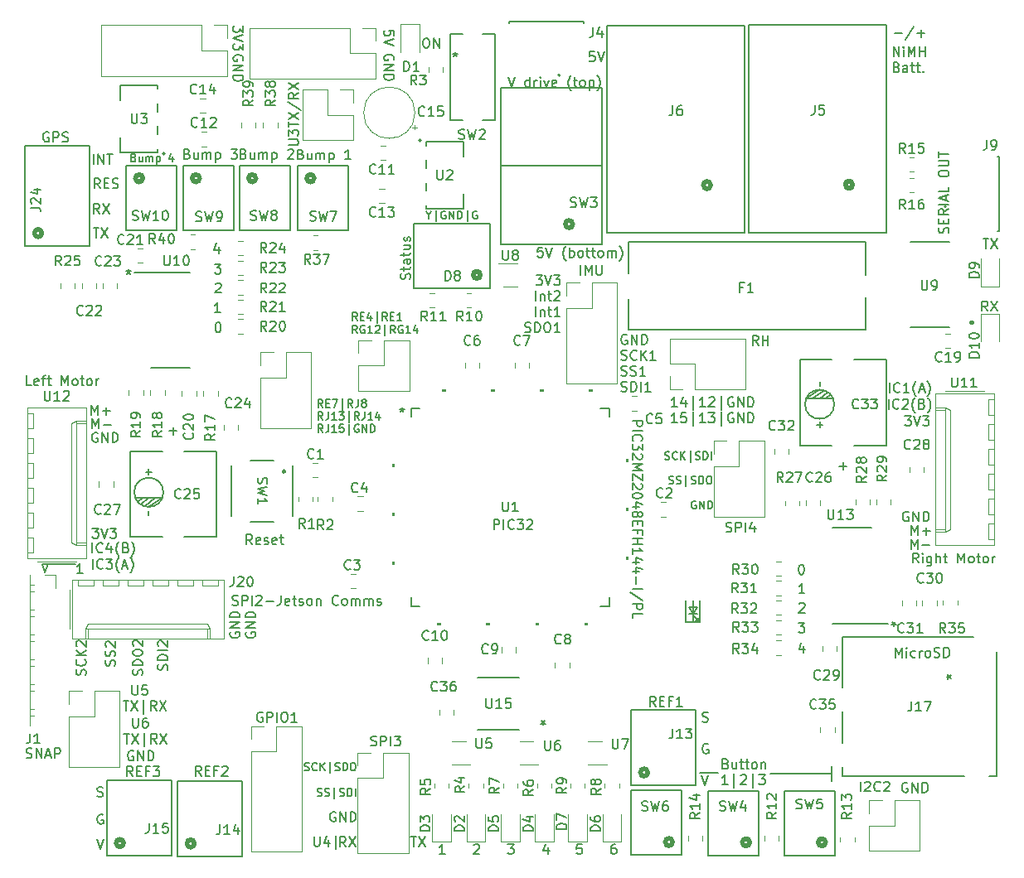
<source format=gbr>
%TF.GenerationSoftware,KiCad,Pcbnew,9.0.2*%
%TF.CreationDate,2025-06-06T13:12:36-07:00*%
%TF.ProjectId,MainBoard,4d61696e-426f-4617-9264-2e6b69636164,0.3*%
%TF.SameCoordinates,Original*%
%TF.FileFunction,Legend,Top*%
%TF.FilePolarity,Positive*%
%FSLAX46Y46*%
G04 Gerber Fmt 4.6, Leading zero omitted, Abs format (unit mm)*
G04 Created by KiCad (PCBNEW 9.0.2) date 2025-06-06 13:12:36*
%MOMM*%
%LPD*%
G01*
G04 APERTURE LIST*
%ADD10C,0.150000*%
%ADD11C,0.300000*%
%ADD12C,0.127000*%
%ADD13C,0.120000*%
%ADD14C,0.200000*%
%ADD15C,0.508000*%
%ADD16C,0.152400*%
%ADD17C,0.000000*%
%ADD18C,0.254000*%
G04 APERTURE END LIST*
D10*
X254536779Y-85959875D02*
X254536779Y-84959875D01*
X254536779Y-84959875D02*
X255108207Y-85959875D01*
X255108207Y-85959875D02*
X255108207Y-84959875D01*
X255584398Y-85959875D02*
X255584398Y-85293208D01*
X255584398Y-84959875D02*
X255536779Y-85007494D01*
X255536779Y-85007494D02*
X255584398Y-85055113D01*
X255584398Y-85055113D02*
X255632017Y-85007494D01*
X255632017Y-85007494D02*
X255584398Y-84959875D01*
X255584398Y-84959875D02*
X255584398Y-85055113D01*
X256060588Y-85959875D02*
X256060588Y-84959875D01*
X256060588Y-84959875D02*
X256393921Y-85674160D01*
X256393921Y-85674160D02*
X256727254Y-84959875D01*
X256727254Y-84959875D02*
X256727254Y-85959875D01*
X257203445Y-85959875D02*
X257203445Y-84959875D01*
X257203445Y-85436065D02*
X257774873Y-85436065D01*
X257774873Y-85959875D02*
X257774873Y-84959875D01*
X254870112Y-87046009D02*
X255012969Y-87093628D01*
X255012969Y-87093628D02*
X255060588Y-87141247D01*
X255060588Y-87141247D02*
X255108207Y-87236485D01*
X255108207Y-87236485D02*
X255108207Y-87379342D01*
X255108207Y-87379342D02*
X255060588Y-87474580D01*
X255060588Y-87474580D02*
X255012969Y-87522200D01*
X255012969Y-87522200D02*
X254917731Y-87569819D01*
X254917731Y-87569819D02*
X254536779Y-87569819D01*
X254536779Y-87569819D02*
X254536779Y-86569819D01*
X254536779Y-86569819D02*
X254870112Y-86569819D01*
X254870112Y-86569819D02*
X254965350Y-86617438D01*
X254965350Y-86617438D02*
X255012969Y-86665057D01*
X255012969Y-86665057D02*
X255060588Y-86760295D01*
X255060588Y-86760295D02*
X255060588Y-86855533D01*
X255060588Y-86855533D02*
X255012969Y-86950771D01*
X255012969Y-86950771D02*
X254965350Y-86998390D01*
X254965350Y-86998390D02*
X254870112Y-87046009D01*
X254870112Y-87046009D02*
X254536779Y-87046009D01*
X255965350Y-87569819D02*
X255965350Y-87046009D01*
X255965350Y-87046009D02*
X255917731Y-86950771D01*
X255917731Y-86950771D02*
X255822493Y-86903152D01*
X255822493Y-86903152D02*
X255632017Y-86903152D01*
X255632017Y-86903152D02*
X255536779Y-86950771D01*
X255965350Y-87522200D02*
X255870112Y-87569819D01*
X255870112Y-87569819D02*
X255632017Y-87569819D01*
X255632017Y-87569819D02*
X255536779Y-87522200D01*
X255536779Y-87522200D02*
X255489160Y-87426961D01*
X255489160Y-87426961D02*
X255489160Y-87331723D01*
X255489160Y-87331723D02*
X255536779Y-87236485D01*
X255536779Y-87236485D02*
X255632017Y-87188866D01*
X255632017Y-87188866D02*
X255870112Y-87188866D01*
X255870112Y-87188866D02*
X255965350Y-87141247D01*
X256298684Y-86903152D02*
X256679636Y-86903152D01*
X256441541Y-86569819D02*
X256441541Y-87426961D01*
X256441541Y-87426961D02*
X256489160Y-87522200D01*
X256489160Y-87522200D02*
X256584398Y-87569819D01*
X256584398Y-87569819D02*
X256679636Y-87569819D01*
X256870113Y-86903152D02*
X257251065Y-86903152D01*
X257012970Y-86569819D02*
X257012970Y-87426961D01*
X257012970Y-87426961D02*
X257060589Y-87522200D01*
X257060589Y-87522200D02*
X257155827Y-87569819D01*
X257155827Y-87569819D02*
X257251065Y-87569819D01*
X257584399Y-87474580D02*
X257632018Y-87522200D01*
X257632018Y-87522200D02*
X257584399Y-87569819D01*
X257584399Y-87569819D02*
X257536780Y-87522200D01*
X257536780Y-87522200D02*
X257584399Y-87474580D01*
X257584399Y-87474580D02*
X257584399Y-87569819D01*
X260122200Y-104010839D02*
X260169819Y-103867982D01*
X260169819Y-103867982D02*
X260169819Y-103629887D01*
X260169819Y-103629887D02*
X260122200Y-103534649D01*
X260122200Y-103534649D02*
X260074580Y-103487030D01*
X260074580Y-103487030D02*
X259979342Y-103439411D01*
X259979342Y-103439411D02*
X259884104Y-103439411D01*
X259884104Y-103439411D02*
X259788866Y-103487030D01*
X259788866Y-103487030D02*
X259741247Y-103534649D01*
X259741247Y-103534649D02*
X259693628Y-103629887D01*
X259693628Y-103629887D02*
X259646009Y-103820363D01*
X259646009Y-103820363D02*
X259598390Y-103915601D01*
X259598390Y-103915601D02*
X259550771Y-103963220D01*
X259550771Y-103963220D02*
X259455533Y-104010839D01*
X259455533Y-104010839D02*
X259360295Y-104010839D01*
X259360295Y-104010839D02*
X259265057Y-103963220D01*
X259265057Y-103963220D02*
X259217438Y-103915601D01*
X259217438Y-103915601D02*
X259169819Y-103820363D01*
X259169819Y-103820363D02*
X259169819Y-103582268D01*
X259169819Y-103582268D02*
X259217438Y-103439411D01*
X259646009Y-103010839D02*
X259646009Y-102677506D01*
X260169819Y-102534649D02*
X260169819Y-103010839D01*
X260169819Y-103010839D02*
X259169819Y-103010839D01*
X259169819Y-103010839D02*
X259169819Y-102534649D01*
X260169819Y-101534649D02*
X259693628Y-101867982D01*
X260169819Y-102106077D02*
X259169819Y-102106077D01*
X259169819Y-102106077D02*
X259169819Y-101725125D01*
X259169819Y-101725125D02*
X259217438Y-101629887D01*
X259217438Y-101629887D02*
X259265057Y-101582268D01*
X259265057Y-101582268D02*
X259360295Y-101534649D01*
X259360295Y-101534649D02*
X259503152Y-101534649D01*
X259503152Y-101534649D02*
X259598390Y-101582268D01*
X259598390Y-101582268D02*
X259646009Y-101629887D01*
X259646009Y-101629887D02*
X259693628Y-101725125D01*
X259693628Y-101725125D02*
X259693628Y-102106077D01*
X260169819Y-101106077D02*
X259169819Y-101106077D01*
X259884104Y-100677506D02*
X259884104Y-100201316D01*
X260169819Y-100772744D02*
X259169819Y-100439411D01*
X259169819Y-100439411D02*
X260169819Y-100106078D01*
X260169819Y-99296554D02*
X260169819Y-99772744D01*
X260169819Y-99772744D02*
X259169819Y-99772744D01*
X259169819Y-98010839D02*
X259169819Y-97820363D01*
X259169819Y-97820363D02*
X259217438Y-97725125D01*
X259217438Y-97725125D02*
X259312676Y-97629887D01*
X259312676Y-97629887D02*
X259503152Y-97582268D01*
X259503152Y-97582268D02*
X259836485Y-97582268D01*
X259836485Y-97582268D02*
X260026961Y-97629887D01*
X260026961Y-97629887D02*
X260122200Y-97725125D01*
X260122200Y-97725125D02*
X260169819Y-97820363D01*
X260169819Y-97820363D02*
X260169819Y-98010839D01*
X260169819Y-98010839D02*
X260122200Y-98106077D01*
X260122200Y-98106077D02*
X260026961Y-98201315D01*
X260026961Y-98201315D02*
X259836485Y-98248934D01*
X259836485Y-98248934D02*
X259503152Y-98248934D01*
X259503152Y-98248934D02*
X259312676Y-98201315D01*
X259312676Y-98201315D02*
X259217438Y-98106077D01*
X259217438Y-98106077D02*
X259169819Y-98010839D01*
X259169819Y-97153696D02*
X259979342Y-97153696D01*
X259979342Y-97153696D02*
X260074580Y-97106077D01*
X260074580Y-97106077D02*
X260122200Y-97058458D01*
X260122200Y-97058458D02*
X260169819Y-96963220D01*
X260169819Y-96963220D02*
X260169819Y-96772744D01*
X260169819Y-96772744D02*
X260122200Y-96677506D01*
X260122200Y-96677506D02*
X260074580Y-96629887D01*
X260074580Y-96629887D02*
X259979342Y-96582268D01*
X259979342Y-96582268D02*
X259169819Y-96582268D01*
X259169819Y-96248934D02*
X259169819Y-95677506D01*
X260169819Y-95963220D02*
X259169819Y-95963220D01*
X263693922Y-104569819D02*
X264265350Y-104569819D01*
X263979636Y-105569819D02*
X263979636Y-104569819D01*
X264503446Y-104569819D02*
X265170112Y-105569819D01*
X265170112Y-104569819D02*
X264503446Y-105569819D01*
X264158207Y-111969819D02*
X263824874Y-111493628D01*
X263586779Y-111969819D02*
X263586779Y-110969819D01*
X263586779Y-110969819D02*
X263967731Y-110969819D01*
X263967731Y-110969819D02*
X264062969Y-111017438D01*
X264062969Y-111017438D02*
X264110588Y-111065057D01*
X264110588Y-111065057D02*
X264158207Y-111160295D01*
X264158207Y-111160295D02*
X264158207Y-111303152D01*
X264158207Y-111303152D02*
X264110588Y-111398390D01*
X264110588Y-111398390D02*
X264062969Y-111446009D01*
X264062969Y-111446009D02*
X263967731Y-111493628D01*
X263967731Y-111493628D02*
X263586779Y-111493628D01*
X264491541Y-110969819D02*
X265158207Y-111969819D01*
X265158207Y-110969819D02*
X264491541Y-111969819D01*
X254036779Y-121969819D02*
X254036779Y-120969819D01*
X255084397Y-121874580D02*
X255036778Y-121922200D01*
X255036778Y-121922200D02*
X254893921Y-121969819D01*
X254893921Y-121969819D02*
X254798683Y-121969819D01*
X254798683Y-121969819D02*
X254655826Y-121922200D01*
X254655826Y-121922200D02*
X254560588Y-121826961D01*
X254560588Y-121826961D02*
X254512969Y-121731723D01*
X254512969Y-121731723D02*
X254465350Y-121541247D01*
X254465350Y-121541247D02*
X254465350Y-121398390D01*
X254465350Y-121398390D02*
X254512969Y-121207914D01*
X254512969Y-121207914D02*
X254560588Y-121112676D01*
X254560588Y-121112676D02*
X254655826Y-121017438D01*
X254655826Y-121017438D02*
X254798683Y-120969819D01*
X254798683Y-120969819D02*
X254893921Y-120969819D01*
X254893921Y-120969819D02*
X255036778Y-121017438D01*
X255036778Y-121017438D02*
X255084397Y-121065057D01*
X255465350Y-121065057D02*
X255512969Y-121017438D01*
X255512969Y-121017438D02*
X255608207Y-120969819D01*
X255608207Y-120969819D02*
X255846302Y-120969819D01*
X255846302Y-120969819D02*
X255941540Y-121017438D01*
X255941540Y-121017438D02*
X255989159Y-121065057D01*
X255989159Y-121065057D02*
X256036778Y-121160295D01*
X256036778Y-121160295D02*
X256036778Y-121255533D01*
X256036778Y-121255533D02*
X255989159Y-121398390D01*
X255989159Y-121398390D02*
X255417731Y-121969819D01*
X255417731Y-121969819D02*
X256036778Y-121969819D01*
X256751064Y-122350771D02*
X256703445Y-122303152D01*
X256703445Y-122303152D02*
X256608207Y-122160295D01*
X256608207Y-122160295D02*
X256560588Y-122065057D01*
X256560588Y-122065057D02*
X256512969Y-121922200D01*
X256512969Y-121922200D02*
X256465350Y-121684104D01*
X256465350Y-121684104D02*
X256465350Y-121493628D01*
X256465350Y-121493628D02*
X256512969Y-121255533D01*
X256512969Y-121255533D02*
X256560588Y-121112676D01*
X256560588Y-121112676D02*
X256608207Y-121017438D01*
X256608207Y-121017438D02*
X256703445Y-120874580D01*
X256703445Y-120874580D02*
X256751064Y-120826961D01*
X257465350Y-121446009D02*
X257608207Y-121493628D01*
X257608207Y-121493628D02*
X257655826Y-121541247D01*
X257655826Y-121541247D02*
X257703445Y-121636485D01*
X257703445Y-121636485D02*
X257703445Y-121779342D01*
X257703445Y-121779342D02*
X257655826Y-121874580D01*
X257655826Y-121874580D02*
X257608207Y-121922200D01*
X257608207Y-121922200D02*
X257512969Y-121969819D01*
X257512969Y-121969819D02*
X257132017Y-121969819D01*
X257132017Y-121969819D02*
X257132017Y-120969819D01*
X257132017Y-120969819D02*
X257465350Y-120969819D01*
X257465350Y-120969819D02*
X257560588Y-121017438D01*
X257560588Y-121017438D02*
X257608207Y-121065057D01*
X257608207Y-121065057D02*
X257655826Y-121160295D01*
X257655826Y-121160295D02*
X257655826Y-121255533D01*
X257655826Y-121255533D02*
X257608207Y-121350771D01*
X257608207Y-121350771D02*
X257560588Y-121398390D01*
X257560588Y-121398390D02*
X257465350Y-121446009D01*
X257465350Y-121446009D02*
X257132017Y-121446009D01*
X258036779Y-122350771D02*
X258084398Y-122303152D01*
X258084398Y-122303152D02*
X258179636Y-122160295D01*
X258179636Y-122160295D02*
X258227255Y-122065057D01*
X258227255Y-122065057D02*
X258274874Y-121922200D01*
X258274874Y-121922200D02*
X258322493Y-121684104D01*
X258322493Y-121684104D02*
X258322493Y-121493628D01*
X258322493Y-121493628D02*
X258274874Y-121255533D01*
X258274874Y-121255533D02*
X258227255Y-121112676D01*
X258227255Y-121112676D02*
X258179636Y-121017438D01*
X258179636Y-121017438D02*
X258084398Y-120874580D01*
X258084398Y-120874580D02*
X258036779Y-120826961D01*
X256361779Y-134849819D02*
X256361779Y-133849819D01*
X256361779Y-133849819D02*
X256695112Y-134564104D01*
X256695112Y-134564104D02*
X257028445Y-133849819D01*
X257028445Y-133849819D02*
X257028445Y-134849819D01*
X257504636Y-134468866D02*
X258266541Y-134468866D01*
X257885588Y-134849819D02*
X257885588Y-134087914D01*
X255716541Y-122699819D02*
X256335588Y-122699819D01*
X256335588Y-122699819D02*
X256002255Y-123080771D01*
X256002255Y-123080771D02*
X256145112Y-123080771D01*
X256145112Y-123080771D02*
X256240350Y-123128390D01*
X256240350Y-123128390D02*
X256287969Y-123176009D01*
X256287969Y-123176009D02*
X256335588Y-123271247D01*
X256335588Y-123271247D02*
X256335588Y-123509342D01*
X256335588Y-123509342D02*
X256287969Y-123604580D01*
X256287969Y-123604580D02*
X256240350Y-123652200D01*
X256240350Y-123652200D02*
X256145112Y-123699819D01*
X256145112Y-123699819D02*
X255859398Y-123699819D01*
X255859398Y-123699819D02*
X255764160Y-123652200D01*
X255764160Y-123652200D02*
X255716541Y-123604580D01*
X256621303Y-122699819D02*
X256954636Y-123699819D01*
X256954636Y-123699819D02*
X257287969Y-122699819D01*
X257526065Y-122699819D02*
X258145112Y-122699819D01*
X258145112Y-122699819D02*
X257811779Y-123080771D01*
X257811779Y-123080771D02*
X257954636Y-123080771D01*
X257954636Y-123080771D02*
X258049874Y-123128390D01*
X258049874Y-123128390D02*
X258097493Y-123176009D01*
X258097493Y-123176009D02*
X258145112Y-123271247D01*
X258145112Y-123271247D02*
X258145112Y-123509342D01*
X258145112Y-123509342D02*
X258097493Y-123604580D01*
X258097493Y-123604580D02*
X258049874Y-123652200D01*
X258049874Y-123652200D02*
X257954636Y-123699819D01*
X257954636Y-123699819D02*
X257668922Y-123699819D01*
X257668922Y-123699819D02*
X257573684Y-123652200D01*
X257573684Y-123652200D02*
X257526065Y-123604580D01*
X254136779Y-120299819D02*
X254136779Y-119299819D01*
X255184397Y-120204580D02*
X255136778Y-120252200D01*
X255136778Y-120252200D02*
X254993921Y-120299819D01*
X254993921Y-120299819D02*
X254898683Y-120299819D01*
X254898683Y-120299819D02*
X254755826Y-120252200D01*
X254755826Y-120252200D02*
X254660588Y-120156961D01*
X254660588Y-120156961D02*
X254612969Y-120061723D01*
X254612969Y-120061723D02*
X254565350Y-119871247D01*
X254565350Y-119871247D02*
X254565350Y-119728390D01*
X254565350Y-119728390D02*
X254612969Y-119537914D01*
X254612969Y-119537914D02*
X254660588Y-119442676D01*
X254660588Y-119442676D02*
X254755826Y-119347438D01*
X254755826Y-119347438D02*
X254898683Y-119299819D01*
X254898683Y-119299819D02*
X254993921Y-119299819D01*
X254993921Y-119299819D02*
X255136778Y-119347438D01*
X255136778Y-119347438D02*
X255184397Y-119395057D01*
X256136778Y-120299819D02*
X255565350Y-120299819D01*
X255851064Y-120299819D02*
X255851064Y-119299819D01*
X255851064Y-119299819D02*
X255755826Y-119442676D01*
X255755826Y-119442676D02*
X255660588Y-119537914D01*
X255660588Y-119537914D02*
X255565350Y-119585533D01*
X256851064Y-120680771D02*
X256803445Y-120633152D01*
X256803445Y-120633152D02*
X256708207Y-120490295D01*
X256708207Y-120490295D02*
X256660588Y-120395057D01*
X256660588Y-120395057D02*
X256612969Y-120252200D01*
X256612969Y-120252200D02*
X256565350Y-120014104D01*
X256565350Y-120014104D02*
X256565350Y-119823628D01*
X256565350Y-119823628D02*
X256612969Y-119585533D01*
X256612969Y-119585533D02*
X256660588Y-119442676D01*
X256660588Y-119442676D02*
X256708207Y-119347438D01*
X256708207Y-119347438D02*
X256803445Y-119204580D01*
X256803445Y-119204580D02*
X256851064Y-119156961D01*
X257184398Y-120014104D02*
X257660588Y-120014104D01*
X257089160Y-120299819D02*
X257422493Y-119299819D01*
X257422493Y-119299819D02*
X257755826Y-120299819D01*
X257993922Y-120680771D02*
X258041541Y-120633152D01*
X258041541Y-120633152D02*
X258136779Y-120490295D01*
X258136779Y-120490295D02*
X258184398Y-120395057D01*
X258184398Y-120395057D02*
X258232017Y-120252200D01*
X258232017Y-120252200D02*
X258279636Y-120014104D01*
X258279636Y-120014104D02*
X258279636Y-119823628D01*
X258279636Y-119823628D02*
X258232017Y-119585533D01*
X258232017Y-119585533D02*
X258184398Y-119442676D01*
X258184398Y-119442676D02*
X258136779Y-119347438D01*
X258136779Y-119347438D02*
X258041541Y-119204580D01*
X258041541Y-119204580D02*
X257993922Y-119156961D01*
X256336779Y-136274819D02*
X256336779Y-135274819D01*
X256336779Y-135274819D02*
X256670112Y-135989104D01*
X256670112Y-135989104D02*
X257003445Y-135274819D01*
X257003445Y-135274819D02*
X257003445Y-136274819D01*
X257479636Y-135893866D02*
X258241541Y-135893866D01*
X257083207Y-137699819D02*
X256749874Y-137223628D01*
X256511779Y-137699819D02*
X256511779Y-136699819D01*
X256511779Y-136699819D02*
X256892731Y-136699819D01*
X256892731Y-136699819D02*
X256987969Y-136747438D01*
X256987969Y-136747438D02*
X257035588Y-136795057D01*
X257035588Y-136795057D02*
X257083207Y-136890295D01*
X257083207Y-136890295D02*
X257083207Y-137033152D01*
X257083207Y-137033152D02*
X257035588Y-137128390D01*
X257035588Y-137128390D02*
X256987969Y-137176009D01*
X256987969Y-137176009D02*
X256892731Y-137223628D01*
X256892731Y-137223628D02*
X256511779Y-137223628D01*
X257511779Y-137699819D02*
X257511779Y-137033152D01*
X257511779Y-136699819D02*
X257464160Y-136747438D01*
X257464160Y-136747438D02*
X257511779Y-136795057D01*
X257511779Y-136795057D02*
X257559398Y-136747438D01*
X257559398Y-136747438D02*
X257511779Y-136699819D01*
X257511779Y-136699819D02*
X257511779Y-136795057D01*
X258416540Y-137033152D02*
X258416540Y-137842676D01*
X258416540Y-137842676D02*
X258368921Y-137937914D01*
X258368921Y-137937914D02*
X258321302Y-137985533D01*
X258321302Y-137985533D02*
X258226064Y-138033152D01*
X258226064Y-138033152D02*
X258083207Y-138033152D01*
X258083207Y-138033152D02*
X257987969Y-137985533D01*
X258416540Y-137652200D02*
X258321302Y-137699819D01*
X258321302Y-137699819D02*
X258130826Y-137699819D01*
X258130826Y-137699819D02*
X258035588Y-137652200D01*
X258035588Y-137652200D02*
X257987969Y-137604580D01*
X257987969Y-137604580D02*
X257940350Y-137509342D01*
X257940350Y-137509342D02*
X257940350Y-137223628D01*
X257940350Y-137223628D02*
X257987969Y-137128390D01*
X257987969Y-137128390D02*
X258035588Y-137080771D01*
X258035588Y-137080771D02*
X258130826Y-137033152D01*
X258130826Y-137033152D02*
X258321302Y-137033152D01*
X258321302Y-137033152D02*
X258416540Y-137080771D01*
X258892731Y-137699819D02*
X258892731Y-136699819D01*
X259321302Y-137699819D02*
X259321302Y-137176009D01*
X259321302Y-137176009D02*
X259273683Y-137080771D01*
X259273683Y-137080771D02*
X259178445Y-137033152D01*
X259178445Y-137033152D02*
X259035588Y-137033152D01*
X259035588Y-137033152D02*
X258940350Y-137080771D01*
X258940350Y-137080771D02*
X258892731Y-137128390D01*
X259654636Y-137033152D02*
X260035588Y-137033152D01*
X259797493Y-136699819D02*
X259797493Y-137556961D01*
X259797493Y-137556961D02*
X259845112Y-137652200D01*
X259845112Y-137652200D02*
X259940350Y-137699819D01*
X259940350Y-137699819D02*
X260035588Y-137699819D01*
X261130827Y-137699819D02*
X261130827Y-136699819D01*
X261130827Y-136699819D02*
X261464160Y-137414104D01*
X261464160Y-137414104D02*
X261797493Y-136699819D01*
X261797493Y-136699819D02*
X261797493Y-137699819D01*
X262416541Y-137699819D02*
X262321303Y-137652200D01*
X262321303Y-137652200D02*
X262273684Y-137604580D01*
X262273684Y-137604580D02*
X262226065Y-137509342D01*
X262226065Y-137509342D02*
X262226065Y-137223628D01*
X262226065Y-137223628D02*
X262273684Y-137128390D01*
X262273684Y-137128390D02*
X262321303Y-137080771D01*
X262321303Y-137080771D02*
X262416541Y-137033152D01*
X262416541Y-137033152D02*
X262559398Y-137033152D01*
X262559398Y-137033152D02*
X262654636Y-137080771D01*
X262654636Y-137080771D02*
X262702255Y-137128390D01*
X262702255Y-137128390D02*
X262749874Y-137223628D01*
X262749874Y-137223628D02*
X262749874Y-137509342D01*
X262749874Y-137509342D02*
X262702255Y-137604580D01*
X262702255Y-137604580D02*
X262654636Y-137652200D01*
X262654636Y-137652200D02*
X262559398Y-137699819D01*
X262559398Y-137699819D02*
X262416541Y-137699819D01*
X263035589Y-137033152D02*
X263416541Y-137033152D01*
X263178446Y-136699819D02*
X263178446Y-137556961D01*
X263178446Y-137556961D02*
X263226065Y-137652200D01*
X263226065Y-137652200D02*
X263321303Y-137699819D01*
X263321303Y-137699819D02*
X263416541Y-137699819D01*
X263892732Y-137699819D02*
X263797494Y-137652200D01*
X263797494Y-137652200D02*
X263749875Y-137604580D01*
X263749875Y-137604580D02*
X263702256Y-137509342D01*
X263702256Y-137509342D02*
X263702256Y-137223628D01*
X263702256Y-137223628D02*
X263749875Y-137128390D01*
X263749875Y-137128390D02*
X263797494Y-137080771D01*
X263797494Y-137080771D02*
X263892732Y-137033152D01*
X263892732Y-137033152D02*
X264035589Y-137033152D01*
X264035589Y-137033152D02*
X264130827Y-137080771D01*
X264130827Y-137080771D02*
X264178446Y-137128390D01*
X264178446Y-137128390D02*
X264226065Y-137223628D01*
X264226065Y-137223628D02*
X264226065Y-137509342D01*
X264226065Y-137509342D02*
X264178446Y-137604580D01*
X264178446Y-137604580D02*
X264130827Y-137652200D01*
X264130827Y-137652200D02*
X264035589Y-137699819D01*
X264035589Y-137699819D02*
X263892732Y-137699819D01*
X264654637Y-137699819D02*
X264654637Y-137033152D01*
X264654637Y-137223628D02*
X264702256Y-137128390D01*
X264702256Y-137128390D02*
X264749875Y-137080771D01*
X264749875Y-137080771D02*
X264845113Y-137033152D01*
X264845113Y-137033152D02*
X264940351Y-137033152D01*
X256060588Y-132517438D02*
X255965350Y-132469819D01*
X255965350Y-132469819D02*
X255822493Y-132469819D01*
X255822493Y-132469819D02*
X255679636Y-132517438D01*
X255679636Y-132517438D02*
X255584398Y-132612676D01*
X255584398Y-132612676D02*
X255536779Y-132707914D01*
X255536779Y-132707914D02*
X255489160Y-132898390D01*
X255489160Y-132898390D02*
X255489160Y-133041247D01*
X255489160Y-133041247D02*
X255536779Y-133231723D01*
X255536779Y-133231723D02*
X255584398Y-133326961D01*
X255584398Y-133326961D02*
X255679636Y-133422200D01*
X255679636Y-133422200D02*
X255822493Y-133469819D01*
X255822493Y-133469819D02*
X255917731Y-133469819D01*
X255917731Y-133469819D02*
X256060588Y-133422200D01*
X256060588Y-133422200D02*
X256108207Y-133374580D01*
X256108207Y-133374580D02*
X256108207Y-133041247D01*
X256108207Y-133041247D02*
X255917731Y-133041247D01*
X256536779Y-133469819D02*
X256536779Y-132469819D01*
X256536779Y-132469819D02*
X257108207Y-133469819D01*
X257108207Y-133469819D02*
X257108207Y-132469819D01*
X257584398Y-133469819D02*
X257584398Y-132469819D01*
X257584398Y-132469819D02*
X257822493Y-132469819D01*
X257822493Y-132469819D02*
X257965350Y-132517438D01*
X257965350Y-132517438D02*
X258060588Y-132612676D01*
X258060588Y-132612676D02*
X258108207Y-132707914D01*
X258108207Y-132707914D02*
X258155826Y-132898390D01*
X258155826Y-132898390D02*
X258155826Y-133041247D01*
X258155826Y-133041247D02*
X258108207Y-133231723D01*
X258108207Y-133231723D02*
X258060588Y-133326961D01*
X258060588Y-133326961D02*
X257965350Y-133422200D01*
X257965350Y-133422200D02*
X257822493Y-133469819D01*
X257822493Y-133469819D02*
X257584398Y-133469819D01*
X234600000Y-143600000D02*
X234600000Y-143300000D01*
X234200000Y-143200000D02*
X234600000Y-143600000D01*
X179860147Y-131100000D02*
X177139853Y-131100000D01*
X178500000Y-132400000D02*
X178500000Y-132800000D01*
X247000000Y-123300000D02*
X247000000Y-123900000D01*
X178500000Y-128700000D02*
X178500000Y-128100000D01*
X248250000Y-159250000D02*
X248250000Y-160000000D01*
X171050000Y-137830000D02*
X168200000Y-137830000D01*
X248250000Y-159250000D02*
X248250000Y-158500000D01*
X179180073Y-131100000D02*
X178100000Y-131900000D01*
X247300000Y-123600000D02*
X246700000Y-123600000D01*
X234800000Y-143800000D02*
X234800000Y-141600000D01*
X168200000Y-137830000D02*
X167600000Y-137830000D01*
X178200000Y-128400000D02*
X178800000Y-128400000D01*
X246319927Y-120900000D02*
X247400000Y-120100000D01*
X233700000Y-142950000D02*
X234500000Y-142950000D01*
X248486607Y-121500000D02*
G75*
G02*
X245513393Y-121500000I-1486607J0D01*
G01*
X245513393Y-121500000D02*
G75*
G02*
X248486607Y-121500000I1486607J0D01*
G01*
X233300000Y-141600000D02*
X233300000Y-143800000D01*
X178500000Y-131100000D02*
X177700000Y-131700000D01*
X233300000Y-143800000D02*
X234800000Y-143800000D01*
X234500000Y-142250000D02*
X234100000Y-142950000D01*
X233700000Y-142250000D02*
X234500000Y-142250000D01*
X214470800Y-97143600D02*
X224732400Y-97143600D01*
X234300000Y-143600000D02*
X234600000Y-143600000D01*
X242000000Y-159250000D02*
X248250000Y-159250000D01*
X247600000Y-120900000D02*
X248100000Y-120500000D01*
X234600000Y-143300000D02*
X234600000Y-143600000D01*
X179986607Y-130500000D02*
G75*
G02*
X177013393Y-130500000I-1486607J0D01*
G01*
X177013393Y-130500000D02*
G75*
G02*
X179986607Y-130500000I1486607J0D01*
G01*
X167850000Y-138700000D02*
X168200000Y-137830000D01*
X236650000Y-159150000D02*
X234750000Y-159150000D01*
X247000000Y-119600000D02*
X247000000Y-119200000D01*
X234100000Y-141600000D02*
X234100000Y-143800000D01*
X179860147Y-131100000D02*
X178500000Y-131986607D01*
X245639853Y-120900000D02*
X247000000Y-120013393D01*
X167600000Y-137830000D02*
X167850000Y-138700000D01*
X177900000Y-131100000D02*
X177400000Y-131500000D01*
X247000000Y-120900000D02*
X247800000Y-120300000D01*
X245639853Y-120900000D02*
X248360147Y-120900000D01*
X234100000Y-142950000D02*
X233700000Y-142250000D01*
X176910588Y-156967438D02*
X176815350Y-156919819D01*
X176815350Y-156919819D02*
X176672493Y-156919819D01*
X176672493Y-156919819D02*
X176529636Y-156967438D01*
X176529636Y-156967438D02*
X176434398Y-157062676D01*
X176434398Y-157062676D02*
X176386779Y-157157914D01*
X176386779Y-157157914D02*
X176339160Y-157348390D01*
X176339160Y-157348390D02*
X176339160Y-157491247D01*
X176339160Y-157491247D02*
X176386779Y-157681723D01*
X176386779Y-157681723D02*
X176434398Y-157776961D01*
X176434398Y-157776961D02*
X176529636Y-157872200D01*
X176529636Y-157872200D02*
X176672493Y-157919819D01*
X176672493Y-157919819D02*
X176767731Y-157919819D01*
X176767731Y-157919819D02*
X176910588Y-157872200D01*
X176910588Y-157872200D02*
X176958207Y-157824580D01*
X176958207Y-157824580D02*
X176958207Y-157491247D01*
X176958207Y-157491247D02*
X176767731Y-157491247D01*
X177386779Y-157919819D02*
X177386779Y-156919819D01*
X177386779Y-156919819D02*
X177958207Y-157919819D01*
X177958207Y-157919819D02*
X177958207Y-156919819D01*
X178434398Y-157919819D02*
X178434398Y-156919819D01*
X178434398Y-156919819D02*
X178672493Y-156919819D01*
X178672493Y-156919819D02*
X178815350Y-156967438D01*
X178815350Y-156967438D02*
X178910588Y-157062676D01*
X178910588Y-157062676D02*
X178958207Y-157157914D01*
X178958207Y-157157914D02*
X179005826Y-157348390D01*
X179005826Y-157348390D02*
X179005826Y-157491247D01*
X179005826Y-157491247D02*
X178958207Y-157681723D01*
X178958207Y-157681723D02*
X178910588Y-157776961D01*
X178910588Y-157776961D02*
X178815350Y-157872200D01*
X178815350Y-157872200D02*
X178672493Y-157919819D01*
X178672493Y-157919819D02*
X178434398Y-157919819D01*
X176858207Y-159519819D02*
X176524874Y-159043628D01*
X176286779Y-159519819D02*
X176286779Y-158519819D01*
X176286779Y-158519819D02*
X176667731Y-158519819D01*
X176667731Y-158519819D02*
X176762969Y-158567438D01*
X176762969Y-158567438D02*
X176810588Y-158615057D01*
X176810588Y-158615057D02*
X176858207Y-158710295D01*
X176858207Y-158710295D02*
X176858207Y-158853152D01*
X176858207Y-158853152D02*
X176810588Y-158948390D01*
X176810588Y-158948390D02*
X176762969Y-158996009D01*
X176762969Y-158996009D02*
X176667731Y-159043628D01*
X176667731Y-159043628D02*
X176286779Y-159043628D01*
X177286779Y-158996009D02*
X177620112Y-158996009D01*
X177762969Y-159519819D02*
X177286779Y-159519819D01*
X177286779Y-159519819D02*
X177286779Y-158519819D01*
X177286779Y-158519819D02*
X177762969Y-158519819D01*
X178524874Y-158996009D02*
X178191541Y-158996009D01*
X178191541Y-159519819D02*
X178191541Y-158519819D01*
X178191541Y-158519819D02*
X178667731Y-158519819D01*
X178953446Y-158519819D02*
X179572493Y-158519819D01*
X179572493Y-158519819D02*
X179239160Y-158900771D01*
X179239160Y-158900771D02*
X179382017Y-158900771D01*
X179382017Y-158900771D02*
X179477255Y-158948390D01*
X179477255Y-158948390D02*
X179524874Y-158996009D01*
X179524874Y-158996009D02*
X179572493Y-159091247D01*
X179572493Y-159091247D02*
X179572493Y-159329342D01*
X179572493Y-159329342D02*
X179524874Y-159424580D01*
X179524874Y-159424580D02*
X179477255Y-159472200D01*
X179477255Y-159472200D02*
X179382017Y-159519819D01*
X179382017Y-159519819D02*
X179096303Y-159519819D01*
X179096303Y-159519819D02*
X179001065Y-159472200D01*
X179001065Y-159472200D02*
X178953446Y-159424580D01*
X218052268Y-108309987D02*
X218671315Y-108309987D01*
X218671315Y-108309987D02*
X218337982Y-108690939D01*
X218337982Y-108690939D02*
X218480839Y-108690939D01*
X218480839Y-108690939D02*
X218576077Y-108738558D01*
X218576077Y-108738558D02*
X218623696Y-108786177D01*
X218623696Y-108786177D02*
X218671315Y-108881415D01*
X218671315Y-108881415D02*
X218671315Y-109119510D01*
X218671315Y-109119510D02*
X218623696Y-109214748D01*
X218623696Y-109214748D02*
X218576077Y-109262368D01*
X218576077Y-109262368D02*
X218480839Y-109309987D01*
X218480839Y-109309987D02*
X218195125Y-109309987D01*
X218195125Y-109309987D02*
X218099887Y-109262368D01*
X218099887Y-109262368D02*
X218052268Y-109214748D01*
X218957030Y-108309987D02*
X219290363Y-109309987D01*
X219290363Y-109309987D02*
X219623696Y-108309987D01*
X219861792Y-108309987D02*
X220480839Y-108309987D01*
X220480839Y-108309987D02*
X220147506Y-108690939D01*
X220147506Y-108690939D02*
X220290363Y-108690939D01*
X220290363Y-108690939D02*
X220385601Y-108738558D01*
X220385601Y-108738558D02*
X220433220Y-108786177D01*
X220433220Y-108786177D02*
X220480839Y-108881415D01*
X220480839Y-108881415D02*
X220480839Y-109119510D01*
X220480839Y-109119510D02*
X220433220Y-109214748D01*
X220433220Y-109214748D02*
X220385601Y-109262368D01*
X220385601Y-109262368D02*
X220290363Y-109309987D01*
X220290363Y-109309987D02*
X220004649Y-109309987D01*
X220004649Y-109309987D02*
X219909411Y-109262368D01*
X219909411Y-109262368D02*
X219861792Y-109214748D01*
X218004649Y-110919931D02*
X218004649Y-109919931D01*
X218480839Y-110253264D02*
X218480839Y-110919931D01*
X218480839Y-110348502D02*
X218528458Y-110300883D01*
X218528458Y-110300883D02*
X218623696Y-110253264D01*
X218623696Y-110253264D02*
X218766553Y-110253264D01*
X218766553Y-110253264D02*
X218861791Y-110300883D01*
X218861791Y-110300883D02*
X218909410Y-110396121D01*
X218909410Y-110396121D02*
X218909410Y-110919931D01*
X219242744Y-110253264D02*
X219623696Y-110253264D01*
X219385601Y-109919931D02*
X219385601Y-110777073D01*
X219385601Y-110777073D02*
X219433220Y-110872312D01*
X219433220Y-110872312D02*
X219528458Y-110919931D01*
X219528458Y-110919931D02*
X219623696Y-110919931D01*
X219909411Y-110015169D02*
X219957030Y-109967550D01*
X219957030Y-109967550D02*
X220052268Y-109919931D01*
X220052268Y-109919931D02*
X220290363Y-109919931D01*
X220290363Y-109919931D02*
X220385601Y-109967550D01*
X220385601Y-109967550D02*
X220433220Y-110015169D01*
X220433220Y-110015169D02*
X220480839Y-110110407D01*
X220480839Y-110110407D02*
X220480839Y-110205645D01*
X220480839Y-110205645D02*
X220433220Y-110348502D01*
X220433220Y-110348502D02*
X219861792Y-110919931D01*
X219861792Y-110919931D02*
X220480839Y-110919931D01*
X218004649Y-112529875D02*
X218004649Y-111529875D01*
X218480839Y-111863208D02*
X218480839Y-112529875D01*
X218480839Y-111958446D02*
X218528458Y-111910827D01*
X218528458Y-111910827D02*
X218623696Y-111863208D01*
X218623696Y-111863208D02*
X218766553Y-111863208D01*
X218766553Y-111863208D02*
X218861791Y-111910827D01*
X218861791Y-111910827D02*
X218909410Y-112006065D01*
X218909410Y-112006065D02*
X218909410Y-112529875D01*
X219242744Y-111863208D02*
X219623696Y-111863208D01*
X219385601Y-111529875D02*
X219385601Y-112387017D01*
X219385601Y-112387017D02*
X219433220Y-112482256D01*
X219433220Y-112482256D02*
X219528458Y-112529875D01*
X219528458Y-112529875D02*
X219623696Y-112529875D01*
X220480839Y-112529875D02*
X219909411Y-112529875D01*
X220195125Y-112529875D02*
X220195125Y-111529875D01*
X220195125Y-111529875D02*
X220099887Y-111672732D01*
X220099887Y-111672732D02*
X220004649Y-111767970D01*
X220004649Y-111767970D02*
X219909411Y-111815589D01*
X216909411Y-114092200D02*
X217052268Y-114139819D01*
X217052268Y-114139819D02*
X217290363Y-114139819D01*
X217290363Y-114139819D02*
X217385601Y-114092200D01*
X217385601Y-114092200D02*
X217433220Y-114044580D01*
X217433220Y-114044580D02*
X217480839Y-113949342D01*
X217480839Y-113949342D02*
X217480839Y-113854104D01*
X217480839Y-113854104D02*
X217433220Y-113758866D01*
X217433220Y-113758866D02*
X217385601Y-113711247D01*
X217385601Y-113711247D02*
X217290363Y-113663628D01*
X217290363Y-113663628D02*
X217099887Y-113616009D01*
X217099887Y-113616009D02*
X217004649Y-113568390D01*
X217004649Y-113568390D02*
X216957030Y-113520771D01*
X216957030Y-113520771D02*
X216909411Y-113425533D01*
X216909411Y-113425533D02*
X216909411Y-113330295D01*
X216909411Y-113330295D02*
X216957030Y-113235057D01*
X216957030Y-113235057D02*
X217004649Y-113187438D01*
X217004649Y-113187438D02*
X217099887Y-113139819D01*
X217099887Y-113139819D02*
X217337982Y-113139819D01*
X217337982Y-113139819D02*
X217480839Y-113187438D01*
X217909411Y-114139819D02*
X217909411Y-113139819D01*
X217909411Y-113139819D02*
X218147506Y-113139819D01*
X218147506Y-113139819D02*
X218290363Y-113187438D01*
X218290363Y-113187438D02*
X218385601Y-113282676D01*
X218385601Y-113282676D02*
X218433220Y-113377914D01*
X218433220Y-113377914D02*
X218480839Y-113568390D01*
X218480839Y-113568390D02*
X218480839Y-113711247D01*
X218480839Y-113711247D02*
X218433220Y-113901723D01*
X218433220Y-113901723D02*
X218385601Y-113996961D01*
X218385601Y-113996961D02*
X218290363Y-114092200D01*
X218290363Y-114092200D02*
X218147506Y-114139819D01*
X218147506Y-114139819D02*
X217909411Y-114139819D01*
X219099887Y-113139819D02*
X219290363Y-113139819D01*
X219290363Y-113139819D02*
X219385601Y-113187438D01*
X219385601Y-113187438D02*
X219480839Y-113282676D01*
X219480839Y-113282676D02*
X219528458Y-113473152D01*
X219528458Y-113473152D02*
X219528458Y-113806485D01*
X219528458Y-113806485D02*
X219480839Y-113996961D01*
X219480839Y-113996961D02*
X219385601Y-114092200D01*
X219385601Y-114092200D02*
X219290363Y-114139819D01*
X219290363Y-114139819D02*
X219099887Y-114139819D01*
X219099887Y-114139819D02*
X219004649Y-114092200D01*
X219004649Y-114092200D02*
X218909411Y-113996961D01*
X218909411Y-113996961D02*
X218861792Y-113806485D01*
X218861792Y-113806485D02*
X218861792Y-113473152D01*
X218861792Y-113473152D02*
X218909411Y-113282676D01*
X218909411Y-113282676D02*
X219004649Y-113187438D01*
X219004649Y-113187438D02*
X219099887Y-113139819D01*
X220480839Y-114139819D02*
X219909411Y-114139819D01*
X220195125Y-114139819D02*
X220195125Y-113139819D01*
X220195125Y-113139819D02*
X220099887Y-113282676D01*
X220099887Y-113282676D02*
X220004649Y-113377914D01*
X220004649Y-113377914D02*
X219909411Y-113425533D01*
X203530180Y-83812969D02*
X203530180Y-83336779D01*
X203530180Y-83336779D02*
X203053990Y-83289160D01*
X203053990Y-83289160D02*
X203101609Y-83336779D01*
X203101609Y-83336779D02*
X203149228Y-83432017D01*
X203149228Y-83432017D02*
X203149228Y-83670112D01*
X203149228Y-83670112D02*
X203101609Y-83765350D01*
X203101609Y-83765350D02*
X203053990Y-83812969D01*
X203053990Y-83812969D02*
X202958752Y-83860588D01*
X202958752Y-83860588D02*
X202720657Y-83860588D01*
X202720657Y-83860588D02*
X202625419Y-83812969D01*
X202625419Y-83812969D02*
X202577800Y-83765350D01*
X202577800Y-83765350D02*
X202530180Y-83670112D01*
X202530180Y-83670112D02*
X202530180Y-83432017D01*
X202530180Y-83432017D02*
X202577800Y-83336779D01*
X202577800Y-83336779D02*
X202625419Y-83289160D01*
X203530180Y-84146303D02*
X202530180Y-84479636D01*
X202530180Y-84479636D02*
X203530180Y-84812969D01*
X176798684Y-150209875D02*
X176798684Y-151019398D01*
X176798684Y-151019398D02*
X176846303Y-151114636D01*
X176846303Y-151114636D02*
X176893922Y-151162256D01*
X176893922Y-151162256D02*
X176989160Y-151209875D01*
X176989160Y-151209875D02*
X177179636Y-151209875D01*
X177179636Y-151209875D02*
X177274874Y-151162256D01*
X177274874Y-151162256D02*
X177322493Y-151114636D01*
X177322493Y-151114636D02*
X177370112Y-151019398D01*
X177370112Y-151019398D02*
X177370112Y-150209875D01*
X178322493Y-150209875D02*
X177846303Y-150209875D01*
X177846303Y-150209875D02*
X177798684Y-150686065D01*
X177798684Y-150686065D02*
X177846303Y-150638446D01*
X177846303Y-150638446D02*
X177941541Y-150590827D01*
X177941541Y-150590827D02*
X178179636Y-150590827D01*
X178179636Y-150590827D02*
X178274874Y-150638446D01*
X178274874Y-150638446D02*
X178322493Y-150686065D01*
X178322493Y-150686065D02*
X178370112Y-150781303D01*
X178370112Y-150781303D02*
X178370112Y-151019398D01*
X178370112Y-151019398D02*
X178322493Y-151114636D01*
X178322493Y-151114636D02*
X178274874Y-151162256D01*
X178274874Y-151162256D02*
X178179636Y-151209875D01*
X178179636Y-151209875D02*
X177941541Y-151209875D01*
X177941541Y-151209875D02*
X177846303Y-151162256D01*
X177846303Y-151162256D02*
X177798684Y-151114636D01*
X175893922Y-151819819D02*
X176465350Y-151819819D01*
X176179636Y-152819819D02*
X176179636Y-151819819D01*
X176703446Y-151819819D02*
X177370112Y-152819819D01*
X177370112Y-151819819D02*
X176703446Y-152819819D01*
X177989160Y-153153152D02*
X177989160Y-151724580D01*
X179274874Y-152819819D02*
X178941541Y-152343628D01*
X178703446Y-152819819D02*
X178703446Y-151819819D01*
X178703446Y-151819819D02*
X179084398Y-151819819D01*
X179084398Y-151819819D02*
X179179636Y-151867438D01*
X179179636Y-151867438D02*
X179227255Y-151915057D01*
X179227255Y-151915057D02*
X179274874Y-152010295D01*
X179274874Y-152010295D02*
X179274874Y-152153152D01*
X179274874Y-152153152D02*
X179227255Y-152248390D01*
X179227255Y-152248390D02*
X179179636Y-152296009D01*
X179179636Y-152296009D02*
X179084398Y-152343628D01*
X179084398Y-152343628D02*
X178703446Y-152343628D01*
X179608208Y-151819819D02*
X180274874Y-152819819D01*
X180274874Y-151819819D02*
X179608208Y-152819819D01*
X176955826Y-96275247D02*
X177070112Y-96313342D01*
X177070112Y-96313342D02*
X177108207Y-96351438D01*
X177108207Y-96351438D02*
X177146303Y-96427628D01*
X177146303Y-96427628D02*
X177146303Y-96541914D01*
X177146303Y-96541914D02*
X177108207Y-96618104D01*
X177108207Y-96618104D02*
X177070112Y-96656200D01*
X177070112Y-96656200D02*
X176993922Y-96694295D01*
X176993922Y-96694295D02*
X176689160Y-96694295D01*
X176689160Y-96694295D02*
X176689160Y-95894295D01*
X176689160Y-95894295D02*
X176955826Y-95894295D01*
X176955826Y-95894295D02*
X177032017Y-95932390D01*
X177032017Y-95932390D02*
X177070112Y-95970485D01*
X177070112Y-95970485D02*
X177108207Y-96046676D01*
X177108207Y-96046676D02*
X177108207Y-96122866D01*
X177108207Y-96122866D02*
X177070112Y-96199057D01*
X177070112Y-96199057D02*
X177032017Y-96237152D01*
X177032017Y-96237152D02*
X176955826Y-96275247D01*
X176955826Y-96275247D02*
X176689160Y-96275247D01*
X177832017Y-96160961D02*
X177832017Y-96694295D01*
X177489160Y-96160961D02*
X177489160Y-96580009D01*
X177489160Y-96580009D02*
X177527255Y-96656200D01*
X177527255Y-96656200D02*
X177603445Y-96694295D01*
X177603445Y-96694295D02*
X177717731Y-96694295D01*
X177717731Y-96694295D02*
X177793922Y-96656200D01*
X177793922Y-96656200D02*
X177832017Y-96618104D01*
X178212970Y-96694295D02*
X178212970Y-96160961D01*
X178212970Y-96237152D02*
X178251065Y-96199057D01*
X178251065Y-96199057D02*
X178327255Y-96160961D01*
X178327255Y-96160961D02*
X178441541Y-96160961D01*
X178441541Y-96160961D02*
X178517732Y-96199057D01*
X178517732Y-96199057D02*
X178555827Y-96275247D01*
X178555827Y-96275247D02*
X178555827Y-96694295D01*
X178555827Y-96275247D02*
X178593922Y-96199057D01*
X178593922Y-96199057D02*
X178670113Y-96160961D01*
X178670113Y-96160961D02*
X178784398Y-96160961D01*
X178784398Y-96160961D02*
X178860589Y-96199057D01*
X178860589Y-96199057D02*
X178898684Y-96275247D01*
X178898684Y-96275247D02*
X178898684Y-96694295D01*
X179279637Y-96160961D02*
X179279637Y-96960961D01*
X179279637Y-96199057D02*
X179355827Y-96160961D01*
X179355827Y-96160961D02*
X179508208Y-96160961D01*
X179508208Y-96160961D02*
X179584399Y-96199057D01*
X179584399Y-96199057D02*
X179622494Y-96237152D01*
X179622494Y-96237152D02*
X179660589Y-96313342D01*
X179660589Y-96313342D02*
X179660589Y-96541914D01*
X179660589Y-96541914D02*
X179622494Y-96618104D01*
X179622494Y-96618104D02*
X179584399Y-96656200D01*
X179584399Y-96656200D02*
X179508208Y-96694295D01*
X179508208Y-96694295D02*
X179355827Y-96694295D01*
X179355827Y-96694295D02*
X179279637Y-96656200D01*
X180955828Y-96160961D02*
X180955828Y-96694295D01*
X180765352Y-95856200D02*
X180574875Y-96427628D01*
X180574875Y-96427628D02*
X181070114Y-96427628D01*
X171760588Y-138769819D02*
X171189160Y-138769819D01*
X171474874Y-138769819D02*
X171474874Y-137769819D01*
X171474874Y-137769819D02*
X171379636Y-137912676D01*
X171379636Y-137912676D02*
X171284398Y-138007914D01*
X171284398Y-138007914D02*
X171189160Y-138055533D01*
X172636779Y-122569819D02*
X172636779Y-121569819D01*
X172636779Y-121569819D02*
X172970112Y-122284104D01*
X172970112Y-122284104D02*
X173303445Y-121569819D01*
X173303445Y-121569819D02*
X173303445Y-122569819D01*
X173779636Y-122188866D02*
X174541541Y-122188866D01*
X174160588Y-122569819D02*
X174160588Y-121807914D01*
X172736779Y-136669819D02*
X172736779Y-135669819D01*
X173784397Y-136574580D02*
X173736778Y-136622200D01*
X173736778Y-136622200D02*
X173593921Y-136669819D01*
X173593921Y-136669819D02*
X173498683Y-136669819D01*
X173498683Y-136669819D02*
X173355826Y-136622200D01*
X173355826Y-136622200D02*
X173260588Y-136526961D01*
X173260588Y-136526961D02*
X173212969Y-136431723D01*
X173212969Y-136431723D02*
X173165350Y-136241247D01*
X173165350Y-136241247D02*
X173165350Y-136098390D01*
X173165350Y-136098390D02*
X173212969Y-135907914D01*
X173212969Y-135907914D02*
X173260588Y-135812676D01*
X173260588Y-135812676D02*
X173355826Y-135717438D01*
X173355826Y-135717438D02*
X173498683Y-135669819D01*
X173498683Y-135669819D02*
X173593921Y-135669819D01*
X173593921Y-135669819D02*
X173736778Y-135717438D01*
X173736778Y-135717438D02*
X173784397Y-135765057D01*
X174641540Y-136003152D02*
X174641540Y-136669819D01*
X174403445Y-135622200D02*
X174165350Y-136336485D01*
X174165350Y-136336485D02*
X174784397Y-136336485D01*
X175451064Y-137050771D02*
X175403445Y-137003152D01*
X175403445Y-137003152D02*
X175308207Y-136860295D01*
X175308207Y-136860295D02*
X175260588Y-136765057D01*
X175260588Y-136765057D02*
X175212969Y-136622200D01*
X175212969Y-136622200D02*
X175165350Y-136384104D01*
X175165350Y-136384104D02*
X175165350Y-136193628D01*
X175165350Y-136193628D02*
X175212969Y-135955533D01*
X175212969Y-135955533D02*
X175260588Y-135812676D01*
X175260588Y-135812676D02*
X175308207Y-135717438D01*
X175308207Y-135717438D02*
X175403445Y-135574580D01*
X175403445Y-135574580D02*
X175451064Y-135526961D01*
X176165350Y-136146009D02*
X176308207Y-136193628D01*
X176308207Y-136193628D02*
X176355826Y-136241247D01*
X176355826Y-136241247D02*
X176403445Y-136336485D01*
X176403445Y-136336485D02*
X176403445Y-136479342D01*
X176403445Y-136479342D02*
X176355826Y-136574580D01*
X176355826Y-136574580D02*
X176308207Y-136622200D01*
X176308207Y-136622200D02*
X176212969Y-136669819D01*
X176212969Y-136669819D02*
X175832017Y-136669819D01*
X175832017Y-136669819D02*
X175832017Y-135669819D01*
X175832017Y-135669819D02*
X176165350Y-135669819D01*
X176165350Y-135669819D02*
X176260588Y-135717438D01*
X176260588Y-135717438D02*
X176308207Y-135765057D01*
X176308207Y-135765057D02*
X176355826Y-135860295D01*
X176355826Y-135860295D02*
X176355826Y-135955533D01*
X176355826Y-135955533D02*
X176308207Y-136050771D01*
X176308207Y-136050771D02*
X176260588Y-136098390D01*
X176260588Y-136098390D02*
X176165350Y-136146009D01*
X176165350Y-136146009D02*
X175832017Y-136146009D01*
X176736779Y-137050771D02*
X176784398Y-137003152D01*
X176784398Y-137003152D02*
X176879636Y-136860295D01*
X176879636Y-136860295D02*
X176927255Y-136765057D01*
X176927255Y-136765057D02*
X176974874Y-136622200D01*
X176974874Y-136622200D02*
X177022493Y-136384104D01*
X177022493Y-136384104D02*
X177022493Y-136193628D01*
X177022493Y-136193628D02*
X176974874Y-135955533D01*
X176974874Y-135955533D02*
X176927255Y-135812676D01*
X176927255Y-135812676D02*
X176879636Y-135717438D01*
X176879636Y-135717438D02*
X176784398Y-135574580D01*
X176784398Y-135574580D02*
X176736779Y-135526961D01*
X182420112Y-95896009D02*
X182562969Y-95943628D01*
X182562969Y-95943628D02*
X182610588Y-95991247D01*
X182610588Y-95991247D02*
X182658207Y-96086485D01*
X182658207Y-96086485D02*
X182658207Y-96229342D01*
X182658207Y-96229342D02*
X182610588Y-96324580D01*
X182610588Y-96324580D02*
X182562969Y-96372200D01*
X182562969Y-96372200D02*
X182467731Y-96419819D01*
X182467731Y-96419819D02*
X182086779Y-96419819D01*
X182086779Y-96419819D02*
X182086779Y-95419819D01*
X182086779Y-95419819D02*
X182420112Y-95419819D01*
X182420112Y-95419819D02*
X182515350Y-95467438D01*
X182515350Y-95467438D02*
X182562969Y-95515057D01*
X182562969Y-95515057D02*
X182610588Y-95610295D01*
X182610588Y-95610295D02*
X182610588Y-95705533D01*
X182610588Y-95705533D02*
X182562969Y-95800771D01*
X182562969Y-95800771D02*
X182515350Y-95848390D01*
X182515350Y-95848390D02*
X182420112Y-95896009D01*
X182420112Y-95896009D02*
X182086779Y-95896009D01*
X183515350Y-95753152D02*
X183515350Y-96419819D01*
X183086779Y-95753152D02*
X183086779Y-96276961D01*
X183086779Y-96276961D02*
X183134398Y-96372200D01*
X183134398Y-96372200D02*
X183229636Y-96419819D01*
X183229636Y-96419819D02*
X183372493Y-96419819D01*
X183372493Y-96419819D02*
X183467731Y-96372200D01*
X183467731Y-96372200D02*
X183515350Y-96324580D01*
X183991541Y-96419819D02*
X183991541Y-95753152D01*
X183991541Y-95848390D02*
X184039160Y-95800771D01*
X184039160Y-95800771D02*
X184134398Y-95753152D01*
X184134398Y-95753152D02*
X184277255Y-95753152D01*
X184277255Y-95753152D02*
X184372493Y-95800771D01*
X184372493Y-95800771D02*
X184420112Y-95896009D01*
X184420112Y-95896009D02*
X184420112Y-96419819D01*
X184420112Y-95896009D02*
X184467731Y-95800771D01*
X184467731Y-95800771D02*
X184562969Y-95753152D01*
X184562969Y-95753152D02*
X184705826Y-95753152D01*
X184705826Y-95753152D02*
X184801065Y-95800771D01*
X184801065Y-95800771D02*
X184848684Y-95896009D01*
X184848684Y-95896009D02*
X184848684Y-96419819D01*
X185324874Y-95753152D02*
X185324874Y-96753152D01*
X185324874Y-95800771D02*
X185420112Y-95753152D01*
X185420112Y-95753152D02*
X185610588Y-95753152D01*
X185610588Y-95753152D02*
X185705826Y-95800771D01*
X185705826Y-95800771D02*
X185753445Y-95848390D01*
X185753445Y-95848390D02*
X185801064Y-95943628D01*
X185801064Y-95943628D02*
X185801064Y-96229342D01*
X185801064Y-96229342D02*
X185753445Y-96324580D01*
X185753445Y-96324580D02*
X185705826Y-96372200D01*
X185705826Y-96372200D02*
X185610588Y-96419819D01*
X185610588Y-96419819D02*
X185420112Y-96419819D01*
X185420112Y-96419819D02*
X185324874Y-96372200D01*
X186896303Y-95419819D02*
X187515350Y-95419819D01*
X187515350Y-95419819D02*
X187182017Y-95800771D01*
X187182017Y-95800771D02*
X187324874Y-95800771D01*
X187324874Y-95800771D02*
X187420112Y-95848390D01*
X187420112Y-95848390D02*
X187467731Y-95896009D01*
X187467731Y-95896009D02*
X187515350Y-95991247D01*
X187515350Y-95991247D02*
X187515350Y-96229342D01*
X187515350Y-96229342D02*
X187467731Y-96324580D01*
X187467731Y-96324580D02*
X187420112Y-96372200D01*
X187420112Y-96372200D02*
X187324874Y-96419819D01*
X187324874Y-96419819D02*
X187039160Y-96419819D01*
X187039160Y-96419819D02*
X186943922Y-96372200D01*
X186943922Y-96372200D02*
X186896303Y-96324580D01*
X245102255Y-137894819D02*
X245197493Y-137894819D01*
X245197493Y-137894819D02*
X245292731Y-137942438D01*
X245292731Y-137942438D02*
X245340350Y-137990057D01*
X245340350Y-137990057D02*
X245387969Y-138085295D01*
X245387969Y-138085295D02*
X245435588Y-138275771D01*
X245435588Y-138275771D02*
X245435588Y-138513866D01*
X245435588Y-138513866D02*
X245387969Y-138704342D01*
X245387969Y-138704342D02*
X245340350Y-138799580D01*
X245340350Y-138799580D02*
X245292731Y-138847200D01*
X245292731Y-138847200D02*
X245197493Y-138894819D01*
X245197493Y-138894819D02*
X245102255Y-138894819D01*
X245102255Y-138894819D02*
X245007017Y-138847200D01*
X245007017Y-138847200D02*
X244959398Y-138799580D01*
X244959398Y-138799580D02*
X244911779Y-138704342D01*
X244911779Y-138704342D02*
X244864160Y-138513866D01*
X244864160Y-138513866D02*
X244864160Y-138275771D01*
X244864160Y-138275771D02*
X244911779Y-138085295D01*
X244911779Y-138085295D02*
X244959398Y-137990057D01*
X244959398Y-137990057D02*
X245007017Y-137942438D01*
X245007017Y-137942438D02*
X245102255Y-137894819D01*
X183858207Y-159469819D02*
X183524874Y-158993628D01*
X183286779Y-159469819D02*
X183286779Y-158469819D01*
X183286779Y-158469819D02*
X183667731Y-158469819D01*
X183667731Y-158469819D02*
X183762969Y-158517438D01*
X183762969Y-158517438D02*
X183810588Y-158565057D01*
X183810588Y-158565057D02*
X183858207Y-158660295D01*
X183858207Y-158660295D02*
X183858207Y-158803152D01*
X183858207Y-158803152D02*
X183810588Y-158898390D01*
X183810588Y-158898390D02*
X183762969Y-158946009D01*
X183762969Y-158946009D02*
X183667731Y-158993628D01*
X183667731Y-158993628D02*
X183286779Y-158993628D01*
X184286779Y-158946009D02*
X184620112Y-158946009D01*
X184762969Y-159469819D02*
X184286779Y-159469819D01*
X184286779Y-159469819D02*
X184286779Y-158469819D01*
X184286779Y-158469819D02*
X184762969Y-158469819D01*
X185524874Y-158946009D02*
X185191541Y-158946009D01*
X185191541Y-159469819D02*
X185191541Y-158469819D01*
X185191541Y-158469819D02*
X185667731Y-158469819D01*
X186001065Y-158565057D02*
X186048684Y-158517438D01*
X186048684Y-158517438D02*
X186143922Y-158469819D01*
X186143922Y-158469819D02*
X186382017Y-158469819D01*
X186382017Y-158469819D02*
X186477255Y-158517438D01*
X186477255Y-158517438D02*
X186524874Y-158565057D01*
X186524874Y-158565057D02*
X186572493Y-158660295D01*
X186572493Y-158660295D02*
X186572493Y-158755533D01*
X186572493Y-158755533D02*
X186524874Y-158898390D01*
X186524874Y-158898390D02*
X185953446Y-159469819D01*
X185953446Y-159469819D02*
X186572493Y-159469819D01*
X224012969Y-85469819D02*
X223536779Y-85469819D01*
X223536779Y-85469819D02*
X223489160Y-85946009D01*
X223489160Y-85946009D02*
X223536779Y-85898390D01*
X223536779Y-85898390D02*
X223632017Y-85850771D01*
X223632017Y-85850771D02*
X223870112Y-85850771D01*
X223870112Y-85850771D02*
X223965350Y-85898390D01*
X223965350Y-85898390D02*
X224012969Y-85946009D01*
X224012969Y-85946009D02*
X224060588Y-86041247D01*
X224060588Y-86041247D02*
X224060588Y-86279342D01*
X224060588Y-86279342D02*
X224012969Y-86374580D01*
X224012969Y-86374580D02*
X223965350Y-86422200D01*
X223965350Y-86422200D02*
X223870112Y-86469819D01*
X223870112Y-86469819D02*
X223632017Y-86469819D01*
X223632017Y-86469819D02*
X223536779Y-86422200D01*
X223536779Y-86422200D02*
X223489160Y-86374580D01*
X224346303Y-85469819D02*
X224679636Y-86469819D01*
X224679636Y-86469819D02*
X225012969Y-85469819D01*
X189058207Y-135819818D02*
X188724874Y-135343627D01*
X188486779Y-135819818D02*
X188486779Y-134819818D01*
X188486779Y-134819818D02*
X188867731Y-134819818D01*
X188867731Y-134819818D02*
X188962969Y-134867437D01*
X188962969Y-134867437D02*
X189010588Y-134915056D01*
X189010588Y-134915056D02*
X189058207Y-135010294D01*
X189058207Y-135010294D02*
X189058207Y-135153151D01*
X189058207Y-135153151D02*
X189010588Y-135248389D01*
X189010588Y-135248389D02*
X188962969Y-135296008D01*
X188962969Y-135296008D02*
X188867731Y-135343627D01*
X188867731Y-135343627D02*
X188486779Y-135343627D01*
X189867731Y-135772199D02*
X189772493Y-135819818D01*
X189772493Y-135819818D02*
X189582017Y-135819818D01*
X189582017Y-135819818D02*
X189486779Y-135772199D01*
X189486779Y-135772199D02*
X189439160Y-135676960D01*
X189439160Y-135676960D02*
X189439160Y-135296008D01*
X189439160Y-135296008D02*
X189486779Y-135200770D01*
X189486779Y-135200770D02*
X189582017Y-135153151D01*
X189582017Y-135153151D02*
X189772493Y-135153151D01*
X189772493Y-135153151D02*
X189867731Y-135200770D01*
X189867731Y-135200770D02*
X189915350Y-135296008D01*
X189915350Y-135296008D02*
X189915350Y-135391246D01*
X189915350Y-135391246D02*
X189439160Y-135486484D01*
X190296303Y-135772199D02*
X190391541Y-135819818D01*
X190391541Y-135819818D02*
X190582017Y-135819818D01*
X190582017Y-135819818D02*
X190677255Y-135772199D01*
X190677255Y-135772199D02*
X190724874Y-135676960D01*
X190724874Y-135676960D02*
X190724874Y-135629341D01*
X190724874Y-135629341D02*
X190677255Y-135534103D01*
X190677255Y-135534103D02*
X190582017Y-135486484D01*
X190582017Y-135486484D02*
X190439160Y-135486484D01*
X190439160Y-135486484D02*
X190343922Y-135438865D01*
X190343922Y-135438865D02*
X190296303Y-135343627D01*
X190296303Y-135343627D02*
X190296303Y-135296008D01*
X190296303Y-135296008D02*
X190343922Y-135200770D01*
X190343922Y-135200770D02*
X190439160Y-135153151D01*
X190439160Y-135153151D02*
X190582017Y-135153151D01*
X190582017Y-135153151D02*
X190677255Y-135200770D01*
X191534398Y-135772199D02*
X191439160Y-135819818D01*
X191439160Y-135819818D02*
X191248684Y-135819818D01*
X191248684Y-135819818D02*
X191153446Y-135772199D01*
X191153446Y-135772199D02*
X191105827Y-135676960D01*
X191105827Y-135676960D02*
X191105827Y-135296008D01*
X191105827Y-135296008D02*
X191153446Y-135200770D01*
X191153446Y-135200770D02*
X191248684Y-135153151D01*
X191248684Y-135153151D02*
X191439160Y-135153151D01*
X191439160Y-135153151D02*
X191534398Y-135200770D01*
X191534398Y-135200770D02*
X191582017Y-135296008D01*
X191582017Y-135296008D02*
X191582017Y-135391246D01*
X191582017Y-135391246D02*
X191105827Y-135486484D01*
X191867732Y-135153151D02*
X192248684Y-135153151D01*
X192010589Y-134819818D02*
X192010589Y-135676960D01*
X192010589Y-135676960D02*
X192058208Y-135772199D01*
X192058208Y-135772199D02*
X192153446Y-135819818D01*
X192153446Y-135819818D02*
X192248684Y-135819818D01*
X186832494Y-144814411D02*
X186784875Y-144909649D01*
X186784875Y-144909649D02*
X186784875Y-145052506D01*
X186784875Y-145052506D02*
X186832494Y-145195363D01*
X186832494Y-145195363D02*
X186927732Y-145290601D01*
X186927732Y-145290601D02*
X187022970Y-145338220D01*
X187022970Y-145338220D02*
X187213446Y-145385839D01*
X187213446Y-145385839D02*
X187356303Y-145385839D01*
X187356303Y-145385839D02*
X187546779Y-145338220D01*
X187546779Y-145338220D02*
X187642017Y-145290601D01*
X187642017Y-145290601D02*
X187737256Y-145195363D01*
X187737256Y-145195363D02*
X187784875Y-145052506D01*
X187784875Y-145052506D02*
X187784875Y-144957268D01*
X187784875Y-144957268D02*
X187737256Y-144814411D01*
X187737256Y-144814411D02*
X187689636Y-144766792D01*
X187689636Y-144766792D02*
X187356303Y-144766792D01*
X187356303Y-144766792D02*
X187356303Y-144957268D01*
X187784875Y-144338220D02*
X186784875Y-144338220D01*
X186784875Y-144338220D02*
X187784875Y-143766792D01*
X187784875Y-143766792D02*
X186784875Y-143766792D01*
X187784875Y-143290601D02*
X186784875Y-143290601D01*
X186784875Y-143290601D02*
X186784875Y-143052506D01*
X186784875Y-143052506D02*
X186832494Y-142909649D01*
X186832494Y-142909649D02*
X186927732Y-142814411D01*
X186927732Y-142814411D02*
X187022970Y-142766792D01*
X187022970Y-142766792D02*
X187213446Y-142719173D01*
X187213446Y-142719173D02*
X187356303Y-142719173D01*
X187356303Y-142719173D02*
X187546779Y-142766792D01*
X187546779Y-142766792D02*
X187642017Y-142814411D01*
X187642017Y-142814411D02*
X187737256Y-142909649D01*
X187737256Y-142909649D02*
X187784875Y-143052506D01*
X187784875Y-143052506D02*
X187784875Y-143290601D01*
X188442438Y-144814411D02*
X188394819Y-144909649D01*
X188394819Y-144909649D02*
X188394819Y-145052506D01*
X188394819Y-145052506D02*
X188442438Y-145195363D01*
X188442438Y-145195363D02*
X188537676Y-145290601D01*
X188537676Y-145290601D02*
X188632914Y-145338220D01*
X188632914Y-145338220D02*
X188823390Y-145385839D01*
X188823390Y-145385839D02*
X188966247Y-145385839D01*
X188966247Y-145385839D02*
X189156723Y-145338220D01*
X189156723Y-145338220D02*
X189251961Y-145290601D01*
X189251961Y-145290601D02*
X189347200Y-145195363D01*
X189347200Y-145195363D02*
X189394819Y-145052506D01*
X189394819Y-145052506D02*
X189394819Y-144957268D01*
X189394819Y-144957268D02*
X189347200Y-144814411D01*
X189347200Y-144814411D02*
X189299580Y-144766792D01*
X189299580Y-144766792D02*
X188966247Y-144766792D01*
X188966247Y-144766792D02*
X188966247Y-144957268D01*
X189394819Y-144338220D02*
X188394819Y-144338220D01*
X188394819Y-144338220D02*
X189394819Y-143766792D01*
X189394819Y-143766792D02*
X188394819Y-143766792D01*
X189394819Y-143290601D02*
X188394819Y-143290601D01*
X188394819Y-143290601D02*
X188394819Y-143052506D01*
X188394819Y-143052506D02*
X188442438Y-142909649D01*
X188442438Y-142909649D02*
X188537676Y-142814411D01*
X188537676Y-142814411D02*
X188632914Y-142766792D01*
X188632914Y-142766792D02*
X188823390Y-142719173D01*
X188823390Y-142719173D02*
X188966247Y-142719173D01*
X188966247Y-142719173D02*
X189156723Y-142766792D01*
X189156723Y-142766792D02*
X189251961Y-142814411D01*
X189251961Y-142814411D02*
X189347200Y-142909649D01*
X189347200Y-142909649D02*
X189394819Y-143052506D01*
X189394819Y-143052506D02*
X189394819Y-143290601D01*
X237439160Y-134522200D02*
X237582017Y-134569819D01*
X237582017Y-134569819D02*
X237820112Y-134569819D01*
X237820112Y-134569819D02*
X237915350Y-134522200D01*
X237915350Y-134522200D02*
X237962969Y-134474580D01*
X237962969Y-134474580D02*
X238010588Y-134379342D01*
X238010588Y-134379342D02*
X238010588Y-134284104D01*
X238010588Y-134284104D02*
X237962969Y-134188866D01*
X237962969Y-134188866D02*
X237915350Y-134141247D01*
X237915350Y-134141247D02*
X237820112Y-134093628D01*
X237820112Y-134093628D02*
X237629636Y-134046009D01*
X237629636Y-134046009D02*
X237534398Y-133998390D01*
X237534398Y-133998390D02*
X237486779Y-133950771D01*
X237486779Y-133950771D02*
X237439160Y-133855533D01*
X237439160Y-133855533D02*
X237439160Y-133760295D01*
X237439160Y-133760295D02*
X237486779Y-133665057D01*
X237486779Y-133665057D02*
X237534398Y-133617438D01*
X237534398Y-133617438D02*
X237629636Y-133569819D01*
X237629636Y-133569819D02*
X237867731Y-133569819D01*
X237867731Y-133569819D02*
X238010588Y-133617438D01*
X238439160Y-134569819D02*
X238439160Y-133569819D01*
X238439160Y-133569819D02*
X238820112Y-133569819D01*
X238820112Y-133569819D02*
X238915350Y-133617438D01*
X238915350Y-133617438D02*
X238962969Y-133665057D01*
X238962969Y-133665057D02*
X239010588Y-133760295D01*
X239010588Y-133760295D02*
X239010588Y-133903152D01*
X239010588Y-133903152D02*
X238962969Y-133998390D01*
X238962969Y-133998390D02*
X238915350Y-134046009D01*
X238915350Y-134046009D02*
X238820112Y-134093628D01*
X238820112Y-134093628D02*
X238439160Y-134093628D01*
X239439160Y-134569819D02*
X239439160Y-133569819D01*
X240343921Y-133903152D02*
X240343921Y-134569819D01*
X240105826Y-133522200D02*
X239867731Y-134236485D01*
X239867731Y-134236485D02*
X240486778Y-134236485D01*
X187039160Y-141997200D02*
X187182017Y-142044819D01*
X187182017Y-142044819D02*
X187420112Y-142044819D01*
X187420112Y-142044819D02*
X187515350Y-141997200D01*
X187515350Y-141997200D02*
X187562969Y-141949580D01*
X187562969Y-141949580D02*
X187610588Y-141854342D01*
X187610588Y-141854342D02*
X187610588Y-141759104D01*
X187610588Y-141759104D02*
X187562969Y-141663866D01*
X187562969Y-141663866D02*
X187515350Y-141616247D01*
X187515350Y-141616247D02*
X187420112Y-141568628D01*
X187420112Y-141568628D02*
X187229636Y-141521009D01*
X187229636Y-141521009D02*
X187134398Y-141473390D01*
X187134398Y-141473390D02*
X187086779Y-141425771D01*
X187086779Y-141425771D02*
X187039160Y-141330533D01*
X187039160Y-141330533D02*
X187039160Y-141235295D01*
X187039160Y-141235295D02*
X187086779Y-141140057D01*
X187086779Y-141140057D02*
X187134398Y-141092438D01*
X187134398Y-141092438D02*
X187229636Y-141044819D01*
X187229636Y-141044819D02*
X187467731Y-141044819D01*
X187467731Y-141044819D02*
X187610588Y-141092438D01*
X188039160Y-142044819D02*
X188039160Y-141044819D01*
X188039160Y-141044819D02*
X188420112Y-141044819D01*
X188420112Y-141044819D02*
X188515350Y-141092438D01*
X188515350Y-141092438D02*
X188562969Y-141140057D01*
X188562969Y-141140057D02*
X188610588Y-141235295D01*
X188610588Y-141235295D02*
X188610588Y-141378152D01*
X188610588Y-141378152D02*
X188562969Y-141473390D01*
X188562969Y-141473390D02*
X188515350Y-141521009D01*
X188515350Y-141521009D02*
X188420112Y-141568628D01*
X188420112Y-141568628D02*
X188039160Y-141568628D01*
X189039160Y-142044819D02*
X189039160Y-141044819D01*
X189467731Y-141140057D02*
X189515350Y-141092438D01*
X189515350Y-141092438D02*
X189610588Y-141044819D01*
X189610588Y-141044819D02*
X189848683Y-141044819D01*
X189848683Y-141044819D02*
X189943921Y-141092438D01*
X189943921Y-141092438D02*
X189991540Y-141140057D01*
X189991540Y-141140057D02*
X190039159Y-141235295D01*
X190039159Y-141235295D02*
X190039159Y-141330533D01*
X190039159Y-141330533D02*
X189991540Y-141473390D01*
X189991540Y-141473390D02*
X189420112Y-142044819D01*
X189420112Y-142044819D02*
X190039159Y-142044819D01*
X190467731Y-141663866D02*
X191229636Y-141663866D01*
X191991540Y-141044819D02*
X191991540Y-141759104D01*
X191991540Y-141759104D02*
X191943921Y-141901961D01*
X191943921Y-141901961D02*
X191848683Y-141997200D01*
X191848683Y-141997200D02*
X191705826Y-142044819D01*
X191705826Y-142044819D02*
X191610588Y-142044819D01*
X192848683Y-141997200D02*
X192753445Y-142044819D01*
X192753445Y-142044819D02*
X192562969Y-142044819D01*
X192562969Y-142044819D02*
X192467731Y-141997200D01*
X192467731Y-141997200D02*
X192420112Y-141901961D01*
X192420112Y-141901961D02*
X192420112Y-141521009D01*
X192420112Y-141521009D02*
X192467731Y-141425771D01*
X192467731Y-141425771D02*
X192562969Y-141378152D01*
X192562969Y-141378152D02*
X192753445Y-141378152D01*
X192753445Y-141378152D02*
X192848683Y-141425771D01*
X192848683Y-141425771D02*
X192896302Y-141521009D01*
X192896302Y-141521009D02*
X192896302Y-141616247D01*
X192896302Y-141616247D02*
X192420112Y-141711485D01*
X193182017Y-141378152D02*
X193562969Y-141378152D01*
X193324874Y-141044819D02*
X193324874Y-141901961D01*
X193324874Y-141901961D02*
X193372493Y-141997200D01*
X193372493Y-141997200D02*
X193467731Y-142044819D01*
X193467731Y-142044819D02*
X193562969Y-142044819D01*
X193848684Y-141997200D02*
X193943922Y-142044819D01*
X193943922Y-142044819D02*
X194134398Y-142044819D01*
X194134398Y-142044819D02*
X194229636Y-141997200D01*
X194229636Y-141997200D02*
X194277255Y-141901961D01*
X194277255Y-141901961D02*
X194277255Y-141854342D01*
X194277255Y-141854342D02*
X194229636Y-141759104D01*
X194229636Y-141759104D02*
X194134398Y-141711485D01*
X194134398Y-141711485D02*
X193991541Y-141711485D01*
X193991541Y-141711485D02*
X193896303Y-141663866D01*
X193896303Y-141663866D02*
X193848684Y-141568628D01*
X193848684Y-141568628D02*
X193848684Y-141521009D01*
X193848684Y-141521009D02*
X193896303Y-141425771D01*
X193896303Y-141425771D02*
X193991541Y-141378152D01*
X193991541Y-141378152D02*
X194134398Y-141378152D01*
X194134398Y-141378152D02*
X194229636Y-141425771D01*
X194848684Y-142044819D02*
X194753446Y-141997200D01*
X194753446Y-141997200D02*
X194705827Y-141949580D01*
X194705827Y-141949580D02*
X194658208Y-141854342D01*
X194658208Y-141854342D02*
X194658208Y-141568628D01*
X194658208Y-141568628D02*
X194705827Y-141473390D01*
X194705827Y-141473390D02*
X194753446Y-141425771D01*
X194753446Y-141425771D02*
X194848684Y-141378152D01*
X194848684Y-141378152D02*
X194991541Y-141378152D01*
X194991541Y-141378152D02*
X195086779Y-141425771D01*
X195086779Y-141425771D02*
X195134398Y-141473390D01*
X195134398Y-141473390D02*
X195182017Y-141568628D01*
X195182017Y-141568628D02*
X195182017Y-141854342D01*
X195182017Y-141854342D02*
X195134398Y-141949580D01*
X195134398Y-141949580D02*
X195086779Y-141997200D01*
X195086779Y-141997200D02*
X194991541Y-142044819D01*
X194991541Y-142044819D02*
X194848684Y-142044819D01*
X195610589Y-141378152D02*
X195610589Y-142044819D01*
X195610589Y-141473390D02*
X195658208Y-141425771D01*
X195658208Y-141425771D02*
X195753446Y-141378152D01*
X195753446Y-141378152D02*
X195896303Y-141378152D01*
X195896303Y-141378152D02*
X195991541Y-141425771D01*
X195991541Y-141425771D02*
X196039160Y-141521009D01*
X196039160Y-141521009D02*
X196039160Y-142044819D01*
X197848684Y-141949580D02*
X197801065Y-141997200D01*
X197801065Y-141997200D02*
X197658208Y-142044819D01*
X197658208Y-142044819D02*
X197562970Y-142044819D01*
X197562970Y-142044819D02*
X197420113Y-141997200D01*
X197420113Y-141997200D02*
X197324875Y-141901961D01*
X197324875Y-141901961D02*
X197277256Y-141806723D01*
X197277256Y-141806723D02*
X197229637Y-141616247D01*
X197229637Y-141616247D02*
X197229637Y-141473390D01*
X197229637Y-141473390D02*
X197277256Y-141282914D01*
X197277256Y-141282914D02*
X197324875Y-141187676D01*
X197324875Y-141187676D02*
X197420113Y-141092438D01*
X197420113Y-141092438D02*
X197562970Y-141044819D01*
X197562970Y-141044819D02*
X197658208Y-141044819D01*
X197658208Y-141044819D02*
X197801065Y-141092438D01*
X197801065Y-141092438D02*
X197848684Y-141140057D01*
X198420113Y-142044819D02*
X198324875Y-141997200D01*
X198324875Y-141997200D02*
X198277256Y-141949580D01*
X198277256Y-141949580D02*
X198229637Y-141854342D01*
X198229637Y-141854342D02*
X198229637Y-141568628D01*
X198229637Y-141568628D02*
X198277256Y-141473390D01*
X198277256Y-141473390D02*
X198324875Y-141425771D01*
X198324875Y-141425771D02*
X198420113Y-141378152D01*
X198420113Y-141378152D02*
X198562970Y-141378152D01*
X198562970Y-141378152D02*
X198658208Y-141425771D01*
X198658208Y-141425771D02*
X198705827Y-141473390D01*
X198705827Y-141473390D02*
X198753446Y-141568628D01*
X198753446Y-141568628D02*
X198753446Y-141854342D01*
X198753446Y-141854342D02*
X198705827Y-141949580D01*
X198705827Y-141949580D02*
X198658208Y-141997200D01*
X198658208Y-141997200D02*
X198562970Y-142044819D01*
X198562970Y-142044819D02*
X198420113Y-142044819D01*
X199182018Y-142044819D02*
X199182018Y-141378152D01*
X199182018Y-141473390D02*
X199229637Y-141425771D01*
X199229637Y-141425771D02*
X199324875Y-141378152D01*
X199324875Y-141378152D02*
X199467732Y-141378152D01*
X199467732Y-141378152D02*
X199562970Y-141425771D01*
X199562970Y-141425771D02*
X199610589Y-141521009D01*
X199610589Y-141521009D02*
X199610589Y-142044819D01*
X199610589Y-141521009D02*
X199658208Y-141425771D01*
X199658208Y-141425771D02*
X199753446Y-141378152D01*
X199753446Y-141378152D02*
X199896303Y-141378152D01*
X199896303Y-141378152D02*
X199991542Y-141425771D01*
X199991542Y-141425771D02*
X200039161Y-141521009D01*
X200039161Y-141521009D02*
X200039161Y-142044819D01*
X200515351Y-142044819D02*
X200515351Y-141378152D01*
X200515351Y-141473390D02*
X200562970Y-141425771D01*
X200562970Y-141425771D02*
X200658208Y-141378152D01*
X200658208Y-141378152D02*
X200801065Y-141378152D01*
X200801065Y-141378152D02*
X200896303Y-141425771D01*
X200896303Y-141425771D02*
X200943922Y-141521009D01*
X200943922Y-141521009D02*
X200943922Y-142044819D01*
X200943922Y-141521009D02*
X200991541Y-141425771D01*
X200991541Y-141425771D02*
X201086779Y-141378152D01*
X201086779Y-141378152D02*
X201229636Y-141378152D01*
X201229636Y-141378152D02*
X201324875Y-141425771D01*
X201324875Y-141425771D02*
X201372494Y-141521009D01*
X201372494Y-141521009D02*
X201372494Y-142044819D01*
X201801065Y-141997200D02*
X201896303Y-142044819D01*
X201896303Y-142044819D02*
X202086779Y-142044819D01*
X202086779Y-142044819D02*
X202182017Y-141997200D01*
X202182017Y-141997200D02*
X202229636Y-141901961D01*
X202229636Y-141901961D02*
X202229636Y-141854342D01*
X202229636Y-141854342D02*
X202182017Y-141759104D01*
X202182017Y-141759104D02*
X202086779Y-141711485D01*
X202086779Y-141711485D02*
X201943922Y-141711485D01*
X201943922Y-141711485D02*
X201848684Y-141663866D01*
X201848684Y-141663866D02*
X201801065Y-141568628D01*
X201801065Y-141568628D02*
X201801065Y-141521009D01*
X201801065Y-141521009D02*
X201848684Y-141425771D01*
X201848684Y-141425771D02*
X201943922Y-141378152D01*
X201943922Y-141378152D02*
X202086779Y-141378152D01*
X202086779Y-141378152D02*
X202182017Y-141425771D01*
X198608207Y-166719819D02*
X198274874Y-166243628D01*
X198036779Y-166719819D02*
X198036779Y-165719819D01*
X198036779Y-165719819D02*
X198417731Y-165719819D01*
X198417731Y-165719819D02*
X198512969Y-165767438D01*
X198512969Y-165767438D02*
X198560588Y-165815057D01*
X198560588Y-165815057D02*
X198608207Y-165910295D01*
X198608207Y-165910295D02*
X198608207Y-166053152D01*
X198608207Y-166053152D02*
X198560588Y-166148390D01*
X198560588Y-166148390D02*
X198512969Y-166196009D01*
X198512969Y-166196009D02*
X198417731Y-166243628D01*
X198417731Y-166243628D02*
X198036779Y-166243628D01*
X198941541Y-165719819D02*
X199608207Y-166719819D01*
X199608207Y-165719819D02*
X198941541Y-166719819D01*
X185314160Y-109190057D02*
X185361779Y-109142438D01*
X185361779Y-109142438D02*
X185457017Y-109094819D01*
X185457017Y-109094819D02*
X185695112Y-109094819D01*
X185695112Y-109094819D02*
X185790350Y-109142438D01*
X185790350Y-109142438D02*
X185837969Y-109190057D01*
X185837969Y-109190057D02*
X185885588Y-109285295D01*
X185885588Y-109285295D02*
X185885588Y-109380533D01*
X185885588Y-109380533D02*
X185837969Y-109523390D01*
X185837969Y-109523390D02*
X185266541Y-110094819D01*
X185266541Y-110094819D02*
X185885588Y-110094819D01*
X172836779Y-96919819D02*
X172836779Y-95919819D01*
X173312969Y-96919819D02*
X173312969Y-95919819D01*
X173312969Y-95919819D02*
X173884397Y-96919819D01*
X173884397Y-96919819D02*
X173884397Y-95919819D01*
X174217731Y-95919819D02*
X174789159Y-95919819D01*
X174503445Y-96919819D02*
X174503445Y-95919819D01*
X173458207Y-102019819D02*
X173124874Y-101543628D01*
X172886779Y-102019819D02*
X172886779Y-101019819D01*
X172886779Y-101019819D02*
X173267731Y-101019819D01*
X173267731Y-101019819D02*
X173362969Y-101067438D01*
X173362969Y-101067438D02*
X173410588Y-101115057D01*
X173410588Y-101115057D02*
X173458207Y-101210295D01*
X173458207Y-101210295D02*
X173458207Y-101353152D01*
X173458207Y-101353152D02*
X173410588Y-101448390D01*
X173410588Y-101448390D02*
X173362969Y-101496009D01*
X173362969Y-101496009D02*
X173267731Y-101543628D01*
X173267731Y-101543628D02*
X172886779Y-101543628D01*
X173791541Y-101019819D02*
X174458207Y-102019819D01*
X174458207Y-101019819D02*
X173791541Y-102019819D01*
X173193922Y-165919819D02*
X173527255Y-166919819D01*
X173527255Y-166919819D02*
X173860588Y-165919819D01*
X195701064Y-161506200D02*
X195815350Y-161544295D01*
X195815350Y-161544295D02*
X196005826Y-161544295D01*
X196005826Y-161544295D02*
X196082017Y-161506200D01*
X196082017Y-161506200D02*
X196120112Y-161468104D01*
X196120112Y-161468104D02*
X196158207Y-161391914D01*
X196158207Y-161391914D02*
X196158207Y-161315723D01*
X196158207Y-161315723D02*
X196120112Y-161239533D01*
X196120112Y-161239533D02*
X196082017Y-161201438D01*
X196082017Y-161201438D02*
X196005826Y-161163342D01*
X196005826Y-161163342D02*
X195853445Y-161125247D01*
X195853445Y-161125247D02*
X195777255Y-161087152D01*
X195777255Y-161087152D02*
X195739160Y-161049057D01*
X195739160Y-161049057D02*
X195701064Y-160972866D01*
X195701064Y-160972866D02*
X195701064Y-160896676D01*
X195701064Y-160896676D02*
X195739160Y-160820485D01*
X195739160Y-160820485D02*
X195777255Y-160782390D01*
X195777255Y-160782390D02*
X195853445Y-160744295D01*
X195853445Y-160744295D02*
X196043922Y-160744295D01*
X196043922Y-160744295D02*
X196158207Y-160782390D01*
X196462969Y-161506200D02*
X196577255Y-161544295D01*
X196577255Y-161544295D02*
X196767731Y-161544295D01*
X196767731Y-161544295D02*
X196843922Y-161506200D01*
X196843922Y-161506200D02*
X196882017Y-161468104D01*
X196882017Y-161468104D02*
X196920112Y-161391914D01*
X196920112Y-161391914D02*
X196920112Y-161315723D01*
X196920112Y-161315723D02*
X196882017Y-161239533D01*
X196882017Y-161239533D02*
X196843922Y-161201438D01*
X196843922Y-161201438D02*
X196767731Y-161163342D01*
X196767731Y-161163342D02*
X196615350Y-161125247D01*
X196615350Y-161125247D02*
X196539160Y-161087152D01*
X196539160Y-161087152D02*
X196501065Y-161049057D01*
X196501065Y-161049057D02*
X196462969Y-160972866D01*
X196462969Y-160972866D02*
X196462969Y-160896676D01*
X196462969Y-160896676D02*
X196501065Y-160820485D01*
X196501065Y-160820485D02*
X196539160Y-160782390D01*
X196539160Y-160782390D02*
X196615350Y-160744295D01*
X196615350Y-160744295D02*
X196805827Y-160744295D01*
X196805827Y-160744295D02*
X196920112Y-160782390D01*
X197453446Y-161810961D02*
X197453446Y-160668104D01*
X197986779Y-161506200D02*
X198101065Y-161544295D01*
X198101065Y-161544295D02*
X198291541Y-161544295D01*
X198291541Y-161544295D02*
X198367732Y-161506200D01*
X198367732Y-161506200D02*
X198405827Y-161468104D01*
X198405827Y-161468104D02*
X198443922Y-161391914D01*
X198443922Y-161391914D02*
X198443922Y-161315723D01*
X198443922Y-161315723D02*
X198405827Y-161239533D01*
X198405827Y-161239533D02*
X198367732Y-161201438D01*
X198367732Y-161201438D02*
X198291541Y-161163342D01*
X198291541Y-161163342D02*
X198139160Y-161125247D01*
X198139160Y-161125247D02*
X198062970Y-161087152D01*
X198062970Y-161087152D02*
X198024875Y-161049057D01*
X198024875Y-161049057D02*
X197986779Y-160972866D01*
X197986779Y-160972866D02*
X197986779Y-160896676D01*
X197986779Y-160896676D02*
X198024875Y-160820485D01*
X198024875Y-160820485D02*
X198062970Y-160782390D01*
X198062970Y-160782390D02*
X198139160Y-160744295D01*
X198139160Y-160744295D02*
X198329637Y-160744295D01*
X198329637Y-160744295D02*
X198443922Y-160782390D01*
X198786780Y-161544295D02*
X198786780Y-160744295D01*
X198786780Y-160744295D02*
X198977256Y-160744295D01*
X198977256Y-160744295D02*
X199091542Y-160782390D01*
X199091542Y-160782390D02*
X199167732Y-160858580D01*
X199167732Y-160858580D02*
X199205827Y-160934771D01*
X199205827Y-160934771D02*
X199243923Y-161087152D01*
X199243923Y-161087152D02*
X199243923Y-161201438D01*
X199243923Y-161201438D02*
X199205827Y-161353819D01*
X199205827Y-161353819D02*
X199167732Y-161430009D01*
X199167732Y-161430009D02*
X199091542Y-161506200D01*
X199091542Y-161506200D02*
X198977256Y-161544295D01*
X198977256Y-161544295D02*
X198786780Y-161544295D01*
X199586780Y-161544295D02*
X199586780Y-160744295D01*
X237420112Y-158236065D02*
X237562969Y-158283684D01*
X237562969Y-158283684D02*
X237610588Y-158331303D01*
X237610588Y-158331303D02*
X237658207Y-158426541D01*
X237658207Y-158426541D02*
X237658207Y-158569398D01*
X237658207Y-158569398D02*
X237610588Y-158664636D01*
X237610588Y-158664636D02*
X237562969Y-158712256D01*
X237562969Y-158712256D02*
X237467731Y-158759875D01*
X237467731Y-158759875D02*
X237086779Y-158759875D01*
X237086779Y-158759875D02*
X237086779Y-157759875D01*
X237086779Y-157759875D02*
X237420112Y-157759875D01*
X237420112Y-157759875D02*
X237515350Y-157807494D01*
X237515350Y-157807494D02*
X237562969Y-157855113D01*
X237562969Y-157855113D02*
X237610588Y-157950351D01*
X237610588Y-157950351D02*
X237610588Y-158045589D01*
X237610588Y-158045589D02*
X237562969Y-158140827D01*
X237562969Y-158140827D02*
X237515350Y-158188446D01*
X237515350Y-158188446D02*
X237420112Y-158236065D01*
X237420112Y-158236065D02*
X237086779Y-158236065D01*
X238515350Y-158093208D02*
X238515350Y-158759875D01*
X238086779Y-158093208D02*
X238086779Y-158617017D01*
X238086779Y-158617017D02*
X238134398Y-158712256D01*
X238134398Y-158712256D02*
X238229636Y-158759875D01*
X238229636Y-158759875D02*
X238372493Y-158759875D01*
X238372493Y-158759875D02*
X238467731Y-158712256D01*
X238467731Y-158712256D02*
X238515350Y-158664636D01*
X238848684Y-158093208D02*
X239229636Y-158093208D01*
X238991541Y-157759875D02*
X238991541Y-158617017D01*
X238991541Y-158617017D02*
X239039160Y-158712256D01*
X239039160Y-158712256D02*
X239134398Y-158759875D01*
X239134398Y-158759875D02*
X239229636Y-158759875D01*
X239420113Y-158093208D02*
X239801065Y-158093208D01*
X239562970Y-157759875D02*
X239562970Y-158617017D01*
X239562970Y-158617017D02*
X239610589Y-158712256D01*
X239610589Y-158712256D02*
X239705827Y-158759875D01*
X239705827Y-158759875D02*
X239801065Y-158759875D01*
X240277256Y-158759875D02*
X240182018Y-158712256D01*
X240182018Y-158712256D02*
X240134399Y-158664636D01*
X240134399Y-158664636D02*
X240086780Y-158569398D01*
X240086780Y-158569398D02*
X240086780Y-158283684D01*
X240086780Y-158283684D02*
X240134399Y-158188446D01*
X240134399Y-158188446D02*
X240182018Y-158140827D01*
X240182018Y-158140827D02*
X240277256Y-158093208D01*
X240277256Y-158093208D02*
X240420113Y-158093208D01*
X240420113Y-158093208D02*
X240515351Y-158140827D01*
X240515351Y-158140827D02*
X240562970Y-158188446D01*
X240562970Y-158188446D02*
X240610589Y-158283684D01*
X240610589Y-158283684D02*
X240610589Y-158569398D01*
X240610589Y-158569398D02*
X240562970Y-158664636D01*
X240562970Y-158664636D02*
X240515351Y-158712256D01*
X240515351Y-158712256D02*
X240420113Y-158759875D01*
X240420113Y-158759875D02*
X240277256Y-158759875D01*
X241039161Y-158093208D02*
X241039161Y-158759875D01*
X241039161Y-158188446D02*
X241086780Y-158140827D01*
X241086780Y-158140827D02*
X241182018Y-158093208D01*
X241182018Y-158093208D02*
X241324875Y-158093208D01*
X241324875Y-158093208D02*
X241420113Y-158140827D01*
X241420113Y-158140827D02*
X241467732Y-158236065D01*
X241467732Y-158236065D02*
X241467732Y-158759875D01*
X237610588Y-160369819D02*
X237039160Y-160369819D01*
X237324874Y-160369819D02*
X237324874Y-159369819D01*
X237324874Y-159369819D02*
X237229636Y-159512676D01*
X237229636Y-159512676D02*
X237134398Y-159607914D01*
X237134398Y-159607914D02*
X237039160Y-159655533D01*
X238277255Y-160703152D02*
X238277255Y-159274580D01*
X238943922Y-159465057D02*
X238991541Y-159417438D01*
X238991541Y-159417438D02*
X239086779Y-159369819D01*
X239086779Y-159369819D02*
X239324874Y-159369819D01*
X239324874Y-159369819D02*
X239420112Y-159417438D01*
X239420112Y-159417438D02*
X239467731Y-159465057D01*
X239467731Y-159465057D02*
X239515350Y-159560295D01*
X239515350Y-159560295D02*
X239515350Y-159655533D01*
X239515350Y-159655533D02*
X239467731Y-159798390D01*
X239467731Y-159798390D02*
X238896303Y-160369819D01*
X238896303Y-160369819D02*
X239515350Y-160369819D01*
X240182017Y-160703152D02*
X240182017Y-159274580D01*
X240801065Y-159369819D02*
X241420112Y-159369819D01*
X241420112Y-159369819D02*
X241086779Y-159750771D01*
X241086779Y-159750771D02*
X241229636Y-159750771D01*
X241229636Y-159750771D02*
X241324874Y-159798390D01*
X241324874Y-159798390D02*
X241372493Y-159846009D01*
X241372493Y-159846009D02*
X241420112Y-159941247D01*
X241420112Y-159941247D02*
X241420112Y-160179342D01*
X241420112Y-160179342D02*
X241372493Y-160274580D01*
X241372493Y-160274580D02*
X241324874Y-160322200D01*
X241324874Y-160322200D02*
X241229636Y-160369819D01*
X241229636Y-160369819D02*
X240943922Y-160369819D01*
X240943922Y-160369819D02*
X240848684Y-160322200D01*
X240848684Y-160322200D02*
X240801065Y-160274580D01*
X254686779Y-83588866D02*
X255448684Y-83588866D01*
X256639159Y-82922200D02*
X255782017Y-84207914D01*
X256972493Y-83588866D02*
X257734398Y-83588866D01*
X257353445Y-83969819D02*
X257353445Y-83207914D01*
X185527255Y-113144819D02*
X185622493Y-113144819D01*
X185622493Y-113144819D02*
X185717731Y-113192438D01*
X185717731Y-113192438D02*
X185765350Y-113240057D01*
X185765350Y-113240057D02*
X185812969Y-113335295D01*
X185812969Y-113335295D02*
X185860588Y-113525771D01*
X185860588Y-113525771D02*
X185860588Y-113763866D01*
X185860588Y-113763866D02*
X185812969Y-113954342D01*
X185812969Y-113954342D02*
X185765350Y-114049580D01*
X185765350Y-114049580D02*
X185717731Y-114097200D01*
X185717731Y-114097200D02*
X185622493Y-114144819D01*
X185622493Y-114144819D02*
X185527255Y-114144819D01*
X185527255Y-114144819D02*
X185432017Y-114097200D01*
X185432017Y-114097200D02*
X185384398Y-114049580D01*
X185384398Y-114049580D02*
X185336779Y-113954342D01*
X185336779Y-113954342D02*
X185289160Y-113763866D01*
X185289160Y-113763866D02*
X185289160Y-113525771D01*
X185289160Y-113525771D02*
X185336779Y-113335295D01*
X185336779Y-113335295D02*
X185384398Y-113240057D01*
X185384398Y-113240057D02*
X185432017Y-113192438D01*
X185432017Y-113192438D02*
X185527255Y-113144819D01*
X172736779Y-123969819D02*
X172736779Y-122969819D01*
X172736779Y-122969819D02*
X173070112Y-123684104D01*
X173070112Y-123684104D02*
X173403445Y-122969819D01*
X173403445Y-122969819D02*
X173403445Y-123969819D01*
X173879636Y-123588866D02*
X174641541Y-123588866D01*
X232460588Y-121759875D02*
X231889160Y-121759875D01*
X232174874Y-121759875D02*
X232174874Y-120759875D01*
X232174874Y-120759875D02*
X232079636Y-120902732D01*
X232079636Y-120902732D02*
X231984398Y-120997970D01*
X231984398Y-120997970D02*
X231889160Y-121045589D01*
X233317731Y-121093208D02*
X233317731Y-121759875D01*
X233079636Y-120712256D02*
X232841541Y-121426541D01*
X232841541Y-121426541D02*
X233460588Y-121426541D01*
X234079636Y-122093208D02*
X234079636Y-120664636D01*
X235317731Y-121759875D02*
X234746303Y-121759875D01*
X235032017Y-121759875D02*
X235032017Y-120759875D01*
X235032017Y-120759875D02*
X234936779Y-120902732D01*
X234936779Y-120902732D02*
X234841541Y-120997970D01*
X234841541Y-120997970D02*
X234746303Y-121045589D01*
X235698684Y-120855113D02*
X235746303Y-120807494D01*
X235746303Y-120807494D02*
X235841541Y-120759875D01*
X235841541Y-120759875D02*
X236079636Y-120759875D01*
X236079636Y-120759875D02*
X236174874Y-120807494D01*
X236174874Y-120807494D02*
X236222493Y-120855113D01*
X236222493Y-120855113D02*
X236270112Y-120950351D01*
X236270112Y-120950351D02*
X236270112Y-121045589D01*
X236270112Y-121045589D02*
X236222493Y-121188446D01*
X236222493Y-121188446D02*
X235651065Y-121759875D01*
X235651065Y-121759875D02*
X236270112Y-121759875D01*
X236936779Y-122093208D02*
X236936779Y-120664636D01*
X238174874Y-120807494D02*
X238079636Y-120759875D01*
X238079636Y-120759875D02*
X237936779Y-120759875D01*
X237936779Y-120759875D02*
X237793922Y-120807494D01*
X237793922Y-120807494D02*
X237698684Y-120902732D01*
X237698684Y-120902732D02*
X237651065Y-120997970D01*
X237651065Y-120997970D02*
X237603446Y-121188446D01*
X237603446Y-121188446D02*
X237603446Y-121331303D01*
X237603446Y-121331303D02*
X237651065Y-121521779D01*
X237651065Y-121521779D02*
X237698684Y-121617017D01*
X237698684Y-121617017D02*
X237793922Y-121712256D01*
X237793922Y-121712256D02*
X237936779Y-121759875D01*
X237936779Y-121759875D02*
X238032017Y-121759875D01*
X238032017Y-121759875D02*
X238174874Y-121712256D01*
X238174874Y-121712256D02*
X238222493Y-121664636D01*
X238222493Y-121664636D02*
X238222493Y-121331303D01*
X238222493Y-121331303D02*
X238032017Y-121331303D01*
X238651065Y-121759875D02*
X238651065Y-120759875D01*
X238651065Y-120759875D02*
X239222493Y-121759875D01*
X239222493Y-121759875D02*
X239222493Y-120759875D01*
X239698684Y-121759875D02*
X239698684Y-120759875D01*
X239698684Y-120759875D02*
X239936779Y-120759875D01*
X239936779Y-120759875D02*
X240079636Y-120807494D01*
X240079636Y-120807494D02*
X240174874Y-120902732D01*
X240174874Y-120902732D02*
X240222493Y-120997970D01*
X240222493Y-120997970D02*
X240270112Y-121188446D01*
X240270112Y-121188446D02*
X240270112Y-121331303D01*
X240270112Y-121331303D02*
X240222493Y-121521779D01*
X240222493Y-121521779D02*
X240174874Y-121617017D01*
X240174874Y-121617017D02*
X240079636Y-121712256D01*
X240079636Y-121712256D02*
X239936779Y-121759875D01*
X239936779Y-121759875D02*
X239698684Y-121759875D01*
X232460588Y-123369819D02*
X231889160Y-123369819D01*
X232174874Y-123369819D02*
X232174874Y-122369819D01*
X232174874Y-122369819D02*
X232079636Y-122512676D01*
X232079636Y-122512676D02*
X231984398Y-122607914D01*
X231984398Y-122607914D02*
X231889160Y-122655533D01*
X233365350Y-122369819D02*
X232889160Y-122369819D01*
X232889160Y-122369819D02*
X232841541Y-122846009D01*
X232841541Y-122846009D02*
X232889160Y-122798390D01*
X232889160Y-122798390D02*
X232984398Y-122750771D01*
X232984398Y-122750771D02*
X233222493Y-122750771D01*
X233222493Y-122750771D02*
X233317731Y-122798390D01*
X233317731Y-122798390D02*
X233365350Y-122846009D01*
X233365350Y-122846009D02*
X233412969Y-122941247D01*
X233412969Y-122941247D02*
X233412969Y-123179342D01*
X233412969Y-123179342D02*
X233365350Y-123274580D01*
X233365350Y-123274580D02*
X233317731Y-123322200D01*
X233317731Y-123322200D02*
X233222493Y-123369819D01*
X233222493Y-123369819D02*
X232984398Y-123369819D01*
X232984398Y-123369819D02*
X232889160Y-123322200D01*
X232889160Y-123322200D02*
X232841541Y-123274580D01*
X234079636Y-123703152D02*
X234079636Y-122274580D01*
X235317731Y-123369819D02*
X234746303Y-123369819D01*
X235032017Y-123369819D02*
X235032017Y-122369819D01*
X235032017Y-122369819D02*
X234936779Y-122512676D01*
X234936779Y-122512676D02*
X234841541Y-122607914D01*
X234841541Y-122607914D02*
X234746303Y-122655533D01*
X235651065Y-122369819D02*
X236270112Y-122369819D01*
X236270112Y-122369819D02*
X235936779Y-122750771D01*
X235936779Y-122750771D02*
X236079636Y-122750771D01*
X236079636Y-122750771D02*
X236174874Y-122798390D01*
X236174874Y-122798390D02*
X236222493Y-122846009D01*
X236222493Y-122846009D02*
X236270112Y-122941247D01*
X236270112Y-122941247D02*
X236270112Y-123179342D01*
X236270112Y-123179342D02*
X236222493Y-123274580D01*
X236222493Y-123274580D02*
X236174874Y-123322200D01*
X236174874Y-123322200D02*
X236079636Y-123369819D01*
X236079636Y-123369819D02*
X235793922Y-123369819D01*
X235793922Y-123369819D02*
X235698684Y-123322200D01*
X235698684Y-123322200D02*
X235651065Y-123274580D01*
X236936779Y-123703152D02*
X236936779Y-122274580D01*
X238174874Y-122417438D02*
X238079636Y-122369819D01*
X238079636Y-122369819D02*
X237936779Y-122369819D01*
X237936779Y-122369819D02*
X237793922Y-122417438D01*
X237793922Y-122417438D02*
X237698684Y-122512676D01*
X237698684Y-122512676D02*
X237651065Y-122607914D01*
X237651065Y-122607914D02*
X237603446Y-122798390D01*
X237603446Y-122798390D02*
X237603446Y-122941247D01*
X237603446Y-122941247D02*
X237651065Y-123131723D01*
X237651065Y-123131723D02*
X237698684Y-123226961D01*
X237698684Y-123226961D02*
X237793922Y-123322200D01*
X237793922Y-123322200D02*
X237936779Y-123369819D01*
X237936779Y-123369819D02*
X238032017Y-123369819D01*
X238032017Y-123369819D02*
X238174874Y-123322200D01*
X238174874Y-123322200D02*
X238222493Y-123274580D01*
X238222493Y-123274580D02*
X238222493Y-122941247D01*
X238222493Y-122941247D02*
X238032017Y-122941247D01*
X238651065Y-123369819D02*
X238651065Y-122369819D01*
X238651065Y-122369819D02*
X239222493Y-123369819D01*
X239222493Y-123369819D02*
X239222493Y-122369819D01*
X239698684Y-123369819D02*
X239698684Y-122369819D01*
X239698684Y-122369819D02*
X239936779Y-122369819D01*
X239936779Y-122369819D02*
X240079636Y-122417438D01*
X240079636Y-122417438D02*
X240174874Y-122512676D01*
X240174874Y-122512676D02*
X240222493Y-122607914D01*
X240222493Y-122607914D02*
X240270112Y-122798390D01*
X240270112Y-122798390D02*
X240270112Y-122941247D01*
X240270112Y-122941247D02*
X240222493Y-123131723D01*
X240222493Y-123131723D02*
X240174874Y-123226961D01*
X240174874Y-123226961D02*
X240079636Y-123322200D01*
X240079636Y-123322200D02*
X239936779Y-123369819D01*
X239936779Y-123369819D02*
X239698684Y-123369819D01*
X205172200Y-108710839D02*
X205219819Y-108567982D01*
X205219819Y-108567982D02*
X205219819Y-108329887D01*
X205219819Y-108329887D02*
X205172200Y-108234649D01*
X205172200Y-108234649D02*
X205124580Y-108187030D01*
X205124580Y-108187030D02*
X205029342Y-108139411D01*
X205029342Y-108139411D02*
X204934104Y-108139411D01*
X204934104Y-108139411D02*
X204838866Y-108187030D01*
X204838866Y-108187030D02*
X204791247Y-108234649D01*
X204791247Y-108234649D02*
X204743628Y-108329887D01*
X204743628Y-108329887D02*
X204696009Y-108520363D01*
X204696009Y-108520363D02*
X204648390Y-108615601D01*
X204648390Y-108615601D02*
X204600771Y-108663220D01*
X204600771Y-108663220D02*
X204505533Y-108710839D01*
X204505533Y-108710839D02*
X204410295Y-108710839D01*
X204410295Y-108710839D02*
X204315057Y-108663220D01*
X204315057Y-108663220D02*
X204267438Y-108615601D01*
X204267438Y-108615601D02*
X204219819Y-108520363D01*
X204219819Y-108520363D02*
X204219819Y-108282268D01*
X204219819Y-108282268D02*
X204267438Y-108139411D01*
X204553152Y-107853696D02*
X204553152Y-107472744D01*
X204219819Y-107710839D02*
X205076961Y-107710839D01*
X205076961Y-107710839D02*
X205172200Y-107663220D01*
X205172200Y-107663220D02*
X205219819Y-107567982D01*
X205219819Y-107567982D02*
X205219819Y-107472744D01*
X205219819Y-106710839D02*
X204696009Y-106710839D01*
X204696009Y-106710839D02*
X204600771Y-106758458D01*
X204600771Y-106758458D02*
X204553152Y-106853696D01*
X204553152Y-106853696D02*
X204553152Y-107044172D01*
X204553152Y-107044172D02*
X204600771Y-107139410D01*
X205172200Y-106710839D02*
X205219819Y-106806077D01*
X205219819Y-106806077D02*
X205219819Y-107044172D01*
X205219819Y-107044172D02*
X205172200Y-107139410D01*
X205172200Y-107139410D02*
X205076961Y-107187029D01*
X205076961Y-107187029D02*
X204981723Y-107187029D01*
X204981723Y-107187029D02*
X204886485Y-107139410D01*
X204886485Y-107139410D02*
X204838866Y-107044172D01*
X204838866Y-107044172D02*
X204838866Y-106806077D01*
X204838866Y-106806077D02*
X204791247Y-106710839D01*
X204553152Y-106377505D02*
X204553152Y-105996553D01*
X204219819Y-106234648D02*
X205076961Y-106234648D01*
X205076961Y-106234648D02*
X205172200Y-106187029D01*
X205172200Y-106187029D02*
X205219819Y-106091791D01*
X205219819Y-106091791D02*
X205219819Y-105996553D01*
X204553152Y-105234648D02*
X205219819Y-105234648D01*
X204553152Y-105663219D02*
X205076961Y-105663219D01*
X205076961Y-105663219D02*
X205172200Y-105615600D01*
X205172200Y-105615600D02*
X205219819Y-105520362D01*
X205219819Y-105520362D02*
X205219819Y-105377505D01*
X205219819Y-105377505D02*
X205172200Y-105282267D01*
X205172200Y-105282267D02*
X205124580Y-105234648D01*
X205172200Y-104806076D02*
X205219819Y-104710838D01*
X205219819Y-104710838D02*
X205219819Y-104520362D01*
X205219819Y-104520362D02*
X205172200Y-104425124D01*
X205172200Y-104425124D02*
X205076961Y-104377505D01*
X205076961Y-104377505D02*
X205029342Y-104377505D01*
X205029342Y-104377505D02*
X204934104Y-104425124D01*
X204934104Y-104425124D02*
X204886485Y-104520362D01*
X204886485Y-104520362D02*
X204886485Y-104663219D01*
X204886485Y-104663219D02*
X204838866Y-104758457D01*
X204838866Y-104758457D02*
X204743628Y-104806076D01*
X204743628Y-104806076D02*
X204696009Y-104806076D01*
X204696009Y-104806076D02*
X204600771Y-104758457D01*
X204600771Y-104758457D02*
X204553152Y-104663219D01*
X204553152Y-104663219D02*
X204553152Y-104520362D01*
X204553152Y-104520362D02*
X204600771Y-104425124D01*
X188130180Y-82841541D02*
X188130180Y-83460588D01*
X188130180Y-83460588D02*
X187749228Y-83127255D01*
X187749228Y-83127255D02*
X187749228Y-83270112D01*
X187749228Y-83270112D02*
X187701609Y-83365350D01*
X187701609Y-83365350D02*
X187653990Y-83412969D01*
X187653990Y-83412969D02*
X187558752Y-83460588D01*
X187558752Y-83460588D02*
X187320657Y-83460588D01*
X187320657Y-83460588D02*
X187225419Y-83412969D01*
X187225419Y-83412969D02*
X187177800Y-83365350D01*
X187177800Y-83365350D02*
X187130180Y-83270112D01*
X187130180Y-83270112D02*
X187130180Y-82984398D01*
X187130180Y-82984398D02*
X187177800Y-82889160D01*
X187177800Y-82889160D02*
X187225419Y-82841541D01*
X188130180Y-83746303D02*
X187130180Y-84079636D01*
X187130180Y-84079636D02*
X188130180Y-84412969D01*
X188130180Y-84651065D02*
X188130180Y-85270112D01*
X188130180Y-85270112D02*
X187749228Y-84936779D01*
X187749228Y-84936779D02*
X187749228Y-85079636D01*
X187749228Y-85079636D02*
X187701609Y-85174874D01*
X187701609Y-85174874D02*
X187653990Y-85222493D01*
X187653990Y-85222493D02*
X187558752Y-85270112D01*
X187558752Y-85270112D02*
X187320657Y-85270112D01*
X187320657Y-85270112D02*
X187225419Y-85222493D01*
X187225419Y-85222493D02*
X187177800Y-85174874D01*
X187177800Y-85174874D02*
X187130180Y-85079636D01*
X187130180Y-85079636D02*
X187130180Y-84793922D01*
X187130180Y-84793922D02*
X187177800Y-84698684D01*
X187177800Y-84698684D02*
X187225419Y-84651065D01*
X245365350Y-146228152D02*
X245365350Y-146894819D01*
X245127255Y-145847200D02*
X244889160Y-146561485D01*
X244889160Y-146561485D02*
X245508207Y-146561485D01*
X235039160Y-153932424D02*
X235182017Y-153980043D01*
X235182017Y-153980043D02*
X235420112Y-153980043D01*
X235420112Y-153980043D02*
X235515350Y-153932424D01*
X235515350Y-153932424D02*
X235562969Y-153884804D01*
X235562969Y-153884804D02*
X235610588Y-153789566D01*
X235610588Y-153789566D02*
X235610588Y-153694328D01*
X235610588Y-153694328D02*
X235562969Y-153599090D01*
X235562969Y-153599090D02*
X235515350Y-153551471D01*
X235515350Y-153551471D02*
X235420112Y-153503852D01*
X235420112Y-153503852D02*
X235229636Y-153456233D01*
X235229636Y-153456233D02*
X235134398Y-153408614D01*
X235134398Y-153408614D02*
X235086779Y-153360995D01*
X235086779Y-153360995D02*
X235039160Y-153265757D01*
X235039160Y-153265757D02*
X235039160Y-153170519D01*
X235039160Y-153170519D02*
X235086779Y-153075281D01*
X235086779Y-153075281D02*
X235134398Y-153027662D01*
X235134398Y-153027662D02*
X235229636Y-152980043D01*
X235229636Y-152980043D02*
X235467731Y-152980043D01*
X235467731Y-152980043D02*
X235610588Y-153027662D01*
X235610588Y-156247550D02*
X235515350Y-156199931D01*
X235515350Y-156199931D02*
X235372493Y-156199931D01*
X235372493Y-156199931D02*
X235229636Y-156247550D01*
X235229636Y-156247550D02*
X235134398Y-156342788D01*
X235134398Y-156342788D02*
X235086779Y-156438026D01*
X235086779Y-156438026D02*
X235039160Y-156628502D01*
X235039160Y-156628502D02*
X235039160Y-156771359D01*
X235039160Y-156771359D02*
X235086779Y-156961835D01*
X235086779Y-156961835D02*
X235134398Y-157057073D01*
X235134398Y-157057073D02*
X235229636Y-157152312D01*
X235229636Y-157152312D02*
X235372493Y-157199931D01*
X235372493Y-157199931D02*
X235467731Y-157199931D01*
X235467731Y-157199931D02*
X235610588Y-157152312D01*
X235610588Y-157152312D02*
X235658207Y-157104692D01*
X235658207Y-157104692D02*
X235658207Y-156771359D01*
X235658207Y-156771359D02*
X235467731Y-156771359D01*
X234943922Y-159419819D02*
X235277255Y-160419819D01*
X235277255Y-160419819D02*
X235610588Y-159419819D01*
X215141541Y-166469819D02*
X215760588Y-166469819D01*
X215760588Y-166469819D02*
X215427255Y-166850771D01*
X215427255Y-166850771D02*
X215570112Y-166850771D01*
X215570112Y-166850771D02*
X215665350Y-166898390D01*
X215665350Y-166898390D02*
X215712969Y-166946009D01*
X215712969Y-166946009D02*
X215760588Y-167041247D01*
X215760588Y-167041247D02*
X215760588Y-167279342D01*
X215760588Y-167279342D02*
X215712969Y-167374580D01*
X215712969Y-167374580D02*
X215665350Y-167422200D01*
X215665350Y-167422200D02*
X215570112Y-167469819D01*
X215570112Y-167469819D02*
X215284398Y-167469819D01*
X215284398Y-167469819D02*
X215189160Y-167422200D01*
X215189160Y-167422200D02*
X215141541Y-167374580D01*
X203482561Y-86300588D02*
X203530180Y-86205350D01*
X203530180Y-86205350D02*
X203530180Y-86062493D01*
X203530180Y-86062493D02*
X203482561Y-85919636D01*
X203482561Y-85919636D02*
X203387323Y-85824398D01*
X203387323Y-85824398D02*
X203292085Y-85776779D01*
X203292085Y-85776779D02*
X203101609Y-85729160D01*
X203101609Y-85729160D02*
X202958752Y-85729160D01*
X202958752Y-85729160D02*
X202768276Y-85776779D01*
X202768276Y-85776779D02*
X202673038Y-85824398D01*
X202673038Y-85824398D02*
X202577800Y-85919636D01*
X202577800Y-85919636D02*
X202530180Y-86062493D01*
X202530180Y-86062493D02*
X202530180Y-86157731D01*
X202530180Y-86157731D02*
X202577800Y-86300588D01*
X202577800Y-86300588D02*
X202625419Y-86348207D01*
X202625419Y-86348207D02*
X202958752Y-86348207D01*
X202958752Y-86348207D02*
X202958752Y-86157731D01*
X202530180Y-86776779D02*
X203530180Y-86776779D01*
X203530180Y-86776779D02*
X202530180Y-87348207D01*
X202530180Y-87348207D02*
X203530180Y-87348207D01*
X202530180Y-87824398D02*
X203530180Y-87824398D01*
X203530180Y-87824398D02*
X203530180Y-88062493D01*
X203530180Y-88062493D02*
X203482561Y-88205350D01*
X203482561Y-88205350D02*
X203387323Y-88300588D01*
X203387323Y-88300588D02*
X203292085Y-88348207D01*
X203292085Y-88348207D02*
X203101609Y-88395826D01*
X203101609Y-88395826D02*
X202958752Y-88395826D01*
X202958752Y-88395826D02*
X202768276Y-88348207D01*
X202768276Y-88348207D02*
X202673038Y-88300588D01*
X202673038Y-88300588D02*
X202577800Y-88205350D01*
X202577800Y-88205350D02*
X202530180Y-88062493D01*
X202530180Y-88062493D02*
X202530180Y-87824398D01*
X240738207Y-115479819D02*
X240404874Y-115003628D01*
X240166779Y-115479819D02*
X240166779Y-114479819D01*
X240166779Y-114479819D02*
X240547731Y-114479819D01*
X240547731Y-114479819D02*
X240642969Y-114527438D01*
X240642969Y-114527438D02*
X240690588Y-114575057D01*
X240690588Y-114575057D02*
X240738207Y-114670295D01*
X240738207Y-114670295D02*
X240738207Y-114813152D01*
X240738207Y-114813152D02*
X240690588Y-114908390D01*
X240690588Y-114908390D02*
X240642969Y-114956009D01*
X240642969Y-114956009D02*
X240547731Y-115003628D01*
X240547731Y-115003628D02*
X240166779Y-115003628D01*
X241166779Y-115479819D02*
X241166779Y-114479819D01*
X241166779Y-114956009D02*
X241738207Y-114956009D01*
X241738207Y-115479819D02*
X241738207Y-114479819D01*
X231201064Y-127106200D02*
X231315350Y-127144295D01*
X231315350Y-127144295D02*
X231505826Y-127144295D01*
X231505826Y-127144295D02*
X231582017Y-127106200D01*
X231582017Y-127106200D02*
X231620112Y-127068104D01*
X231620112Y-127068104D02*
X231658207Y-126991914D01*
X231658207Y-126991914D02*
X231658207Y-126915723D01*
X231658207Y-126915723D02*
X231620112Y-126839533D01*
X231620112Y-126839533D02*
X231582017Y-126801438D01*
X231582017Y-126801438D02*
X231505826Y-126763342D01*
X231505826Y-126763342D02*
X231353445Y-126725247D01*
X231353445Y-126725247D02*
X231277255Y-126687152D01*
X231277255Y-126687152D02*
X231239160Y-126649057D01*
X231239160Y-126649057D02*
X231201064Y-126572866D01*
X231201064Y-126572866D02*
X231201064Y-126496676D01*
X231201064Y-126496676D02*
X231239160Y-126420485D01*
X231239160Y-126420485D02*
X231277255Y-126382390D01*
X231277255Y-126382390D02*
X231353445Y-126344295D01*
X231353445Y-126344295D02*
X231543922Y-126344295D01*
X231543922Y-126344295D02*
X231658207Y-126382390D01*
X232458208Y-127068104D02*
X232420112Y-127106200D01*
X232420112Y-127106200D02*
X232305827Y-127144295D01*
X232305827Y-127144295D02*
X232229636Y-127144295D01*
X232229636Y-127144295D02*
X232115350Y-127106200D01*
X232115350Y-127106200D02*
X232039160Y-127030009D01*
X232039160Y-127030009D02*
X232001065Y-126953819D01*
X232001065Y-126953819D02*
X231962969Y-126801438D01*
X231962969Y-126801438D02*
X231962969Y-126687152D01*
X231962969Y-126687152D02*
X232001065Y-126534771D01*
X232001065Y-126534771D02*
X232039160Y-126458580D01*
X232039160Y-126458580D02*
X232115350Y-126382390D01*
X232115350Y-126382390D02*
X232229636Y-126344295D01*
X232229636Y-126344295D02*
X232305827Y-126344295D01*
X232305827Y-126344295D02*
X232420112Y-126382390D01*
X232420112Y-126382390D02*
X232458208Y-126420485D01*
X232801065Y-127144295D02*
X232801065Y-126344295D01*
X233258208Y-127144295D02*
X232915350Y-126687152D01*
X233258208Y-126344295D02*
X232801065Y-126801438D01*
X233791541Y-127410961D02*
X233791541Y-126268104D01*
X234324874Y-127106200D02*
X234439160Y-127144295D01*
X234439160Y-127144295D02*
X234629636Y-127144295D01*
X234629636Y-127144295D02*
X234705827Y-127106200D01*
X234705827Y-127106200D02*
X234743922Y-127068104D01*
X234743922Y-127068104D02*
X234782017Y-126991914D01*
X234782017Y-126991914D02*
X234782017Y-126915723D01*
X234782017Y-126915723D02*
X234743922Y-126839533D01*
X234743922Y-126839533D02*
X234705827Y-126801438D01*
X234705827Y-126801438D02*
X234629636Y-126763342D01*
X234629636Y-126763342D02*
X234477255Y-126725247D01*
X234477255Y-126725247D02*
X234401065Y-126687152D01*
X234401065Y-126687152D02*
X234362970Y-126649057D01*
X234362970Y-126649057D02*
X234324874Y-126572866D01*
X234324874Y-126572866D02*
X234324874Y-126496676D01*
X234324874Y-126496676D02*
X234362970Y-126420485D01*
X234362970Y-126420485D02*
X234401065Y-126382390D01*
X234401065Y-126382390D02*
X234477255Y-126344295D01*
X234477255Y-126344295D02*
X234667732Y-126344295D01*
X234667732Y-126344295D02*
X234782017Y-126382390D01*
X235124875Y-127144295D02*
X235124875Y-126344295D01*
X235124875Y-126344295D02*
X235315351Y-126344295D01*
X235315351Y-126344295D02*
X235429637Y-126382390D01*
X235429637Y-126382390D02*
X235505827Y-126458580D01*
X235505827Y-126458580D02*
X235543922Y-126534771D01*
X235543922Y-126534771D02*
X235582018Y-126687152D01*
X235582018Y-126687152D02*
X235582018Y-126801438D01*
X235582018Y-126801438D02*
X235543922Y-126953819D01*
X235543922Y-126953819D02*
X235505827Y-127030009D01*
X235505827Y-127030009D02*
X235429637Y-127106200D01*
X235429637Y-127106200D02*
X235315351Y-127144295D01*
X235315351Y-127144295D02*
X235124875Y-127144295D01*
X235924875Y-127144295D02*
X235924875Y-126344295D01*
X222712969Y-166469819D02*
X222236779Y-166469819D01*
X222236779Y-166469819D02*
X222189160Y-166946009D01*
X222189160Y-166946009D02*
X222236779Y-166898390D01*
X222236779Y-166898390D02*
X222332017Y-166850771D01*
X222332017Y-166850771D02*
X222570112Y-166850771D01*
X222570112Y-166850771D02*
X222665350Y-166898390D01*
X222665350Y-166898390D02*
X222712969Y-166946009D01*
X222712969Y-166946009D02*
X222760588Y-167041247D01*
X222760588Y-167041247D02*
X222760588Y-167279342D01*
X222760588Y-167279342D02*
X222712969Y-167374580D01*
X222712969Y-167374580D02*
X222665350Y-167422200D01*
X222665350Y-167422200D02*
X222570112Y-167469819D01*
X222570112Y-167469819D02*
X222332017Y-167469819D01*
X222332017Y-167469819D02*
X222236779Y-167422200D01*
X222236779Y-167422200D02*
X222189160Y-167374580D01*
X196271303Y-121793385D02*
X196004636Y-121412432D01*
X195814160Y-121793385D02*
X195814160Y-120993385D01*
X195814160Y-120993385D02*
X196118922Y-120993385D01*
X196118922Y-120993385D02*
X196195112Y-121031480D01*
X196195112Y-121031480D02*
X196233207Y-121069575D01*
X196233207Y-121069575D02*
X196271303Y-121145766D01*
X196271303Y-121145766D02*
X196271303Y-121260051D01*
X196271303Y-121260051D02*
X196233207Y-121336242D01*
X196233207Y-121336242D02*
X196195112Y-121374337D01*
X196195112Y-121374337D02*
X196118922Y-121412432D01*
X196118922Y-121412432D02*
X195814160Y-121412432D01*
X196614160Y-121374337D02*
X196880826Y-121374337D01*
X196995112Y-121793385D02*
X196614160Y-121793385D01*
X196614160Y-121793385D02*
X196614160Y-120993385D01*
X196614160Y-120993385D02*
X196995112Y-120993385D01*
X197261779Y-120993385D02*
X197795113Y-120993385D01*
X197795113Y-120993385D02*
X197452255Y-121793385D01*
X198290351Y-122060051D02*
X198290351Y-120917194D01*
X199318923Y-121793385D02*
X199052256Y-121412432D01*
X198861780Y-121793385D02*
X198861780Y-120993385D01*
X198861780Y-120993385D02*
X199166542Y-120993385D01*
X199166542Y-120993385D02*
X199242732Y-121031480D01*
X199242732Y-121031480D02*
X199280827Y-121069575D01*
X199280827Y-121069575D02*
X199318923Y-121145766D01*
X199318923Y-121145766D02*
X199318923Y-121260051D01*
X199318923Y-121260051D02*
X199280827Y-121336242D01*
X199280827Y-121336242D02*
X199242732Y-121374337D01*
X199242732Y-121374337D02*
X199166542Y-121412432D01*
X199166542Y-121412432D02*
X198861780Y-121412432D01*
X199890351Y-120993385D02*
X199890351Y-121564813D01*
X199890351Y-121564813D02*
X199852256Y-121679099D01*
X199852256Y-121679099D02*
X199776065Y-121755290D01*
X199776065Y-121755290D02*
X199661780Y-121793385D01*
X199661780Y-121793385D02*
X199585589Y-121793385D01*
X200385589Y-121336242D02*
X200309399Y-121298147D01*
X200309399Y-121298147D02*
X200271304Y-121260051D01*
X200271304Y-121260051D02*
X200233208Y-121183861D01*
X200233208Y-121183861D02*
X200233208Y-121145766D01*
X200233208Y-121145766D02*
X200271304Y-121069575D01*
X200271304Y-121069575D02*
X200309399Y-121031480D01*
X200309399Y-121031480D02*
X200385589Y-120993385D01*
X200385589Y-120993385D02*
X200537970Y-120993385D01*
X200537970Y-120993385D02*
X200614161Y-121031480D01*
X200614161Y-121031480D02*
X200652256Y-121069575D01*
X200652256Y-121069575D02*
X200690351Y-121145766D01*
X200690351Y-121145766D02*
X200690351Y-121183861D01*
X200690351Y-121183861D02*
X200652256Y-121260051D01*
X200652256Y-121260051D02*
X200614161Y-121298147D01*
X200614161Y-121298147D02*
X200537970Y-121336242D01*
X200537970Y-121336242D02*
X200385589Y-121336242D01*
X200385589Y-121336242D02*
X200309399Y-121374337D01*
X200309399Y-121374337D02*
X200271304Y-121412432D01*
X200271304Y-121412432D02*
X200233208Y-121488623D01*
X200233208Y-121488623D02*
X200233208Y-121641004D01*
X200233208Y-121641004D02*
X200271304Y-121717194D01*
X200271304Y-121717194D02*
X200309399Y-121755290D01*
X200309399Y-121755290D02*
X200385589Y-121793385D01*
X200385589Y-121793385D02*
X200537970Y-121793385D01*
X200537970Y-121793385D02*
X200614161Y-121755290D01*
X200614161Y-121755290D02*
X200652256Y-121717194D01*
X200652256Y-121717194D02*
X200690351Y-121641004D01*
X200690351Y-121641004D02*
X200690351Y-121488623D01*
X200690351Y-121488623D02*
X200652256Y-121412432D01*
X200652256Y-121412432D02*
X200614161Y-121374337D01*
X200614161Y-121374337D02*
X200537970Y-121336242D01*
X196271303Y-123081340D02*
X196004636Y-122700387D01*
X195814160Y-123081340D02*
X195814160Y-122281340D01*
X195814160Y-122281340D02*
X196118922Y-122281340D01*
X196118922Y-122281340D02*
X196195112Y-122319435D01*
X196195112Y-122319435D02*
X196233207Y-122357530D01*
X196233207Y-122357530D02*
X196271303Y-122433721D01*
X196271303Y-122433721D02*
X196271303Y-122548006D01*
X196271303Y-122548006D02*
X196233207Y-122624197D01*
X196233207Y-122624197D02*
X196195112Y-122662292D01*
X196195112Y-122662292D02*
X196118922Y-122700387D01*
X196118922Y-122700387D02*
X195814160Y-122700387D01*
X196842731Y-122281340D02*
X196842731Y-122852768D01*
X196842731Y-122852768D02*
X196804636Y-122967054D01*
X196804636Y-122967054D02*
X196728445Y-123043245D01*
X196728445Y-123043245D02*
X196614160Y-123081340D01*
X196614160Y-123081340D02*
X196537969Y-123081340D01*
X197642731Y-123081340D02*
X197185588Y-123081340D01*
X197414160Y-123081340D02*
X197414160Y-122281340D01*
X197414160Y-122281340D02*
X197337969Y-122395625D01*
X197337969Y-122395625D02*
X197261779Y-122471816D01*
X197261779Y-122471816D02*
X197185588Y-122509911D01*
X197909398Y-122281340D02*
X198404636Y-122281340D01*
X198404636Y-122281340D02*
X198137970Y-122586102D01*
X198137970Y-122586102D02*
X198252255Y-122586102D01*
X198252255Y-122586102D02*
X198328446Y-122624197D01*
X198328446Y-122624197D02*
X198366541Y-122662292D01*
X198366541Y-122662292D02*
X198404636Y-122738483D01*
X198404636Y-122738483D02*
X198404636Y-122928959D01*
X198404636Y-122928959D02*
X198366541Y-123005149D01*
X198366541Y-123005149D02*
X198328446Y-123043245D01*
X198328446Y-123043245D02*
X198252255Y-123081340D01*
X198252255Y-123081340D02*
X198023684Y-123081340D01*
X198023684Y-123081340D02*
X197947493Y-123043245D01*
X197947493Y-123043245D02*
X197909398Y-123005149D01*
X198937970Y-123348006D02*
X198937970Y-122205149D01*
X199966542Y-123081340D02*
X199699875Y-122700387D01*
X199509399Y-123081340D02*
X199509399Y-122281340D01*
X199509399Y-122281340D02*
X199814161Y-122281340D01*
X199814161Y-122281340D02*
X199890351Y-122319435D01*
X199890351Y-122319435D02*
X199928446Y-122357530D01*
X199928446Y-122357530D02*
X199966542Y-122433721D01*
X199966542Y-122433721D02*
X199966542Y-122548006D01*
X199966542Y-122548006D02*
X199928446Y-122624197D01*
X199928446Y-122624197D02*
X199890351Y-122662292D01*
X199890351Y-122662292D02*
X199814161Y-122700387D01*
X199814161Y-122700387D02*
X199509399Y-122700387D01*
X200537970Y-122281340D02*
X200537970Y-122852768D01*
X200537970Y-122852768D02*
X200499875Y-122967054D01*
X200499875Y-122967054D02*
X200423684Y-123043245D01*
X200423684Y-123043245D02*
X200309399Y-123081340D01*
X200309399Y-123081340D02*
X200233208Y-123081340D01*
X201337970Y-123081340D02*
X200880827Y-123081340D01*
X201109399Y-123081340D02*
X201109399Y-122281340D01*
X201109399Y-122281340D02*
X201033208Y-122395625D01*
X201033208Y-122395625D02*
X200957018Y-122471816D01*
X200957018Y-122471816D02*
X200880827Y-122509911D01*
X202023685Y-122548006D02*
X202023685Y-123081340D01*
X201833209Y-122243245D02*
X201642732Y-122814673D01*
X201642732Y-122814673D02*
X202137971Y-122814673D01*
X196271303Y-124369295D02*
X196004636Y-123988342D01*
X195814160Y-124369295D02*
X195814160Y-123569295D01*
X195814160Y-123569295D02*
X196118922Y-123569295D01*
X196118922Y-123569295D02*
X196195112Y-123607390D01*
X196195112Y-123607390D02*
X196233207Y-123645485D01*
X196233207Y-123645485D02*
X196271303Y-123721676D01*
X196271303Y-123721676D02*
X196271303Y-123835961D01*
X196271303Y-123835961D02*
X196233207Y-123912152D01*
X196233207Y-123912152D02*
X196195112Y-123950247D01*
X196195112Y-123950247D02*
X196118922Y-123988342D01*
X196118922Y-123988342D02*
X195814160Y-123988342D01*
X196842731Y-123569295D02*
X196842731Y-124140723D01*
X196842731Y-124140723D02*
X196804636Y-124255009D01*
X196804636Y-124255009D02*
X196728445Y-124331200D01*
X196728445Y-124331200D02*
X196614160Y-124369295D01*
X196614160Y-124369295D02*
X196537969Y-124369295D01*
X197642731Y-124369295D02*
X197185588Y-124369295D01*
X197414160Y-124369295D02*
X197414160Y-123569295D01*
X197414160Y-123569295D02*
X197337969Y-123683580D01*
X197337969Y-123683580D02*
X197261779Y-123759771D01*
X197261779Y-123759771D02*
X197185588Y-123797866D01*
X198366541Y-123569295D02*
X197985589Y-123569295D01*
X197985589Y-123569295D02*
X197947493Y-123950247D01*
X197947493Y-123950247D02*
X197985589Y-123912152D01*
X197985589Y-123912152D02*
X198061779Y-123874057D01*
X198061779Y-123874057D02*
X198252255Y-123874057D01*
X198252255Y-123874057D02*
X198328446Y-123912152D01*
X198328446Y-123912152D02*
X198366541Y-123950247D01*
X198366541Y-123950247D02*
X198404636Y-124026438D01*
X198404636Y-124026438D02*
X198404636Y-124216914D01*
X198404636Y-124216914D02*
X198366541Y-124293104D01*
X198366541Y-124293104D02*
X198328446Y-124331200D01*
X198328446Y-124331200D02*
X198252255Y-124369295D01*
X198252255Y-124369295D02*
X198061779Y-124369295D01*
X198061779Y-124369295D02*
X197985589Y-124331200D01*
X197985589Y-124331200D02*
X197947493Y-124293104D01*
X198937970Y-124635961D02*
X198937970Y-123493104D01*
X199928446Y-123607390D02*
X199852256Y-123569295D01*
X199852256Y-123569295D02*
X199737970Y-123569295D01*
X199737970Y-123569295D02*
X199623684Y-123607390D01*
X199623684Y-123607390D02*
X199547494Y-123683580D01*
X199547494Y-123683580D02*
X199509399Y-123759771D01*
X199509399Y-123759771D02*
X199471303Y-123912152D01*
X199471303Y-123912152D02*
X199471303Y-124026438D01*
X199471303Y-124026438D02*
X199509399Y-124178819D01*
X199509399Y-124178819D02*
X199547494Y-124255009D01*
X199547494Y-124255009D02*
X199623684Y-124331200D01*
X199623684Y-124331200D02*
X199737970Y-124369295D01*
X199737970Y-124369295D02*
X199814161Y-124369295D01*
X199814161Y-124369295D02*
X199928446Y-124331200D01*
X199928446Y-124331200D02*
X199966542Y-124293104D01*
X199966542Y-124293104D02*
X199966542Y-124026438D01*
X199966542Y-124026438D02*
X199814161Y-124026438D01*
X200309399Y-124369295D02*
X200309399Y-123569295D01*
X200309399Y-123569295D02*
X200766542Y-124369295D01*
X200766542Y-124369295D02*
X200766542Y-123569295D01*
X201147494Y-124369295D02*
X201147494Y-123569295D01*
X201147494Y-123569295D02*
X201337970Y-123569295D01*
X201337970Y-123569295D02*
X201452256Y-123607390D01*
X201452256Y-123607390D02*
X201528446Y-123683580D01*
X201528446Y-123683580D02*
X201566541Y-123759771D01*
X201566541Y-123759771D02*
X201604637Y-123912152D01*
X201604637Y-123912152D02*
X201604637Y-124026438D01*
X201604637Y-124026438D02*
X201566541Y-124178819D01*
X201566541Y-124178819D02*
X201528446Y-124255009D01*
X201528446Y-124255009D02*
X201452256Y-124331200D01*
X201452256Y-124331200D02*
X201337970Y-124369295D01*
X201337970Y-124369295D02*
X201147494Y-124369295D01*
X206727255Y-84069819D02*
X206917731Y-84069819D01*
X206917731Y-84069819D02*
X207012969Y-84117438D01*
X207012969Y-84117438D02*
X207108207Y-84212676D01*
X207108207Y-84212676D02*
X207155826Y-84403152D01*
X207155826Y-84403152D02*
X207155826Y-84736485D01*
X207155826Y-84736485D02*
X207108207Y-84926961D01*
X207108207Y-84926961D02*
X207012969Y-85022200D01*
X207012969Y-85022200D02*
X206917731Y-85069819D01*
X206917731Y-85069819D02*
X206727255Y-85069819D01*
X206727255Y-85069819D02*
X206632017Y-85022200D01*
X206632017Y-85022200D02*
X206536779Y-84926961D01*
X206536779Y-84926961D02*
X206489160Y-84736485D01*
X206489160Y-84736485D02*
X206489160Y-84403152D01*
X206489160Y-84403152D02*
X206536779Y-84212676D01*
X206536779Y-84212676D02*
X206632017Y-84117438D01*
X206632017Y-84117438D02*
X206727255Y-84069819D01*
X207584398Y-85069819D02*
X207584398Y-84069819D01*
X207584398Y-84069819D02*
X208155826Y-85069819D01*
X208155826Y-85069819D02*
X208155826Y-84069819D01*
X234358207Y-131432390D02*
X234282017Y-131394295D01*
X234282017Y-131394295D02*
X234167731Y-131394295D01*
X234167731Y-131394295D02*
X234053445Y-131432390D01*
X234053445Y-131432390D02*
X233977255Y-131508580D01*
X233977255Y-131508580D02*
X233939160Y-131584771D01*
X233939160Y-131584771D02*
X233901064Y-131737152D01*
X233901064Y-131737152D02*
X233901064Y-131851438D01*
X233901064Y-131851438D02*
X233939160Y-132003819D01*
X233939160Y-132003819D02*
X233977255Y-132080009D01*
X233977255Y-132080009D02*
X234053445Y-132156200D01*
X234053445Y-132156200D02*
X234167731Y-132194295D01*
X234167731Y-132194295D02*
X234243922Y-132194295D01*
X234243922Y-132194295D02*
X234358207Y-132156200D01*
X234358207Y-132156200D02*
X234396303Y-132118104D01*
X234396303Y-132118104D02*
X234396303Y-131851438D01*
X234396303Y-131851438D02*
X234243922Y-131851438D01*
X234739160Y-132194295D02*
X234739160Y-131394295D01*
X234739160Y-131394295D02*
X235196303Y-132194295D01*
X235196303Y-132194295D02*
X235196303Y-131394295D01*
X235577255Y-132194295D02*
X235577255Y-131394295D01*
X235577255Y-131394295D02*
X235767731Y-131394295D01*
X235767731Y-131394295D02*
X235882017Y-131432390D01*
X235882017Y-131432390D02*
X235958207Y-131508580D01*
X235958207Y-131508580D02*
X235996302Y-131584771D01*
X235996302Y-131584771D02*
X236034398Y-131737152D01*
X236034398Y-131737152D02*
X236034398Y-131851438D01*
X236034398Y-131851438D02*
X235996302Y-132003819D01*
X235996302Y-132003819D02*
X235958207Y-132080009D01*
X235958207Y-132080009D02*
X235882017Y-132156200D01*
X235882017Y-132156200D02*
X235767731Y-132194295D01*
X235767731Y-132194295D02*
X235577255Y-132194295D01*
X230258207Y-152369819D02*
X229924874Y-151893628D01*
X229686779Y-152369819D02*
X229686779Y-151369819D01*
X229686779Y-151369819D02*
X230067731Y-151369819D01*
X230067731Y-151369819D02*
X230162969Y-151417438D01*
X230162969Y-151417438D02*
X230210588Y-151465057D01*
X230210588Y-151465057D02*
X230258207Y-151560295D01*
X230258207Y-151560295D02*
X230258207Y-151703152D01*
X230258207Y-151703152D02*
X230210588Y-151798390D01*
X230210588Y-151798390D02*
X230162969Y-151846009D01*
X230162969Y-151846009D02*
X230067731Y-151893628D01*
X230067731Y-151893628D02*
X229686779Y-151893628D01*
X230686779Y-151846009D02*
X231020112Y-151846009D01*
X231162969Y-152369819D02*
X230686779Y-152369819D01*
X230686779Y-152369819D02*
X230686779Y-151369819D01*
X230686779Y-151369819D02*
X231162969Y-151369819D01*
X231924874Y-151846009D02*
X231591541Y-151846009D01*
X231591541Y-152369819D02*
X231591541Y-151369819D01*
X231591541Y-151369819D02*
X232067731Y-151369819D01*
X232972493Y-152369819D02*
X232401065Y-152369819D01*
X232686779Y-152369819D02*
X232686779Y-151369819D01*
X232686779Y-151369819D02*
X232591541Y-151512676D01*
X232591541Y-151512676D02*
X232496303Y-151607914D01*
X232496303Y-151607914D02*
X232401065Y-151655533D01*
X172843922Y-103469819D02*
X173415350Y-103469819D01*
X173129636Y-104469819D02*
X173129636Y-103469819D01*
X173653446Y-103469819D02*
X174320112Y-104469819D01*
X174320112Y-103469819D02*
X173653446Y-104469819D01*
X227880180Y-123186779D02*
X228880180Y-123186779D01*
X228880180Y-123186779D02*
X228880180Y-123567731D01*
X228880180Y-123567731D02*
X228832561Y-123662969D01*
X228832561Y-123662969D02*
X228784942Y-123710588D01*
X228784942Y-123710588D02*
X228689704Y-123758207D01*
X228689704Y-123758207D02*
X228546847Y-123758207D01*
X228546847Y-123758207D02*
X228451609Y-123710588D01*
X228451609Y-123710588D02*
X228403990Y-123662969D01*
X228403990Y-123662969D02*
X228356371Y-123567731D01*
X228356371Y-123567731D02*
X228356371Y-123186779D01*
X227880180Y-124186779D02*
X228880180Y-124186779D01*
X227975419Y-125234397D02*
X227927800Y-125186778D01*
X227927800Y-125186778D02*
X227880180Y-125043921D01*
X227880180Y-125043921D02*
X227880180Y-124948683D01*
X227880180Y-124948683D02*
X227927800Y-124805826D01*
X227927800Y-124805826D02*
X228023038Y-124710588D01*
X228023038Y-124710588D02*
X228118276Y-124662969D01*
X228118276Y-124662969D02*
X228308752Y-124615350D01*
X228308752Y-124615350D02*
X228451609Y-124615350D01*
X228451609Y-124615350D02*
X228642085Y-124662969D01*
X228642085Y-124662969D02*
X228737323Y-124710588D01*
X228737323Y-124710588D02*
X228832561Y-124805826D01*
X228832561Y-124805826D02*
X228880180Y-124948683D01*
X228880180Y-124948683D02*
X228880180Y-125043921D01*
X228880180Y-125043921D02*
X228832561Y-125186778D01*
X228832561Y-125186778D02*
X228784942Y-125234397D01*
X228880180Y-125567731D02*
X228880180Y-126186778D01*
X228880180Y-126186778D02*
X228499228Y-125853445D01*
X228499228Y-125853445D02*
X228499228Y-125996302D01*
X228499228Y-125996302D02*
X228451609Y-126091540D01*
X228451609Y-126091540D02*
X228403990Y-126139159D01*
X228403990Y-126139159D02*
X228308752Y-126186778D01*
X228308752Y-126186778D02*
X228070657Y-126186778D01*
X228070657Y-126186778D02*
X227975419Y-126139159D01*
X227975419Y-126139159D02*
X227927800Y-126091540D01*
X227927800Y-126091540D02*
X227880180Y-125996302D01*
X227880180Y-125996302D02*
X227880180Y-125710588D01*
X227880180Y-125710588D02*
X227927800Y-125615350D01*
X227927800Y-125615350D02*
X227975419Y-125567731D01*
X228784942Y-126567731D02*
X228832561Y-126615350D01*
X228832561Y-126615350D02*
X228880180Y-126710588D01*
X228880180Y-126710588D02*
X228880180Y-126948683D01*
X228880180Y-126948683D02*
X228832561Y-127043921D01*
X228832561Y-127043921D02*
X228784942Y-127091540D01*
X228784942Y-127091540D02*
X228689704Y-127139159D01*
X228689704Y-127139159D02*
X228594466Y-127139159D01*
X228594466Y-127139159D02*
X228451609Y-127091540D01*
X228451609Y-127091540D02*
X227880180Y-126520112D01*
X227880180Y-126520112D02*
X227880180Y-127139159D01*
X227880180Y-127567731D02*
X228880180Y-127567731D01*
X228880180Y-127567731D02*
X228165895Y-127901064D01*
X228165895Y-127901064D02*
X228880180Y-128234397D01*
X228880180Y-128234397D02*
X227880180Y-128234397D01*
X228880180Y-128615350D02*
X228880180Y-129282016D01*
X228880180Y-129282016D02*
X227880180Y-128615350D01*
X227880180Y-128615350D02*
X227880180Y-129282016D01*
X228784942Y-129615350D02*
X228832561Y-129662969D01*
X228832561Y-129662969D02*
X228880180Y-129758207D01*
X228880180Y-129758207D02*
X228880180Y-129996302D01*
X228880180Y-129996302D02*
X228832561Y-130091540D01*
X228832561Y-130091540D02*
X228784942Y-130139159D01*
X228784942Y-130139159D02*
X228689704Y-130186778D01*
X228689704Y-130186778D02*
X228594466Y-130186778D01*
X228594466Y-130186778D02*
X228451609Y-130139159D01*
X228451609Y-130139159D02*
X227880180Y-129567731D01*
X227880180Y-129567731D02*
X227880180Y-130186778D01*
X228880180Y-130805826D02*
X228880180Y-130901064D01*
X228880180Y-130901064D02*
X228832561Y-130996302D01*
X228832561Y-130996302D02*
X228784942Y-131043921D01*
X228784942Y-131043921D02*
X228689704Y-131091540D01*
X228689704Y-131091540D02*
X228499228Y-131139159D01*
X228499228Y-131139159D02*
X228261133Y-131139159D01*
X228261133Y-131139159D02*
X228070657Y-131091540D01*
X228070657Y-131091540D02*
X227975419Y-131043921D01*
X227975419Y-131043921D02*
X227927800Y-130996302D01*
X227927800Y-130996302D02*
X227880180Y-130901064D01*
X227880180Y-130901064D02*
X227880180Y-130805826D01*
X227880180Y-130805826D02*
X227927800Y-130710588D01*
X227927800Y-130710588D02*
X227975419Y-130662969D01*
X227975419Y-130662969D02*
X228070657Y-130615350D01*
X228070657Y-130615350D02*
X228261133Y-130567731D01*
X228261133Y-130567731D02*
X228499228Y-130567731D01*
X228499228Y-130567731D02*
X228689704Y-130615350D01*
X228689704Y-130615350D02*
X228784942Y-130662969D01*
X228784942Y-130662969D02*
X228832561Y-130710588D01*
X228832561Y-130710588D02*
X228880180Y-130805826D01*
X228546847Y-131996302D02*
X227880180Y-131996302D01*
X228927800Y-131758207D02*
X228213514Y-131520112D01*
X228213514Y-131520112D02*
X228213514Y-132139159D01*
X228451609Y-132662969D02*
X228499228Y-132567731D01*
X228499228Y-132567731D02*
X228546847Y-132520112D01*
X228546847Y-132520112D02*
X228642085Y-132472493D01*
X228642085Y-132472493D02*
X228689704Y-132472493D01*
X228689704Y-132472493D02*
X228784942Y-132520112D01*
X228784942Y-132520112D02*
X228832561Y-132567731D01*
X228832561Y-132567731D02*
X228880180Y-132662969D01*
X228880180Y-132662969D02*
X228880180Y-132853445D01*
X228880180Y-132853445D02*
X228832561Y-132948683D01*
X228832561Y-132948683D02*
X228784942Y-132996302D01*
X228784942Y-132996302D02*
X228689704Y-133043921D01*
X228689704Y-133043921D02*
X228642085Y-133043921D01*
X228642085Y-133043921D02*
X228546847Y-132996302D01*
X228546847Y-132996302D02*
X228499228Y-132948683D01*
X228499228Y-132948683D02*
X228451609Y-132853445D01*
X228451609Y-132853445D02*
X228451609Y-132662969D01*
X228451609Y-132662969D02*
X228403990Y-132567731D01*
X228403990Y-132567731D02*
X228356371Y-132520112D01*
X228356371Y-132520112D02*
X228261133Y-132472493D01*
X228261133Y-132472493D02*
X228070657Y-132472493D01*
X228070657Y-132472493D02*
X227975419Y-132520112D01*
X227975419Y-132520112D02*
X227927800Y-132567731D01*
X227927800Y-132567731D02*
X227880180Y-132662969D01*
X227880180Y-132662969D02*
X227880180Y-132853445D01*
X227880180Y-132853445D02*
X227927800Y-132948683D01*
X227927800Y-132948683D02*
X227975419Y-132996302D01*
X227975419Y-132996302D02*
X228070657Y-133043921D01*
X228070657Y-133043921D02*
X228261133Y-133043921D01*
X228261133Y-133043921D02*
X228356371Y-132996302D01*
X228356371Y-132996302D02*
X228403990Y-132948683D01*
X228403990Y-132948683D02*
X228451609Y-132853445D01*
X228403990Y-133472493D02*
X228403990Y-133805826D01*
X227880180Y-133948683D02*
X227880180Y-133472493D01*
X227880180Y-133472493D02*
X228880180Y-133472493D01*
X228880180Y-133472493D02*
X228880180Y-133948683D01*
X228403990Y-134710588D02*
X228403990Y-134377255D01*
X227880180Y-134377255D02*
X228880180Y-134377255D01*
X228880180Y-134377255D02*
X228880180Y-134853445D01*
X227880180Y-135234398D02*
X228880180Y-135234398D01*
X228403990Y-135234398D02*
X228403990Y-135805826D01*
X227880180Y-135805826D02*
X228880180Y-135805826D01*
X227880180Y-136805826D02*
X227880180Y-136234398D01*
X227880180Y-136520112D02*
X228880180Y-136520112D01*
X228880180Y-136520112D02*
X228737323Y-136424874D01*
X228737323Y-136424874D02*
X228642085Y-136329636D01*
X228642085Y-136329636D02*
X228594466Y-136234398D01*
X228546847Y-137662969D02*
X227880180Y-137662969D01*
X228927800Y-137424874D02*
X228213514Y-137186779D01*
X228213514Y-137186779D02*
X228213514Y-137805826D01*
X228546847Y-138615350D02*
X227880180Y-138615350D01*
X228927800Y-138377255D02*
X228213514Y-138139160D01*
X228213514Y-138139160D02*
X228213514Y-138758207D01*
X228261133Y-139139160D02*
X228261133Y-139901065D01*
X227880180Y-140377255D02*
X228880180Y-140377255D01*
X228927800Y-141567730D02*
X227642085Y-140710588D01*
X227880180Y-141901064D02*
X228880180Y-141901064D01*
X228880180Y-141901064D02*
X228880180Y-142282016D01*
X228880180Y-142282016D02*
X228832561Y-142377254D01*
X228832561Y-142377254D02*
X228784942Y-142424873D01*
X228784942Y-142424873D02*
X228689704Y-142472492D01*
X228689704Y-142472492D02*
X228546847Y-142472492D01*
X228546847Y-142472492D02*
X228451609Y-142424873D01*
X228451609Y-142424873D02*
X228403990Y-142377254D01*
X228403990Y-142377254D02*
X228356371Y-142282016D01*
X228356371Y-142282016D02*
X228356371Y-141901064D01*
X227880180Y-143377254D02*
X227880180Y-142901064D01*
X227880180Y-142901064D02*
X228880180Y-142901064D01*
X185665350Y-105378152D02*
X185665350Y-106044819D01*
X185427255Y-104997200D02*
X185189160Y-105711485D01*
X185189160Y-105711485D02*
X185808207Y-105711485D01*
X215193922Y-88037819D02*
X215527255Y-89037819D01*
X215527255Y-89037819D02*
X215860588Y-88037819D01*
X215955827Y-89133057D02*
X216717731Y-89133057D01*
X217384398Y-89037819D02*
X217384398Y-88037819D01*
X217384398Y-88990200D02*
X217289160Y-89037819D01*
X217289160Y-89037819D02*
X217098684Y-89037819D01*
X217098684Y-89037819D02*
X217003446Y-88990200D01*
X217003446Y-88990200D02*
X216955827Y-88942580D01*
X216955827Y-88942580D02*
X216908208Y-88847342D01*
X216908208Y-88847342D02*
X216908208Y-88561628D01*
X216908208Y-88561628D02*
X216955827Y-88466390D01*
X216955827Y-88466390D02*
X217003446Y-88418771D01*
X217003446Y-88418771D02*
X217098684Y-88371152D01*
X217098684Y-88371152D02*
X217289160Y-88371152D01*
X217289160Y-88371152D02*
X217384398Y-88418771D01*
X217860589Y-89037819D02*
X217860589Y-88371152D01*
X217860589Y-88561628D02*
X217908208Y-88466390D01*
X217908208Y-88466390D02*
X217955827Y-88418771D01*
X217955827Y-88418771D02*
X218051065Y-88371152D01*
X218051065Y-88371152D02*
X218146303Y-88371152D01*
X218479637Y-89037819D02*
X218479637Y-88371152D01*
X218479637Y-88037819D02*
X218432018Y-88085438D01*
X218432018Y-88085438D02*
X218479637Y-88133057D01*
X218479637Y-88133057D02*
X218527256Y-88085438D01*
X218527256Y-88085438D02*
X218479637Y-88037819D01*
X218479637Y-88037819D02*
X218479637Y-88133057D01*
X218860589Y-88371152D02*
X219098684Y-89037819D01*
X219098684Y-89037819D02*
X219336779Y-88371152D01*
X220098684Y-88990200D02*
X220003446Y-89037819D01*
X220003446Y-89037819D02*
X219812970Y-89037819D01*
X219812970Y-89037819D02*
X219717732Y-88990200D01*
X219717732Y-88990200D02*
X219670113Y-88894961D01*
X219670113Y-88894961D02*
X219670113Y-88514009D01*
X219670113Y-88514009D02*
X219717732Y-88418771D01*
X219717732Y-88418771D02*
X219812970Y-88371152D01*
X219812970Y-88371152D02*
X220003446Y-88371152D01*
X220003446Y-88371152D02*
X220098684Y-88418771D01*
X220098684Y-88418771D02*
X220146303Y-88514009D01*
X220146303Y-88514009D02*
X220146303Y-88609247D01*
X220146303Y-88609247D02*
X219670113Y-88704485D01*
X221622494Y-89418771D02*
X221574875Y-89371152D01*
X221574875Y-89371152D02*
X221479637Y-89228295D01*
X221479637Y-89228295D02*
X221432018Y-89133057D01*
X221432018Y-89133057D02*
X221384399Y-88990200D01*
X221384399Y-88990200D02*
X221336780Y-88752104D01*
X221336780Y-88752104D02*
X221336780Y-88561628D01*
X221336780Y-88561628D02*
X221384399Y-88323533D01*
X221384399Y-88323533D02*
X221432018Y-88180676D01*
X221432018Y-88180676D02*
X221479637Y-88085438D01*
X221479637Y-88085438D02*
X221574875Y-87942580D01*
X221574875Y-87942580D02*
X221622494Y-87894961D01*
X221860590Y-88371152D02*
X222241542Y-88371152D01*
X222003447Y-88037819D02*
X222003447Y-88894961D01*
X222003447Y-88894961D02*
X222051066Y-88990200D01*
X222051066Y-88990200D02*
X222146304Y-89037819D01*
X222146304Y-89037819D02*
X222241542Y-89037819D01*
X222717733Y-89037819D02*
X222622495Y-88990200D01*
X222622495Y-88990200D02*
X222574876Y-88942580D01*
X222574876Y-88942580D02*
X222527257Y-88847342D01*
X222527257Y-88847342D02*
X222527257Y-88561628D01*
X222527257Y-88561628D02*
X222574876Y-88466390D01*
X222574876Y-88466390D02*
X222622495Y-88418771D01*
X222622495Y-88418771D02*
X222717733Y-88371152D01*
X222717733Y-88371152D02*
X222860590Y-88371152D01*
X222860590Y-88371152D02*
X222955828Y-88418771D01*
X222955828Y-88418771D02*
X223003447Y-88466390D01*
X223003447Y-88466390D02*
X223051066Y-88561628D01*
X223051066Y-88561628D02*
X223051066Y-88847342D01*
X223051066Y-88847342D02*
X223003447Y-88942580D01*
X223003447Y-88942580D02*
X222955828Y-88990200D01*
X222955828Y-88990200D02*
X222860590Y-89037819D01*
X222860590Y-89037819D02*
X222717733Y-89037819D01*
X223479638Y-88371152D02*
X223479638Y-89371152D01*
X223479638Y-88418771D02*
X223574876Y-88371152D01*
X223574876Y-88371152D02*
X223765352Y-88371152D01*
X223765352Y-88371152D02*
X223860590Y-88418771D01*
X223860590Y-88418771D02*
X223908209Y-88466390D01*
X223908209Y-88466390D02*
X223955828Y-88561628D01*
X223955828Y-88561628D02*
X223955828Y-88847342D01*
X223955828Y-88847342D02*
X223908209Y-88942580D01*
X223908209Y-88942580D02*
X223860590Y-88990200D01*
X223860590Y-88990200D02*
X223765352Y-89037819D01*
X223765352Y-89037819D02*
X223574876Y-89037819D01*
X223574876Y-89037819D02*
X223479638Y-88990200D01*
X224289162Y-89418771D02*
X224336781Y-89371152D01*
X224336781Y-89371152D02*
X224432019Y-89228295D01*
X224432019Y-89228295D02*
X224479638Y-89133057D01*
X224479638Y-89133057D02*
X224527257Y-88990200D01*
X224527257Y-88990200D02*
X224574876Y-88752104D01*
X224574876Y-88752104D02*
X224574876Y-88561628D01*
X224574876Y-88561628D02*
X224527257Y-88323533D01*
X224527257Y-88323533D02*
X224479638Y-88180676D01*
X224479638Y-88180676D02*
X224432019Y-88085438D01*
X224432019Y-88085438D02*
X224336781Y-87942580D01*
X224336781Y-87942580D02*
X224289162Y-87894961D01*
X231601064Y-129606200D02*
X231715350Y-129644295D01*
X231715350Y-129644295D02*
X231905826Y-129644295D01*
X231905826Y-129644295D02*
X231982017Y-129606200D01*
X231982017Y-129606200D02*
X232020112Y-129568104D01*
X232020112Y-129568104D02*
X232058207Y-129491914D01*
X232058207Y-129491914D02*
X232058207Y-129415723D01*
X232058207Y-129415723D02*
X232020112Y-129339533D01*
X232020112Y-129339533D02*
X231982017Y-129301438D01*
X231982017Y-129301438D02*
X231905826Y-129263342D01*
X231905826Y-129263342D02*
X231753445Y-129225247D01*
X231753445Y-129225247D02*
X231677255Y-129187152D01*
X231677255Y-129187152D02*
X231639160Y-129149057D01*
X231639160Y-129149057D02*
X231601064Y-129072866D01*
X231601064Y-129072866D02*
X231601064Y-128996676D01*
X231601064Y-128996676D02*
X231639160Y-128920485D01*
X231639160Y-128920485D02*
X231677255Y-128882390D01*
X231677255Y-128882390D02*
X231753445Y-128844295D01*
X231753445Y-128844295D02*
X231943922Y-128844295D01*
X231943922Y-128844295D02*
X232058207Y-128882390D01*
X232362969Y-129606200D02*
X232477255Y-129644295D01*
X232477255Y-129644295D02*
X232667731Y-129644295D01*
X232667731Y-129644295D02*
X232743922Y-129606200D01*
X232743922Y-129606200D02*
X232782017Y-129568104D01*
X232782017Y-129568104D02*
X232820112Y-129491914D01*
X232820112Y-129491914D02*
X232820112Y-129415723D01*
X232820112Y-129415723D02*
X232782017Y-129339533D01*
X232782017Y-129339533D02*
X232743922Y-129301438D01*
X232743922Y-129301438D02*
X232667731Y-129263342D01*
X232667731Y-129263342D02*
X232515350Y-129225247D01*
X232515350Y-129225247D02*
X232439160Y-129187152D01*
X232439160Y-129187152D02*
X232401065Y-129149057D01*
X232401065Y-129149057D02*
X232362969Y-129072866D01*
X232362969Y-129072866D02*
X232362969Y-128996676D01*
X232362969Y-128996676D02*
X232401065Y-128920485D01*
X232401065Y-128920485D02*
X232439160Y-128882390D01*
X232439160Y-128882390D02*
X232515350Y-128844295D01*
X232515350Y-128844295D02*
X232705827Y-128844295D01*
X232705827Y-128844295D02*
X232820112Y-128882390D01*
X233353446Y-129910961D02*
X233353446Y-128768104D01*
X233886779Y-129606200D02*
X234001065Y-129644295D01*
X234001065Y-129644295D02*
X234191541Y-129644295D01*
X234191541Y-129644295D02*
X234267732Y-129606200D01*
X234267732Y-129606200D02*
X234305827Y-129568104D01*
X234305827Y-129568104D02*
X234343922Y-129491914D01*
X234343922Y-129491914D02*
X234343922Y-129415723D01*
X234343922Y-129415723D02*
X234305827Y-129339533D01*
X234305827Y-129339533D02*
X234267732Y-129301438D01*
X234267732Y-129301438D02*
X234191541Y-129263342D01*
X234191541Y-129263342D02*
X234039160Y-129225247D01*
X234039160Y-129225247D02*
X233962970Y-129187152D01*
X233962970Y-129187152D02*
X233924875Y-129149057D01*
X233924875Y-129149057D02*
X233886779Y-129072866D01*
X233886779Y-129072866D02*
X233886779Y-128996676D01*
X233886779Y-128996676D02*
X233924875Y-128920485D01*
X233924875Y-128920485D02*
X233962970Y-128882390D01*
X233962970Y-128882390D02*
X234039160Y-128844295D01*
X234039160Y-128844295D02*
X234229637Y-128844295D01*
X234229637Y-128844295D02*
X234343922Y-128882390D01*
X234686780Y-129644295D02*
X234686780Y-128844295D01*
X234686780Y-128844295D02*
X234877256Y-128844295D01*
X234877256Y-128844295D02*
X234991542Y-128882390D01*
X234991542Y-128882390D02*
X235067732Y-128958580D01*
X235067732Y-128958580D02*
X235105827Y-129034771D01*
X235105827Y-129034771D02*
X235143923Y-129187152D01*
X235143923Y-129187152D02*
X235143923Y-129301438D01*
X235143923Y-129301438D02*
X235105827Y-129453819D01*
X235105827Y-129453819D02*
X235067732Y-129530009D01*
X235067732Y-129530009D02*
X234991542Y-129606200D01*
X234991542Y-129606200D02*
X234877256Y-129644295D01*
X234877256Y-129644295D02*
X234686780Y-129644295D01*
X235639161Y-128844295D02*
X235791542Y-128844295D01*
X235791542Y-128844295D02*
X235867732Y-128882390D01*
X235867732Y-128882390D02*
X235943923Y-128958580D01*
X235943923Y-128958580D02*
X235982018Y-129110961D01*
X235982018Y-129110961D02*
X235982018Y-129377628D01*
X235982018Y-129377628D02*
X235943923Y-129530009D01*
X235943923Y-129530009D02*
X235867732Y-129606200D01*
X235867732Y-129606200D02*
X235791542Y-129644295D01*
X235791542Y-129644295D02*
X235639161Y-129644295D01*
X235639161Y-129644295D02*
X235562970Y-129606200D01*
X235562970Y-129606200D02*
X235486780Y-129530009D01*
X235486780Y-129530009D02*
X235448684Y-129377628D01*
X235448684Y-129377628D02*
X235448684Y-129110961D01*
X235448684Y-129110961D02*
X235486780Y-128958580D01*
X235486780Y-128958580D02*
X235562970Y-128882390D01*
X235562970Y-128882390D02*
X235639161Y-128844295D01*
X195386779Y-165669819D02*
X195386779Y-166479342D01*
X195386779Y-166479342D02*
X195434398Y-166574580D01*
X195434398Y-166574580D02*
X195482017Y-166622200D01*
X195482017Y-166622200D02*
X195577255Y-166669819D01*
X195577255Y-166669819D02*
X195767731Y-166669819D01*
X195767731Y-166669819D02*
X195862969Y-166622200D01*
X195862969Y-166622200D02*
X195910588Y-166574580D01*
X195910588Y-166574580D02*
X195958207Y-166479342D01*
X195958207Y-166479342D02*
X195958207Y-165669819D01*
X196862969Y-166003152D02*
X196862969Y-166669819D01*
X196624874Y-165622200D02*
X196386779Y-166336485D01*
X196386779Y-166336485D02*
X197005826Y-166336485D01*
X197624874Y-167003152D02*
X197624874Y-165574580D01*
X166512969Y-119569819D02*
X166036779Y-119569819D01*
X166036779Y-119569819D02*
X166036779Y-118569819D01*
X167227255Y-119522200D02*
X167132017Y-119569819D01*
X167132017Y-119569819D02*
X166941541Y-119569819D01*
X166941541Y-119569819D02*
X166846303Y-119522200D01*
X166846303Y-119522200D02*
X166798684Y-119426961D01*
X166798684Y-119426961D02*
X166798684Y-119046009D01*
X166798684Y-119046009D02*
X166846303Y-118950771D01*
X166846303Y-118950771D02*
X166941541Y-118903152D01*
X166941541Y-118903152D02*
X167132017Y-118903152D01*
X167132017Y-118903152D02*
X167227255Y-118950771D01*
X167227255Y-118950771D02*
X167274874Y-119046009D01*
X167274874Y-119046009D02*
X167274874Y-119141247D01*
X167274874Y-119141247D02*
X166798684Y-119236485D01*
X167560589Y-118903152D02*
X167941541Y-118903152D01*
X167703446Y-119569819D02*
X167703446Y-118712676D01*
X167703446Y-118712676D02*
X167751065Y-118617438D01*
X167751065Y-118617438D02*
X167846303Y-118569819D01*
X167846303Y-118569819D02*
X167941541Y-118569819D01*
X168132018Y-118903152D02*
X168512970Y-118903152D01*
X168274875Y-118569819D02*
X168274875Y-119426961D01*
X168274875Y-119426961D02*
X168322494Y-119522200D01*
X168322494Y-119522200D02*
X168417732Y-119569819D01*
X168417732Y-119569819D02*
X168512970Y-119569819D01*
X169608209Y-119569819D02*
X169608209Y-118569819D01*
X169608209Y-118569819D02*
X169941542Y-119284104D01*
X169941542Y-119284104D02*
X170274875Y-118569819D01*
X170274875Y-118569819D02*
X170274875Y-119569819D01*
X170893923Y-119569819D02*
X170798685Y-119522200D01*
X170798685Y-119522200D02*
X170751066Y-119474580D01*
X170751066Y-119474580D02*
X170703447Y-119379342D01*
X170703447Y-119379342D02*
X170703447Y-119093628D01*
X170703447Y-119093628D02*
X170751066Y-118998390D01*
X170751066Y-118998390D02*
X170798685Y-118950771D01*
X170798685Y-118950771D02*
X170893923Y-118903152D01*
X170893923Y-118903152D02*
X171036780Y-118903152D01*
X171036780Y-118903152D02*
X171132018Y-118950771D01*
X171132018Y-118950771D02*
X171179637Y-118998390D01*
X171179637Y-118998390D02*
X171227256Y-119093628D01*
X171227256Y-119093628D02*
X171227256Y-119379342D01*
X171227256Y-119379342D02*
X171179637Y-119474580D01*
X171179637Y-119474580D02*
X171132018Y-119522200D01*
X171132018Y-119522200D02*
X171036780Y-119569819D01*
X171036780Y-119569819D02*
X170893923Y-119569819D01*
X171512971Y-118903152D02*
X171893923Y-118903152D01*
X171655828Y-118569819D02*
X171655828Y-119426961D01*
X171655828Y-119426961D02*
X171703447Y-119522200D01*
X171703447Y-119522200D02*
X171798685Y-119569819D01*
X171798685Y-119569819D02*
X171893923Y-119569819D01*
X172370114Y-119569819D02*
X172274876Y-119522200D01*
X172274876Y-119522200D02*
X172227257Y-119474580D01*
X172227257Y-119474580D02*
X172179638Y-119379342D01*
X172179638Y-119379342D02*
X172179638Y-119093628D01*
X172179638Y-119093628D02*
X172227257Y-118998390D01*
X172227257Y-118998390D02*
X172274876Y-118950771D01*
X172274876Y-118950771D02*
X172370114Y-118903152D01*
X172370114Y-118903152D02*
X172512971Y-118903152D01*
X172512971Y-118903152D02*
X172608209Y-118950771D01*
X172608209Y-118950771D02*
X172655828Y-118998390D01*
X172655828Y-118998390D02*
X172703447Y-119093628D01*
X172703447Y-119093628D02*
X172703447Y-119379342D01*
X172703447Y-119379342D02*
X172655828Y-119474580D01*
X172655828Y-119474580D02*
X172608209Y-119522200D01*
X172608209Y-119522200D02*
X172512971Y-119569819D01*
X172512971Y-119569819D02*
X172370114Y-119569819D01*
X173132019Y-119569819D02*
X173132019Y-118903152D01*
X173132019Y-119093628D02*
X173179638Y-118998390D01*
X173179638Y-118998390D02*
X173227257Y-118950771D01*
X173227257Y-118950771D02*
X173322495Y-118903152D01*
X173322495Y-118903152D02*
X173417733Y-118903152D01*
X199771303Y-112931340D02*
X199504636Y-112550387D01*
X199314160Y-112931340D02*
X199314160Y-112131340D01*
X199314160Y-112131340D02*
X199618922Y-112131340D01*
X199618922Y-112131340D02*
X199695112Y-112169435D01*
X199695112Y-112169435D02*
X199733207Y-112207530D01*
X199733207Y-112207530D02*
X199771303Y-112283721D01*
X199771303Y-112283721D02*
X199771303Y-112398006D01*
X199771303Y-112398006D02*
X199733207Y-112474197D01*
X199733207Y-112474197D02*
X199695112Y-112512292D01*
X199695112Y-112512292D02*
X199618922Y-112550387D01*
X199618922Y-112550387D02*
X199314160Y-112550387D01*
X200114160Y-112512292D02*
X200380826Y-112512292D01*
X200495112Y-112931340D02*
X200114160Y-112931340D01*
X200114160Y-112931340D02*
X200114160Y-112131340D01*
X200114160Y-112131340D02*
X200495112Y-112131340D01*
X201180827Y-112398006D02*
X201180827Y-112931340D01*
X200990351Y-112093245D02*
X200799874Y-112664673D01*
X200799874Y-112664673D02*
X201295113Y-112664673D01*
X201790351Y-113198006D02*
X201790351Y-112055149D01*
X202818923Y-112931340D02*
X202552256Y-112550387D01*
X202361780Y-112931340D02*
X202361780Y-112131340D01*
X202361780Y-112131340D02*
X202666542Y-112131340D01*
X202666542Y-112131340D02*
X202742732Y-112169435D01*
X202742732Y-112169435D02*
X202780827Y-112207530D01*
X202780827Y-112207530D02*
X202818923Y-112283721D01*
X202818923Y-112283721D02*
X202818923Y-112398006D01*
X202818923Y-112398006D02*
X202780827Y-112474197D01*
X202780827Y-112474197D02*
X202742732Y-112512292D01*
X202742732Y-112512292D02*
X202666542Y-112550387D01*
X202666542Y-112550387D02*
X202361780Y-112550387D01*
X203161780Y-112512292D02*
X203428446Y-112512292D01*
X203542732Y-112931340D02*
X203161780Y-112931340D01*
X203161780Y-112931340D02*
X203161780Y-112131340D01*
X203161780Y-112131340D02*
X203542732Y-112131340D01*
X204304637Y-112931340D02*
X203847494Y-112931340D01*
X204076066Y-112931340D02*
X204076066Y-112131340D01*
X204076066Y-112131340D02*
X203999875Y-112245625D01*
X203999875Y-112245625D02*
X203923685Y-112321816D01*
X203923685Y-112321816D02*
X203847494Y-112359911D01*
X199771303Y-114219295D02*
X199504636Y-113838342D01*
X199314160Y-114219295D02*
X199314160Y-113419295D01*
X199314160Y-113419295D02*
X199618922Y-113419295D01*
X199618922Y-113419295D02*
X199695112Y-113457390D01*
X199695112Y-113457390D02*
X199733207Y-113495485D01*
X199733207Y-113495485D02*
X199771303Y-113571676D01*
X199771303Y-113571676D02*
X199771303Y-113685961D01*
X199771303Y-113685961D02*
X199733207Y-113762152D01*
X199733207Y-113762152D02*
X199695112Y-113800247D01*
X199695112Y-113800247D02*
X199618922Y-113838342D01*
X199618922Y-113838342D02*
X199314160Y-113838342D01*
X200533207Y-113457390D02*
X200457017Y-113419295D01*
X200457017Y-113419295D02*
X200342731Y-113419295D01*
X200342731Y-113419295D02*
X200228445Y-113457390D01*
X200228445Y-113457390D02*
X200152255Y-113533580D01*
X200152255Y-113533580D02*
X200114160Y-113609771D01*
X200114160Y-113609771D02*
X200076064Y-113762152D01*
X200076064Y-113762152D02*
X200076064Y-113876438D01*
X200076064Y-113876438D02*
X200114160Y-114028819D01*
X200114160Y-114028819D02*
X200152255Y-114105009D01*
X200152255Y-114105009D02*
X200228445Y-114181200D01*
X200228445Y-114181200D02*
X200342731Y-114219295D01*
X200342731Y-114219295D02*
X200418922Y-114219295D01*
X200418922Y-114219295D02*
X200533207Y-114181200D01*
X200533207Y-114181200D02*
X200571303Y-114143104D01*
X200571303Y-114143104D02*
X200571303Y-113876438D01*
X200571303Y-113876438D02*
X200418922Y-113876438D01*
X201333207Y-114219295D02*
X200876064Y-114219295D01*
X201104636Y-114219295D02*
X201104636Y-113419295D01*
X201104636Y-113419295D02*
X201028445Y-113533580D01*
X201028445Y-113533580D02*
X200952255Y-113609771D01*
X200952255Y-113609771D02*
X200876064Y-113647866D01*
X201637969Y-113495485D02*
X201676065Y-113457390D01*
X201676065Y-113457390D02*
X201752255Y-113419295D01*
X201752255Y-113419295D02*
X201942731Y-113419295D01*
X201942731Y-113419295D02*
X202018922Y-113457390D01*
X202018922Y-113457390D02*
X202057017Y-113495485D01*
X202057017Y-113495485D02*
X202095112Y-113571676D01*
X202095112Y-113571676D02*
X202095112Y-113647866D01*
X202095112Y-113647866D02*
X202057017Y-113762152D01*
X202057017Y-113762152D02*
X201599874Y-114219295D01*
X201599874Y-114219295D02*
X202095112Y-114219295D01*
X202628446Y-114485961D02*
X202628446Y-113343104D01*
X203657018Y-114219295D02*
X203390351Y-113838342D01*
X203199875Y-114219295D02*
X203199875Y-113419295D01*
X203199875Y-113419295D02*
X203504637Y-113419295D01*
X203504637Y-113419295D02*
X203580827Y-113457390D01*
X203580827Y-113457390D02*
X203618922Y-113495485D01*
X203618922Y-113495485D02*
X203657018Y-113571676D01*
X203657018Y-113571676D02*
X203657018Y-113685961D01*
X203657018Y-113685961D02*
X203618922Y-113762152D01*
X203618922Y-113762152D02*
X203580827Y-113800247D01*
X203580827Y-113800247D02*
X203504637Y-113838342D01*
X203504637Y-113838342D02*
X203199875Y-113838342D01*
X204418922Y-113457390D02*
X204342732Y-113419295D01*
X204342732Y-113419295D02*
X204228446Y-113419295D01*
X204228446Y-113419295D02*
X204114160Y-113457390D01*
X204114160Y-113457390D02*
X204037970Y-113533580D01*
X204037970Y-113533580D02*
X203999875Y-113609771D01*
X203999875Y-113609771D02*
X203961779Y-113762152D01*
X203961779Y-113762152D02*
X203961779Y-113876438D01*
X203961779Y-113876438D02*
X203999875Y-114028819D01*
X203999875Y-114028819D02*
X204037970Y-114105009D01*
X204037970Y-114105009D02*
X204114160Y-114181200D01*
X204114160Y-114181200D02*
X204228446Y-114219295D01*
X204228446Y-114219295D02*
X204304637Y-114219295D01*
X204304637Y-114219295D02*
X204418922Y-114181200D01*
X204418922Y-114181200D02*
X204457018Y-114143104D01*
X204457018Y-114143104D02*
X204457018Y-113876438D01*
X204457018Y-113876438D02*
X204304637Y-113876438D01*
X205218922Y-114219295D02*
X204761779Y-114219295D01*
X204990351Y-114219295D02*
X204990351Y-113419295D01*
X204990351Y-113419295D02*
X204914160Y-113533580D01*
X204914160Y-113533580D02*
X204837970Y-113609771D01*
X204837970Y-113609771D02*
X204761779Y-113647866D01*
X205904637Y-113685961D02*
X205904637Y-114219295D01*
X205714161Y-113381200D02*
X205523684Y-113952628D01*
X205523684Y-113952628D02*
X206018923Y-113952628D01*
X188170112Y-95896009D02*
X188312969Y-95943628D01*
X188312969Y-95943628D02*
X188360588Y-95991247D01*
X188360588Y-95991247D02*
X188408207Y-96086485D01*
X188408207Y-96086485D02*
X188408207Y-96229342D01*
X188408207Y-96229342D02*
X188360588Y-96324580D01*
X188360588Y-96324580D02*
X188312969Y-96372200D01*
X188312969Y-96372200D02*
X188217731Y-96419819D01*
X188217731Y-96419819D02*
X187836779Y-96419819D01*
X187836779Y-96419819D02*
X187836779Y-95419819D01*
X187836779Y-95419819D02*
X188170112Y-95419819D01*
X188170112Y-95419819D02*
X188265350Y-95467438D01*
X188265350Y-95467438D02*
X188312969Y-95515057D01*
X188312969Y-95515057D02*
X188360588Y-95610295D01*
X188360588Y-95610295D02*
X188360588Y-95705533D01*
X188360588Y-95705533D02*
X188312969Y-95800771D01*
X188312969Y-95800771D02*
X188265350Y-95848390D01*
X188265350Y-95848390D02*
X188170112Y-95896009D01*
X188170112Y-95896009D02*
X187836779Y-95896009D01*
X189265350Y-95753152D02*
X189265350Y-96419819D01*
X188836779Y-95753152D02*
X188836779Y-96276961D01*
X188836779Y-96276961D02*
X188884398Y-96372200D01*
X188884398Y-96372200D02*
X188979636Y-96419819D01*
X188979636Y-96419819D02*
X189122493Y-96419819D01*
X189122493Y-96419819D02*
X189217731Y-96372200D01*
X189217731Y-96372200D02*
X189265350Y-96324580D01*
X189741541Y-96419819D02*
X189741541Y-95753152D01*
X189741541Y-95848390D02*
X189789160Y-95800771D01*
X189789160Y-95800771D02*
X189884398Y-95753152D01*
X189884398Y-95753152D02*
X190027255Y-95753152D01*
X190027255Y-95753152D02*
X190122493Y-95800771D01*
X190122493Y-95800771D02*
X190170112Y-95896009D01*
X190170112Y-95896009D02*
X190170112Y-96419819D01*
X190170112Y-95896009D02*
X190217731Y-95800771D01*
X190217731Y-95800771D02*
X190312969Y-95753152D01*
X190312969Y-95753152D02*
X190455826Y-95753152D01*
X190455826Y-95753152D02*
X190551065Y-95800771D01*
X190551065Y-95800771D02*
X190598684Y-95896009D01*
X190598684Y-95896009D02*
X190598684Y-96419819D01*
X191074874Y-95753152D02*
X191074874Y-96753152D01*
X191074874Y-95800771D02*
X191170112Y-95753152D01*
X191170112Y-95753152D02*
X191360588Y-95753152D01*
X191360588Y-95753152D02*
X191455826Y-95800771D01*
X191455826Y-95800771D02*
X191503445Y-95848390D01*
X191503445Y-95848390D02*
X191551064Y-95943628D01*
X191551064Y-95943628D02*
X191551064Y-96229342D01*
X191551064Y-96229342D02*
X191503445Y-96324580D01*
X191503445Y-96324580D02*
X191455826Y-96372200D01*
X191455826Y-96372200D02*
X191360588Y-96419819D01*
X191360588Y-96419819D02*
X191170112Y-96419819D01*
X191170112Y-96419819D02*
X191074874Y-96372200D01*
X192693922Y-95515057D02*
X192741541Y-95467438D01*
X192741541Y-95467438D02*
X192836779Y-95419819D01*
X192836779Y-95419819D02*
X193074874Y-95419819D01*
X193074874Y-95419819D02*
X193170112Y-95467438D01*
X193170112Y-95467438D02*
X193217731Y-95515057D01*
X193217731Y-95515057D02*
X193265350Y-95610295D01*
X193265350Y-95610295D02*
X193265350Y-95705533D01*
X193265350Y-95705533D02*
X193217731Y-95848390D01*
X193217731Y-95848390D02*
X192646303Y-96419819D01*
X192646303Y-96419819D02*
X193265350Y-96419819D01*
X207091541Y-102163342D02*
X207091541Y-102544295D01*
X206824874Y-101744295D02*
X207091541Y-102163342D01*
X207091541Y-102163342D02*
X207358207Y-101744295D01*
X207815350Y-102810961D02*
X207815350Y-101668104D01*
X208805826Y-101782390D02*
X208729636Y-101744295D01*
X208729636Y-101744295D02*
X208615350Y-101744295D01*
X208615350Y-101744295D02*
X208501064Y-101782390D01*
X208501064Y-101782390D02*
X208424874Y-101858580D01*
X208424874Y-101858580D02*
X208386779Y-101934771D01*
X208386779Y-101934771D02*
X208348683Y-102087152D01*
X208348683Y-102087152D02*
X208348683Y-102201438D01*
X208348683Y-102201438D02*
X208386779Y-102353819D01*
X208386779Y-102353819D02*
X208424874Y-102430009D01*
X208424874Y-102430009D02*
X208501064Y-102506200D01*
X208501064Y-102506200D02*
X208615350Y-102544295D01*
X208615350Y-102544295D02*
X208691541Y-102544295D01*
X208691541Y-102544295D02*
X208805826Y-102506200D01*
X208805826Y-102506200D02*
X208843922Y-102468104D01*
X208843922Y-102468104D02*
X208843922Y-102201438D01*
X208843922Y-102201438D02*
X208691541Y-102201438D01*
X209186779Y-102544295D02*
X209186779Y-101744295D01*
X209186779Y-101744295D02*
X209643922Y-102544295D01*
X209643922Y-102544295D02*
X209643922Y-101744295D01*
X210024874Y-102544295D02*
X210024874Y-101744295D01*
X210024874Y-101744295D02*
X210215350Y-101744295D01*
X210215350Y-101744295D02*
X210329636Y-101782390D01*
X210329636Y-101782390D02*
X210405826Y-101858580D01*
X210405826Y-101858580D02*
X210443921Y-101934771D01*
X210443921Y-101934771D02*
X210482017Y-102087152D01*
X210482017Y-102087152D02*
X210482017Y-102201438D01*
X210482017Y-102201438D02*
X210443921Y-102353819D01*
X210443921Y-102353819D02*
X210405826Y-102430009D01*
X210405826Y-102430009D02*
X210329636Y-102506200D01*
X210329636Y-102506200D02*
X210215350Y-102544295D01*
X210215350Y-102544295D02*
X210024874Y-102544295D01*
X211015350Y-102810961D02*
X211015350Y-101668104D01*
X212005826Y-101782390D02*
X211929636Y-101744295D01*
X211929636Y-101744295D02*
X211815350Y-101744295D01*
X211815350Y-101744295D02*
X211701064Y-101782390D01*
X211701064Y-101782390D02*
X211624874Y-101858580D01*
X211624874Y-101858580D02*
X211586779Y-101934771D01*
X211586779Y-101934771D02*
X211548683Y-102087152D01*
X211548683Y-102087152D02*
X211548683Y-102201438D01*
X211548683Y-102201438D02*
X211586779Y-102353819D01*
X211586779Y-102353819D02*
X211624874Y-102430009D01*
X211624874Y-102430009D02*
X211701064Y-102506200D01*
X211701064Y-102506200D02*
X211815350Y-102544295D01*
X211815350Y-102544295D02*
X211891541Y-102544295D01*
X211891541Y-102544295D02*
X212005826Y-102506200D01*
X212005826Y-102506200D02*
X212043922Y-102468104D01*
X212043922Y-102468104D02*
X212043922Y-102201438D01*
X212043922Y-102201438D02*
X211891541Y-102201438D01*
X218712969Y-105469819D02*
X218236779Y-105469819D01*
X218236779Y-105469819D02*
X218189160Y-105946009D01*
X218189160Y-105946009D02*
X218236779Y-105898390D01*
X218236779Y-105898390D02*
X218332017Y-105850771D01*
X218332017Y-105850771D02*
X218570112Y-105850771D01*
X218570112Y-105850771D02*
X218665350Y-105898390D01*
X218665350Y-105898390D02*
X218712969Y-105946009D01*
X218712969Y-105946009D02*
X218760588Y-106041247D01*
X218760588Y-106041247D02*
X218760588Y-106279342D01*
X218760588Y-106279342D02*
X218712969Y-106374580D01*
X218712969Y-106374580D02*
X218665350Y-106422200D01*
X218665350Y-106422200D02*
X218570112Y-106469819D01*
X218570112Y-106469819D02*
X218332017Y-106469819D01*
X218332017Y-106469819D02*
X218236779Y-106422200D01*
X218236779Y-106422200D02*
X218189160Y-106374580D01*
X219046303Y-105469819D02*
X219379636Y-106469819D01*
X219379636Y-106469819D02*
X219712969Y-105469819D01*
X221093922Y-106850771D02*
X221046303Y-106803152D01*
X221046303Y-106803152D02*
X220951065Y-106660295D01*
X220951065Y-106660295D02*
X220903446Y-106565057D01*
X220903446Y-106565057D02*
X220855827Y-106422200D01*
X220855827Y-106422200D02*
X220808208Y-106184104D01*
X220808208Y-106184104D02*
X220808208Y-105993628D01*
X220808208Y-105993628D02*
X220855827Y-105755533D01*
X220855827Y-105755533D02*
X220903446Y-105612676D01*
X220903446Y-105612676D02*
X220951065Y-105517438D01*
X220951065Y-105517438D02*
X221046303Y-105374580D01*
X221046303Y-105374580D02*
X221093922Y-105326961D01*
X221474875Y-106469819D02*
X221474875Y-105469819D01*
X221474875Y-105850771D02*
X221570113Y-105803152D01*
X221570113Y-105803152D02*
X221760589Y-105803152D01*
X221760589Y-105803152D02*
X221855827Y-105850771D01*
X221855827Y-105850771D02*
X221903446Y-105898390D01*
X221903446Y-105898390D02*
X221951065Y-105993628D01*
X221951065Y-105993628D02*
X221951065Y-106279342D01*
X221951065Y-106279342D02*
X221903446Y-106374580D01*
X221903446Y-106374580D02*
X221855827Y-106422200D01*
X221855827Y-106422200D02*
X221760589Y-106469819D01*
X221760589Y-106469819D02*
X221570113Y-106469819D01*
X221570113Y-106469819D02*
X221474875Y-106422200D01*
X222522494Y-106469819D02*
X222427256Y-106422200D01*
X222427256Y-106422200D02*
X222379637Y-106374580D01*
X222379637Y-106374580D02*
X222332018Y-106279342D01*
X222332018Y-106279342D02*
X222332018Y-105993628D01*
X222332018Y-105993628D02*
X222379637Y-105898390D01*
X222379637Y-105898390D02*
X222427256Y-105850771D01*
X222427256Y-105850771D02*
X222522494Y-105803152D01*
X222522494Y-105803152D02*
X222665351Y-105803152D01*
X222665351Y-105803152D02*
X222760589Y-105850771D01*
X222760589Y-105850771D02*
X222808208Y-105898390D01*
X222808208Y-105898390D02*
X222855827Y-105993628D01*
X222855827Y-105993628D02*
X222855827Y-106279342D01*
X222855827Y-106279342D02*
X222808208Y-106374580D01*
X222808208Y-106374580D02*
X222760589Y-106422200D01*
X222760589Y-106422200D02*
X222665351Y-106469819D01*
X222665351Y-106469819D02*
X222522494Y-106469819D01*
X223141542Y-105803152D02*
X223522494Y-105803152D01*
X223284399Y-105469819D02*
X223284399Y-106326961D01*
X223284399Y-106326961D02*
X223332018Y-106422200D01*
X223332018Y-106422200D02*
X223427256Y-106469819D01*
X223427256Y-106469819D02*
X223522494Y-106469819D01*
X223712971Y-105803152D02*
X224093923Y-105803152D01*
X223855828Y-105469819D02*
X223855828Y-106326961D01*
X223855828Y-106326961D02*
X223903447Y-106422200D01*
X223903447Y-106422200D02*
X223998685Y-106469819D01*
X223998685Y-106469819D02*
X224093923Y-106469819D01*
X224570114Y-106469819D02*
X224474876Y-106422200D01*
X224474876Y-106422200D02*
X224427257Y-106374580D01*
X224427257Y-106374580D02*
X224379638Y-106279342D01*
X224379638Y-106279342D02*
X224379638Y-105993628D01*
X224379638Y-105993628D02*
X224427257Y-105898390D01*
X224427257Y-105898390D02*
X224474876Y-105850771D01*
X224474876Y-105850771D02*
X224570114Y-105803152D01*
X224570114Y-105803152D02*
X224712971Y-105803152D01*
X224712971Y-105803152D02*
X224808209Y-105850771D01*
X224808209Y-105850771D02*
X224855828Y-105898390D01*
X224855828Y-105898390D02*
X224903447Y-105993628D01*
X224903447Y-105993628D02*
X224903447Y-106279342D01*
X224903447Y-106279342D02*
X224855828Y-106374580D01*
X224855828Y-106374580D02*
X224808209Y-106422200D01*
X224808209Y-106422200D02*
X224712971Y-106469819D01*
X224712971Y-106469819D02*
X224570114Y-106469819D01*
X225332019Y-106469819D02*
X225332019Y-105803152D01*
X225332019Y-105898390D02*
X225379638Y-105850771D01*
X225379638Y-105850771D02*
X225474876Y-105803152D01*
X225474876Y-105803152D02*
X225617733Y-105803152D01*
X225617733Y-105803152D02*
X225712971Y-105850771D01*
X225712971Y-105850771D02*
X225760590Y-105946009D01*
X225760590Y-105946009D02*
X225760590Y-106469819D01*
X225760590Y-105946009D02*
X225808209Y-105850771D01*
X225808209Y-105850771D02*
X225903447Y-105803152D01*
X225903447Y-105803152D02*
X226046304Y-105803152D01*
X226046304Y-105803152D02*
X226141543Y-105850771D01*
X226141543Y-105850771D02*
X226189162Y-105946009D01*
X226189162Y-105946009D02*
X226189162Y-106469819D01*
X226570114Y-106850771D02*
X226617733Y-106803152D01*
X226617733Y-106803152D02*
X226712971Y-106660295D01*
X226712971Y-106660295D02*
X226760590Y-106565057D01*
X226760590Y-106565057D02*
X226808209Y-106422200D01*
X226808209Y-106422200D02*
X226855828Y-106184104D01*
X226855828Y-106184104D02*
X226855828Y-105993628D01*
X226855828Y-105993628D02*
X226808209Y-105755533D01*
X226808209Y-105755533D02*
X226760590Y-105612676D01*
X226760590Y-105612676D02*
X226712971Y-105517438D01*
X226712971Y-105517438D02*
X226617733Y-105374580D01*
X226617733Y-105374580D02*
X226570114Y-105326961D01*
X190110588Y-153017438D02*
X190015350Y-152969819D01*
X190015350Y-152969819D02*
X189872493Y-152969819D01*
X189872493Y-152969819D02*
X189729636Y-153017438D01*
X189729636Y-153017438D02*
X189634398Y-153112676D01*
X189634398Y-153112676D02*
X189586779Y-153207914D01*
X189586779Y-153207914D02*
X189539160Y-153398390D01*
X189539160Y-153398390D02*
X189539160Y-153541247D01*
X189539160Y-153541247D02*
X189586779Y-153731723D01*
X189586779Y-153731723D02*
X189634398Y-153826961D01*
X189634398Y-153826961D02*
X189729636Y-153922200D01*
X189729636Y-153922200D02*
X189872493Y-153969819D01*
X189872493Y-153969819D02*
X189967731Y-153969819D01*
X189967731Y-153969819D02*
X190110588Y-153922200D01*
X190110588Y-153922200D02*
X190158207Y-153874580D01*
X190158207Y-153874580D02*
X190158207Y-153541247D01*
X190158207Y-153541247D02*
X189967731Y-153541247D01*
X190586779Y-153969819D02*
X190586779Y-152969819D01*
X190586779Y-152969819D02*
X190967731Y-152969819D01*
X190967731Y-152969819D02*
X191062969Y-153017438D01*
X191062969Y-153017438D02*
X191110588Y-153065057D01*
X191110588Y-153065057D02*
X191158207Y-153160295D01*
X191158207Y-153160295D02*
X191158207Y-153303152D01*
X191158207Y-153303152D02*
X191110588Y-153398390D01*
X191110588Y-153398390D02*
X191062969Y-153446009D01*
X191062969Y-153446009D02*
X190967731Y-153493628D01*
X190967731Y-153493628D02*
X190586779Y-153493628D01*
X191586779Y-153969819D02*
X191586779Y-152969819D01*
X192253445Y-152969819D02*
X192443921Y-152969819D01*
X192443921Y-152969819D02*
X192539159Y-153017438D01*
X192539159Y-153017438D02*
X192634397Y-153112676D01*
X192634397Y-153112676D02*
X192682016Y-153303152D01*
X192682016Y-153303152D02*
X192682016Y-153636485D01*
X192682016Y-153636485D02*
X192634397Y-153826961D01*
X192634397Y-153826961D02*
X192539159Y-153922200D01*
X192539159Y-153922200D02*
X192443921Y-153969819D01*
X192443921Y-153969819D02*
X192253445Y-153969819D01*
X192253445Y-153969819D02*
X192158207Y-153922200D01*
X192158207Y-153922200D02*
X192062969Y-153826961D01*
X192062969Y-153826961D02*
X192015350Y-153636485D01*
X192015350Y-153636485D02*
X192015350Y-153303152D01*
X192015350Y-153303152D02*
X192062969Y-153112676D01*
X192062969Y-153112676D02*
X192158207Y-153017438D01*
X192158207Y-153017438D02*
X192253445Y-152969819D01*
X193634397Y-153969819D02*
X193062969Y-153969819D01*
X193348683Y-153969819D02*
X193348683Y-152969819D01*
X193348683Y-152969819D02*
X193253445Y-153112676D01*
X193253445Y-153112676D02*
X193158207Y-153207914D01*
X193158207Y-153207914D02*
X193062969Y-153255533D01*
X197560588Y-163217438D02*
X197465350Y-163169819D01*
X197465350Y-163169819D02*
X197322493Y-163169819D01*
X197322493Y-163169819D02*
X197179636Y-163217438D01*
X197179636Y-163217438D02*
X197084398Y-163312676D01*
X197084398Y-163312676D02*
X197036779Y-163407914D01*
X197036779Y-163407914D02*
X196989160Y-163598390D01*
X196989160Y-163598390D02*
X196989160Y-163741247D01*
X196989160Y-163741247D02*
X197036779Y-163931723D01*
X197036779Y-163931723D02*
X197084398Y-164026961D01*
X197084398Y-164026961D02*
X197179636Y-164122200D01*
X197179636Y-164122200D02*
X197322493Y-164169819D01*
X197322493Y-164169819D02*
X197417731Y-164169819D01*
X197417731Y-164169819D02*
X197560588Y-164122200D01*
X197560588Y-164122200D02*
X197608207Y-164074580D01*
X197608207Y-164074580D02*
X197608207Y-163741247D01*
X197608207Y-163741247D02*
X197417731Y-163741247D01*
X198036779Y-164169819D02*
X198036779Y-163169819D01*
X198036779Y-163169819D02*
X198608207Y-164169819D01*
X198608207Y-164169819D02*
X198608207Y-163169819D01*
X199084398Y-164169819D02*
X199084398Y-163169819D01*
X199084398Y-163169819D02*
X199322493Y-163169819D01*
X199322493Y-163169819D02*
X199465350Y-163217438D01*
X199465350Y-163217438D02*
X199560588Y-163312676D01*
X199560588Y-163312676D02*
X199608207Y-163407914D01*
X199608207Y-163407914D02*
X199655826Y-163598390D01*
X199655826Y-163598390D02*
X199655826Y-163741247D01*
X199655826Y-163741247D02*
X199608207Y-163931723D01*
X199608207Y-163931723D02*
X199560588Y-164026961D01*
X199560588Y-164026961D02*
X199465350Y-164122200D01*
X199465350Y-164122200D02*
X199322493Y-164169819D01*
X199322493Y-164169819D02*
X199084398Y-164169819D01*
X244914160Y-141890057D02*
X244961779Y-141842438D01*
X244961779Y-141842438D02*
X245057017Y-141794819D01*
X245057017Y-141794819D02*
X245295112Y-141794819D01*
X245295112Y-141794819D02*
X245390350Y-141842438D01*
X245390350Y-141842438D02*
X245437969Y-141890057D01*
X245437969Y-141890057D02*
X245485588Y-141985295D01*
X245485588Y-141985295D02*
X245485588Y-142080533D01*
X245485588Y-142080533D02*
X245437969Y-142223390D01*
X245437969Y-142223390D02*
X244866541Y-142794819D01*
X244866541Y-142794819D02*
X245485588Y-142794819D01*
X172761779Y-138319819D02*
X172761779Y-137319819D01*
X173809397Y-138224580D02*
X173761778Y-138272200D01*
X173761778Y-138272200D02*
X173618921Y-138319819D01*
X173618921Y-138319819D02*
X173523683Y-138319819D01*
X173523683Y-138319819D02*
X173380826Y-138272200D01*
X173380826Y-138272200D02*
X173285588Y-138176961D01*
X173285588Y-138176961D02*
X173237969Y-138081723D01*
X173237969Y-138081723D02*
X173190350Y-137891247D01*
X173190350Y-137891247D02*
X173190350Y-137748390D01*
X173190350Y-137748390D02*
X173237969Y-137557914D01*
X173237969Y-137557914D02*
X173285588Y-137462676D01*
X173285588Y-137462676D02*
X173380826Y-137367438D01*
X173380826Y-137367438D02*
X173523683Y-137319819D01*
X173523683Y-137319819D02*
X173618921Y-137319819D01*
X173618921Y-137319819D02*
X173761778Y-137367438D01*
X173761778Y-137367438D02*
X173809397Y-137415057D01*
X174142731Y-137319819D02*
X174761778Y-137319819D01*
X174761778Y-137319819D02*
X174428445Y-137700771D01*
X174428445Y-137700771D02*
X174571302Y-137700771D01*
X174571302Y-137700771D02*
X174666540Y-137748390D01*
X174666540Y-137748390D02*
X174714159Y-137796009D01*
X174714159Y-137796009D02*
X174761778Y-137891247D01*
X174761778Y-137891247D02*
X174761778Y-138129342D01*
X174761778Y-138129342D02*
X174714159Y-138224580D01*
X174714159Y-138224580D02*
X174666540Y-138272200D01*
X174666540Y-138272200D02*
X174571302Y-138319819D01*
X174571302Y-138319819D02*
X174285588Y-138319819D01*
X174285588Y-138319819D02*
X174190350Y-138272200D01*
X174190350Y-138272200D02*
X174142731Y-138224580D01*
X175476064Y-138700771D02*
X175428445Y-138653152D01*
X175428445Y-138653152D02*
X175333207Y-138510295D01*
X175333207Y-138510295D02*
X175285588Y-138415057D01*
X175285588Y-138415057D02*
X175237969Y-138272200D01*
X175237969Y-138272200D02*
X175190350Y-138034104D01*
X175190350Y-138034104D02*
X175190350Y-137843628D01*
X175190350Y-137843628D02*
X175237969Y-137605533D01*
X175237969Y-137605533D02*
X175285588Y-137462676D01*
X175285588Y-137462676D02*
X175333207Y-137367438D01*
X175333207Y-137367438D02*
X175428445Y-137224580D01*
X175428445Y-137224580D02*
X175476064Y-137176961D01*
X175809398Y-138034104D02*
X176285588Y-138034104D01*
X175714160Y-138319819D02*
X176047493Y-137319819D01*
X176047493Y-137319819D02*
X176380826Y-138319819D01*
X176618922Y-138700771D02*
X176666541Y-138653152D01*
X176666541Y-138653152D02*
X176761779Y-138510295D01*
X176761779Y-138510295D02*
X176809398Y-138415057D01*
X176809398Y-138415057D02*
X176857017Y-138272200D01*
X176857017Y-138272200D02*
X176904636Y-138034104D01*
X176904636Y-138034104D02*
X176904636Y-137843628D01*
X176904636Y-137843628D02*
X176857017Y-137605533D01*
X176857017Y-137605533D02*
X176809398Y-137462676D01*
X176809398Y-137462676D02*
X176761779Y-137367438D01*
X176761779Y-137367438D02*
X176666541Y-137224580D01*
X176666541Y-137224580D02*
X176618922Y-137176961D01*
X173260588Y-124417438D02*
X173165350Y-124369819D01*
X173165350Y-124369819D02*
X173022493Y-124369819D01*
X173022493Y-124369819D02*
X172879636Y-124417438D01*
X172879636Y-124417438D02*
X172784398Y-124512676D01*
X172784398Y-124512676D02*
X172736779Y-124607914D01*
X172736779Y-124607914D02*
X172689160Y-124798390D01*
X172689160Y-124798390D02*
X172689160Y-124941247D01*
X172689160Y-124941247D02*
X172736779Y-125131723D01*
X172736779Y-125131723D02*
X172784398Y-125226961D01*
X172784398Y-125226961D02*
X172879636Y-125322200D01*
X172879636Y-125322200D02*
X173022493Y-125369819D01*
X173022493Y-125369819D02*
X173117731Y-125369819D01*
X173117731Y-125369819D02*
X173260588Y-125322200D01*
X173260588Y-125322200D02*
X173308207Y-125274580D01*
X173308207Y-125274580D02*
X173308207Y-124941247D01*
X173308207Y-124941247D02*
X173117731Y-124941247D01*
X173736779Y-125369819D02*
X173736779Y-124369819D01*
X173736779Y-124369819D02*
X174308207Y-125369819D01*
X174308207Y-125369819D02*
X174308207Y-124369819D01*
X174784398Y-125369819D02*
X174784398Y-124369819D01*
X174784398Y-124369819D02*
X175022493Y-124369819D01*
X175022493Y-124369819D02*
X175165350Y-124417438D01*
X175165350Y-124417438D02*
X175260588Y-124512676D01*
X175260588Y-124512676D02*
X175308207Y-124607914D01*
X175308207Y-124607914D02*
X175355826Y-124798390D01*
X175355826Y-124798390D02*
X175355826Y-124941247D01*
X175355826Y-124941247D02*
X175308207Y-125131723D01*
X175308207Y-125131723D02*
X175260588Y-125226961D01*
X175260588Y-125226961D02*
X175165350Y-125322200D01*
X175165350Y-125322200D02*
X175022493Y-125369819D01*
X175022493Y-125369819D02*
X174784398Y-125369819D01*
X168260588Y-93717438D02*
X168165350Y-93669819D01*
X168165350Y-93669819D02*
X168022493Y-93669819D01*
X168022493Y-93669819D02*
X167879636Y-93717438D01*
X167879636Y-93717438D02*
X167784398Y-93812676D01*
X167784398Y-93812676D02*
X167736779Y-93907914D01*
X167736779Y-93907914D02*
X167689160Y-94098390D01*
X167689160Y-94098390D02*
X167689160Y-94241247D01*
X167689160Y-94241247D02*
X167736779Y-94431723D01*
X167736779Y-94431723D02*
X167784398Y-94526961D01*
X167784398Y-94526961D02*
X167879636Y-94622200D01*
X167879636Y-94622200D02*
X168022493Y-94669819D01*
X168022493Y-94669819D02*
X168117731Y-94669819D01*
X168117731Y-94669819D02*
X168260588Y-94622200D01*
X168260588Y-94622200D02*
X168308207Y-94574580D01*
X168308207Y-94574580D02*
X168308207Y-94241247D01*
X168308207Y-94241247D02*
X168117731Y-94241247D01*
X168736779Y-94669819D02*
X168736779Y-93669819D01*
X168736779Y-93669819D02*
X169117731Y-93669819D01*
X169117731Y-93669819D02*
X169212969Y-93717438D01*
X169212969Y-93717438D02*
X169260588Y-93765057D01*
X169260588Y-93765057D02*
X169308207Y-93860295D01*
X169308207Y-93860295D02*
X169308207Y-94003152D01*
X169308207Y-94003152D02*
X169260588Y-94098390D01*
X169260588Y-94098390D02*
X169212969Y-94146009D01*
X169212969Y-94146009D02*
X169117731Y-94193628D01*
X169117731Y-94193628D02*
X168736779Y-94193628D01*
X169689160Y-94622200D02*
X169832017Y-94669819D01*
X169832017Y-94669819D02*
X170070112Y-94669819D01*
X170070112Y-94669819D02*
X170165350Y-94622200D01*
X170165350Y-94622200D02*
X170212969Y-94574580D01*
X170212969Y-94574580D02*
X170260588Y-94479342D01*
X170260588Y-94479342D02*
X170260588Y-94384104D01*
X170260588Y-94384104D02*
X170212969Y-94288866D01*
X170212969Y-94288866D02*
X170165350Y-94241247D01*
X170165350Y-94241247D02*
X170070112Y-94193628D01*
X170070112Y-94193628D02*
X169879636Y-94146009D01*
X169879636Y-94146009D02*
X169784398Y-94098390D01*
X169784398Y-94098390D02*
X169736779Y-94050771D01*
X169736779Y-94050771D02*
X169689160Y-93955533D01*
X169689160Y-93955533D02*
X169689160Y-93860295D01*
X169689160Y-93860295D02*
X169736779Y-93765057D01*
X169736779Y-93765057D02*
X169784398Y-93717438D01*
X169784398Y-93717438D02*
X169879636Y-93669819D01*
X169879636Y-93669819D02*
X170117731Y-93669819D01*
X170117731Y-93669819D02*
X170260588Y-93717438D01*
X219265350Y-166803152D02*
X219265350Y-167469819D01*
X219027255Y-166422200D02*
X218789160Y-167136485D01*
X218789160Y-167136485D02*
X219408207Y-167136485D01*
X254736779Y-147369819D02*
X254736779Y-146369819D01*
X254736779Y-146369819D02*
X255070112Y-147084104D01*
X255070112Y-147084104D02*
X255403445Y-146369819D01*
X255403445Y-146369819D02*
X255403445Y-147369819D01*
X255879636Y-147369819D02*
X255879636Y-146703152D01*
X255879636Y-146369819D02*
X255832017Y-146417438D01*
X255832017Y-146417438D02*
X255879636Y-146465057D01*
X255879636Y-146465057D02*
X255927255Y-146417438D01*
X255927255Y-146417438D02*
X255879636Y-146369819D01*
X255879636Y-146369819D02*
X255879636Y-146465057D01*
X256784397Y-147322200D02*
X256689159Y-147369819D01*
X256689159Y-147369819D02*
X256498683Y-147369819D01*
X256498683Y-147369819D02*
X256403445Y-147322200D01*
X256403445Y-147322200D02*
X256355826Y-147274580D01*
X256355826Y-147274580D02*
X256308207Y-147179342D01*
X256308207Y-147179342D02*
X256308207Y-146893628D01*
X256308207Y-146893628D02*
X256355826Y-146798390D01*
X256355826Y-146798390D02*
X256403445Y-146750771D01*
X256403445Y-146750771D02*
X256498683Y-146703152D01*
X256498683Y-146703152D02*
X256689159Y-146703152D01*
X256689159Y-146703152D02*
X256784397Y-146750771D01*
X257212969Y-147369819D02*
X257212969Y-146703152D01*
X257212969Y-146893628D02*
X257260588Y-146798390D01*
X257260588Y-146798390D02*
X257308207Y-146750771D01*
X257308207Y-146750771D02*
X257403445Y-146703152D01*
X257403445Y-146703152D02*
X257498683Y-146703152D01*
X257974874Y-147369819D02*
X257879636Y-147322200D01*
X257879636Y-147322200D02*
X257832017Y-147274580D01*
X257832017Y-147274580D02*
X257784398Y-147179342D01*
X257784398Y-147179342D02*
X257784398Y-146893628D01*
X257784398Y-146893628D02*
X257832017Y-146798390D01*
X257832017Y-146798390D02*
X257879636Y-146750771D01*
X257879636Y-146750771D02*
X257974874Y-146703152D01*
X257974874Y-146703152D02*
X258117731Y-146703152D01*
X258117731Y-146703152D02*
X258212969Y-146750771D01*
X258212969Y-146750771D02*
X258260588Y-146798390D01*
X258260588Y-146798390D02*
X258308207Y-146893628D01*
X258308207Y-146893628D02*
X258308207Y-147179342D01*
X258308207Y-147179342D02*
X258260588Y-147274580D01*
X258260588Y-147274580D02*
X258212969Y-147322200D01*
X258212969Y-147322200D02*
X258117731Y-147369819D01*
X258117731Y-147369819D02*
X257974874Y-147369819D01*
X258689160Y-147322200D02*
X258832017Y-147369819D01*
X258832017Y-147369819D02*
X259070112Y-147369819D01*
X259070112Y-147369819D02*
X259165350Y-147322200D01*
X259165350Y-147322200D02*
X259212969Y-147274580D01*
X259212969Y-147274580D02*
X259260588Y-147179342D01*
X259260588Y-147179342D02*
X259260588Y-147084104D01*
X259260588Y-147084104D02*
X259212969Y-146988866D01*
X259212969Y-146988866D02*
X259165350Y-146941247D01*
X259165350Y-146941247D02*
X259070112Y-146893628D01*
X259070112Y-146893628D02*
X258879636Y-146846009D01*
X258879636Y-146846009D02*
X258784398Y-146798390D01*
X258784398Y-146798390D02*
X258736779Y-146750771D01*
X258736779Y-146750771D02*
X258689160Y-146655533D01*
X258689160Y-146655533D02*
X258689160Y-146560295D01*
X258689160Y-146560295D02*
X258736779Y-146465057D01*
X258736779Y-146465057D02*
X258784398Y-146417438D01*
X258784398Y-146417438D02*
X258879636Y-146369819D01*
X258879636Y-146369819D02*
X259117731Y-146369819D01*
X259117731Y-146369819D02*
X259260588Y-146417438D01*
X259689160Y-147369819D02*
X259689160Y-146369819D01*
X259689160Y-146369819D02*
X259927255Y-146369819D01*
X259927255Y-146369819D02*
X260070112Y-146417438D01*
X260070112Y-146417438D02*
X260165350Y-146512676D01*
X260165350Y-146512676D02*
X260212969Y-146607914D01*
X260212969Y-146607914D02*
X260260588Y-146798390D01*
X260260588Y-146798390D02*
X260260588Y-146941247D01*
X260260588Y-146941247D02*
X260212969Y-147131723D01*
X260212969Y-147131723D02*
X260165350Y-147226961D01*
X260165350Y-147226961D02*
X260070112Y-147322200D01*
X260070112Y-147322200D02*
X259927255Y-147369819D01*
X259927255Y-147369819D02*
X259689160Y-147369819D01*
X213736779Y-134269819D02*
X213736779Y-133269819D01*
X213736779Y-133269819D02*
X214117731Y-133269819D01*
X214117731Y-133269819D02*
X214212969Y-133317438D01*
X214212969Y-133317438D02*
X214260588Y-133365057D01*
X214260588Y-133365057D02*
X214308207Y-133460295D01*
X214308207Y-133460295D02*
X214308207Y-133603152D01*
X214308207Y-133603152D02*
X214260588Y-133698390D01*
X214260588Y-133698390D02*
X214212969Y-133746009D01*
X214212969Y-133746009D02*
X214117731Y-133793628D01*
X214117731Y-133793628D02*
X213736779Y-133793628D01*
X214736779Y-134269819D02*
X214736779Y-133269819D01*
X215784397Y-134174580D02*
X215736778Y-134222200D01*
X215736778Y-134222200D02*
X215593921Y-134269819D01*
X215593921Y-134269819D02*
X215498683Y-134269819D01*
X215498683Y-134269819D02*
X215355826Y-134222200D01*
X215355826Y-134222200D02*
X215260588Y-134126961D01*
X215260588Y-134126961D02*
X215212969Y-134031723D01*
X215212969Y-134031723D02*
X215165350Y-133841247D01*
X215165350Y-133841247D02*
X215165350Y-133698390D01*
X215165350Y-133698390D02*
X215212969Y-133507914D01*
X215212969Y-133507914D02*
X215260588Y-133412676D01*
X215260588Y-133412676D02*
X215355826Y-133317438D01*
X215355826Y-133317438D02*
X215498683Y-133269819D01*
X215498683Y-133269819D02*
X215593921Y-133269819D01*
X215593921Y-133269819D02*
X215736778Y-133317438D01*
X215736778Y-133317438D02*
X215784397Y-133365057D01*
X216117731Y-133269819D02*
X216736778Y-133269819D01*
X216736778Y-133269819D02*
X216403445Y-133650771D01*
X216403445Y-133650771D02*
X216546302Y-133650771D01*
X216546302Y-133650771D02*
X216641540Y-133698390D01*
X216641540Y-133698390D02*
X216689159Y-133746009D01*
X216689159Y-133746009D02*
X216736778Y-133841247D01*
X216736778Y-133841247D02*
X216736778Y-134079342D01*
X216736778Y-134079342D02*
X216689159Y-134174580D01*
X216689159Y-134174580D02*
X216641540Y-134222200D01*
X216641540Y-134222200D02*
X216546302Y-134269819D01*
X216546302Y-134269819D02*
X216260588Y-134269819D01*
X216260588Y-134269819D02*
X216165350Y-134222200D01*
X216165350Y-134222200D02*
X216117731Y-134174580D01*
X217117731Y-133365057D02*
X217165350Y-133317438D01*
X217165350Y-133317438D02*
X217260588Y-133269819D01*
X217260588Y-133269819D02*
X217498683Y-133269819D01*
X217498683Y-133269819D02*
X217593921Y-133317438D01*
X217593921Y-133317438D02*
X217641540Y-133365057D01*
X217641540Y-133365057D02*
X217689159Y-133460295D01*
X217689159Y-133460295D02*
X217689159Y-133555533D01*
X217689159Y-133555533D02*
X217641540Y-133698390D01*
X217641540Y-133698390D02*
X217070112Y-134269819D01*
X217070112Y-134269819D02*
X217689159Y-134269819D01*
X165989160Y-157622200D02*
X166132017Y-157669819D01*
X166132017Y-157669819D02*
X166370112Y-157669819D01*
X166370112Y-157669819D02*
X166465350Y-157622200D01*
X166465350Y-157622200D02*
X166512969Y-157574580D01*
X166512969Y-157574580D02*
X166560588Y-157479342D01*
X166560588Y-157479342D02*
X166560588Y-157384104D01*
X166560588Y-157384104D02*
X166512969Y-157288866D01*
X166512969Y-157288866D02*
X166465350Y-157241247D01*
X166465350Y-157241247D02*
X166370112Y-157193628D01*
X166370112Y-157193628D02*
X166179636Y-157146009D01*
X166179636Y-157146009D02*
X166084398Y-157098390D01*
X166084398Y-157098390D02*
X166036779Y-157050771D01*
X166036779Y-157050771D02*
X165989160Y-156955533D01*
X165989160Y-156955533D02*
X165989160Y-156860295D01*
X165989160Y-156860295D02*
X166036779Y-156765057D01*
X166036779Y-156765057D02*
X166084398Y-156717438D01*
X166084398Y-156717438D02*
X166179636Y-156669819D01*
X166179636Y-156669819D02*
X166417731Y-156669819D01*
X166417731Y-156669819D02*
X166560588Y-156717438D01*
X166989160Y-157669819D02*
X166989160Y-156669819D01*
X166989160Y-156669819D02*
X167560588Y-157669819D01*
X167560588Y-157669819D02*
X167560588Y-156669819D01*
X167989160Y-157384104D02*
X168465350Y-157384104D01*
X167893922Y-157669819D02*
X168227255Y-156669819D01*
X168227255Y-156669819D02*
X168560588Y-157669819D01*
X168893922Y-157669819D02*
X168893922Y-156669819D01*
X168893922Y-156669819D02*
X169274874Y-156669819D01*
X169274874Y-156669819D02*
X169370112Y-156717438D01*
X169370112Y-156717438D02*
X169417731Y-156765057D01*
X169417731Y-156765057D02*
X169465350Y-156860295D01*
X169465350Y-156860295D02*
X169465350Y-157003152D01*
X169465350Y-157003152D02*
X169417731Y-157098390D01*
X169417731Y-157098390D02*
X169370112Y-157146009D01*
X169370112Y-157146009D02*
X169274874Y-157193628D01*
X169274874Y-157193628D02*
X168893922Y-157193628D01*
X173810588Y-163467438D02*
X173715350Y-163419819D01*
X173715350Y-163419819D02*
X173572493Y-163419819D01*
X173572493Y-163419819D02*
X173429636Y-163467438D01*
X173429636Y-163467438D02*
X173334398Y-163562676D01*
X173334398Y-163562676D02*
X173286779Y-163657914D01*
X173286779Y-163657914D02*
X173239160Y-163848390D01*
X173239160Y-163848390D02*
X173239160Y-163991247D01*
X173239160Y-163991247D02*
X173286779Y-164181723D01*
X173286779Y-164181723D02*
X173334398Y-164276961D01*
X173334398Y-164276961D02*
X173429636Y-164372200D01*
X173429636Y-164372200D02*
X173572493Y-164419819D01*
X173572493Y-164419819D02*
X173667731Y-164419819D01*
X173667731Y-164419819D02*
X173810588Y-164372200D01*
X173810588Y-164372200D02*
X173858207Y-164324580D01*
X173858207Y-164324580D02*
X173858207Y-163991247D01*
X173858207Y-163991247D02*
X173667731Y-163991247D01*
X205243922Y-165669819D02*
X205815350Y-165669819D01*
X205529636Y-166669819D02*
X205529636Y-165669819D01*
X206053446Y-165669819D02*
X206720112Y-166669819D01*
X206720112Y-165669819D02*
X206053446Y-166669819D01*
X226165350Y-166469819D02*
X225974874Y-166469819D01*
X225974874Y-166469819D02*
X225879636Y-166517438D01*
X225879636Y-166517438D02*
X225832017Y-166565057D01*
X225832017Y-166565057D02*
X225736779Y-166707914D01*
X225736779Y-166707914D02*
X225689160Y-166898390D01*
X225689160Y-166898390D02*
X225689160Y-167279342D01*
X225689160Y-167279342D02*
X225736779Y-167374580D01*
X225736779Y-167374580D02*
X225784398Y-167422200D01*
X225784398Y-167422200D02*
X225879636Y-167469819D01*
X225879636Y-167469819D02*
X226070112Y-167469819D01*
X226070112Y-167469819D02*
X226165350Y-167422200D01*
X226165350Y-167422200D02*
X226212969Y-167374580D01*
X226212969Y-167374580D02*
X226260588Y-167279342D01*
X226260588Y-167279342D02*
X226260588Y-167041247D01*
X226260588Y-167041247D02*
X226212969Y-166946009D01*
X226212969Y-166946009D02*
X226165350Y-166898390D01*
X226165350Y-166898390D02*
X226070112Y-166850771D01*
X226070112Y-166850771D02*
X225879636Y-166850771D01*
X225879636Y-166850771D02*
X225784398Y-166898390D01*
X225784398Y-166898390D02*
X225736779Y-166946009D01*
X225736779Y-166946009D02*
X225689160Y-167041247D01*
X227310588Y-114417606D02*
X227215350Y-114369987D01*
X227215350Y-114369987D02*
X227072493Y-114369987D01*
X227072493Y-114369987D02*
X226929636Y-114417606D01*
X226929636Y-114417606D02*
X226834398Y-114512844D01*
X226834398Y-114512844D02*
X226786779Y-114608082D01*
X226786779Y-114608082D02*
X226739160Y-114798558D01*
X226739160Y-114798558D02*
X226739160Y-114941415D01*
X226739160Y-114941415D02*
X226786779Y-115131891D01*
X226786779Y-115131891D02*
X226834398Y-115227129D01*
X226834398Y-115227129D02*
X226929636Y-115322368D01*
X226929636Y-115322368D02*
X227072493Y-115369987D01*
X227072493Y-115369987D02*
X227167731Y-115369987D01*
X227167731Y-115369987D02*
X227310588Y-115322368D01*
X227310588Y-115322368D02*
X227358207Y-115274748D01*
X227358207Y-115274748D02*
X227358207Y-114941415D01*
X227358207Y-114941415D02*
X227167731Y-114941415D01*
X227786779Y-115369987D02*
X227786779Y-114369987D01*
X227786779Y-114369987D02*
X228358207Y-115369987D01*
X228358207Y-115369987D02*
X228358207Y-114369987D01*
X228834398Y-115369987D02*
X228834398Y-114369987D01*
X228834398Y-114369987D02*
X229072493Y-114369987D01*
X229072493Y-114369987D02*
X229215350Y-114417606D01*
X229215350Y-114417606D02*
X229310588Y-114512844D01*
X229310588Y-114512844D02*
X229358207Y-114608082D01*
X229358207Y-114608082D02*
X229405826Y-114798558D01*
X229405826Y-114798558D02*
X229405826Y-114941415D01*
X229405826Y-114941415D02*
X229358207Y-115131891D01*
X229358207Y-115131891D02*
X229310588Y-115227129D01*
X229310588Y-115227129D02*
X229215350Y-115322368D01*
X229215350Y-115322368D02*
X229072493Y-115369987D01*
X229072493Y-115369987D02*
X228834398Y-115369987D01*
X226739160Y-116932312D02*
X226882017Y-116979931D01*
X226882017Y-116979931D02*
X227120112Y-116979931D01*
X227120112Y-116979931D02*
X227215350Y-116932312D01*
X227215350Y-116932312D02*
X227262969Y-116884692D01*
X227262969Y-116884692D02*
X227310588Y-116789454D01*
X227310588Y-116789454D02*
X227310588Y-116694216D01*
X227310588Y-116694216D02*
X227262969Y-116598978D01*
X227262969Y-116598978D02*
X227215350Y-116551359D01*
X227215350Y-116551359D02*
X227120112Y-116503740D01*
X227120112Y-116503740D02*
X226929636Y-116456121D01*
X226929636Y-116456121D02*
X226834398Y-116408502D01*
X226834398Y-116408502D02*
X226786779Y-116360883D01*
X226786779Y-116360883D02*
X226739160Y-116265645D01*
X226739160Y-116265645D02*
X226739160Y-116170407D01*
X226739160Y-116170407D02*
X226786779Y-116075169D01*
X226786779Y-116075169D02*
X226834398Y-116027550D01*
X226834398Y-116027550D02*
X226929636Y-115979931D01*
X226929636Y-115979931D02*
X227167731Y-115979931D01*
X227167731Y-115979931D02*
X227310588Y-116027550D01*
X228310588Y-116884692D02*
X228262969Y-116932312D01*
X228262969Y-116932312D02*
X228120112Y-116979931D01*
X228120112Y-116979931D02*
X228024874Y-116979931D01*
X228024874Y-116979931D02*
X227882017Y-116932312D01*
X227882017Y-116932312D02*
X227786779Y-116837073D01*
X227786779Y-116837073D02*
X227739160Y-116741835D01*
X227739160Y-116741835D02*
X227691541Y-116551359D01*
X227691541Y-116551359D02*
X227691541Y-116408502D01*
X227691541Y-116408502D02*
X227739160Y-116218026D01*
X227739160Y-116218026D02*
X227786779Y-116122788D01*
X227786779Y-116122788D02*
X227882017Y-116027550D01*
X227882017Y-116027550D02*
X228024874Y-115979931D01*
X228024874Y-115979931D02*
X228120112Y-115979931D01*
X228120112Y-115979931D02*
X228262969Y-116027550D01*
X228262969Y-116027550D02*
X228310588Y-116075169D01*
X228739160Y-116979931D02*
X228739160Y-115979931D01*
X229310588Y-116979931D02*
X228882017Y-116408502D01*
X229310588Y-115979931D02*
X228739160Y-116551359D01*
X230262969Y-116979931D02*
X229691541Y-116979931D01*
X229977255Y-116979931D02*
X229977255Y-115979931D01*
X229977255Y-115979931D02*
X229882017Y-116122788D01*
X229882017Y-116122788D02*
X229786779Y-116218026D01*
X229786779Y-116218026D02*
X229691541Y-116265645D01*
X226739160Y-118542256D02*
X226882017Y-118589875D01*
X226882017Y-118589875D02*
X227120112Y-118589875D01*
X227120112Y-118589875D02*
X227215350Y-118542256D01*
X227215350Y-118542256D02*
X227262969Y-118494636D01*
X227262969Y-118494636D02*
X227310588Y-118399398D01*
X227310588Y-118399398D02*
X227310588Y-118304160D01*
X227310588Y-118304160D02*
X227262969Y-118208922D01*
X227262969Y-118208922D02*
X227215350Y-118161303D01*
X227215350Y-118161303D02*
X227120112Y-118113684D01*
X227120112Y-118113684D02*
X226929636Y-118066065D01*
X226929636Y-118066065D02*
X226834398Y-118018446D01*
X226834398Y-118018446D02*
X226786779Y-117970827D01*
X226786779Y-117970827D02*
X226739160Y-117875589D01*
X226739160Y-117875589D02*
X226739160Y-117780351D01*
X226739160Y-117780351D02*
X226786779Y-117685113D01*
X226786779Y-117685113D02*
X226834398Y-117637494D01*
X226834398Y-117637494D02*
X226929636Y-117589875D01*
X226929636Y-117589875D02*
X227167731Y-117589875D01*
X227167731Y-117589875D02*
X227310588Y-117637494D01*
X227691541Y-118542256D02*
X227834398Y-118589875D01*
X227834398Y-118589875D02*
X228072493Y-118589875D01*
X228072493Y-118589875D02*
X228167731Y-118542256D01*
X228167731Y-118542256D02*
X228215350Y-118494636D01*
X228215350Y-118494636D02*
X228262969Y-118399398D01*
X228262969Y-118399398D02*
X228262969Y-118304160D01*
X228262969Y-118304160D02*
X228215350Y-118208922D01*
X228215350Y-118208922D02*
X228167731Y-118161303D01*
X228167731Y-118161303D02*
X228072493Y-118113684D01*
X228072493Y-118113684D02*
X227882017Y-118066065D01*
X227882017Y-118066065D02*
X227786779Y-118018446D01*
X227786779Y-118018446D02*
X227739160Y-117970827D01*
X227739160Y-117970827D02*
X227691541Y-117875589D01*
X227691541Y-117875589D02*
X227691541Y-117780351D01*
X227691541Y-117780351D02*
X227739160Y-117685113D01*
X227739160Y-117685113D02*
X227786779Y-117637494D01*
X227786779Y-117637494D02*
X227882017Y-117589875D01*
X227882017Y-117589875D02*
X228120112Y-117589875D01*
X228120112Y-117589875D02*
X228262969Y-117637494D01*
X229215350Y-118589875D02*
X228643922Y-118589875D01*
X228929636Y-118589875D02*
X228929636Y-117589875D01*
X228929636Y-117589875D02*
X228834398Y-117732732D01*
X228834398Y-117732732D02*
X228739160Y-117827970D01*
X228739160Y-117827970D02*
X228643922Y-117875589D01*
X226739160Y-120152200D02*
X226882017Y-120199819D01*
X226882017Y-120199819D02*
X227120112Y-120199819D01*
X227120112Y-120199819D02*
X227215350Y-120152200D01*
X227215350Y-120152200D02*
X227262969Y-120104580D01*
X227262969Y-120104580D02*
X227310588Y-120009342D01*
X227310588Y-120009342D02*
X227310588Y-119914104D01*
X227310588Y-119914104D02*
X227262969Y-119818866D01*
X227262969Y-119818866D02*
X227215350Y-119771247D01*
X227215350Y-119771247D02*
X227120112Y-119723628D01*
X227120112Y-119723628D02*
X226929636Y-119676009D01*
X226929636Y-119676009D02*
X226834398Y-119628390D01*
X226834398Y-119628390D02*
X226786779Y-119580771D01*
X226786779Y-119580771D02*
X226739160Y-119485533D01*
X226739160Y-119485533D02*
X226739160Y-119390295D01*
X226739160Y-119390295D02*
X226786779Y-119295057D01*
X226786779Y-119295057D02*
X226834398Y-119247438D01*
X226834398Y-119247438D02*
X226929636Y-119199819D01*
X226929636Y-119199819D02*
X227167731Y-119199819D01*
X227167731Y-119199819D02*
X227310588Y-119247438D01*
X227739160Y-120199819D02*
X227739160Y-119199819D01*
X227739160Y-119199819D02*
X227977255Y-119199819D01*
X227977255Y-119199819D02*
X228120112Y-119247438D01*
X228120112Y-119247438D02*
X228215350Y-119342676D01*
X228215350Y-119342676D02*
X228262969Y-119437914D01*
X228262969Y-119437914D02*
X228310588Y-119628390D01*
X228310588Y-119628390D02*
X228310588Y-119771247D01*
X228310588Y-119771247D02*
X228262969Y-119961723D01*
X228262969Y-119961723D02*
X228215350Y-120056961D01*
X228215350Y-120056961D02*
X228120112Y-120152200D01*
X228120112Y-120152200D02*
X227977255Y-120199819D01*
X227977255Y-120199819D02*
X227739160Y-120199819D01*
X228739160Y-120199819D02*
X228739160Y-119199819D01*
X229739159Y-120199819D02*
X229167731Y-120199819D01*
X229453445Y-120199819D02*
X229453445Y-119199819D01*
X229453445Y-119199819D02*
X229358207Y-119342676D01*
X229358207Y-119342676D02*
X229262969Y-119437914D01*
X229262969Y-119437914D02*
X229167731Y-119485533D01*
X245460588Y-140819819D02*
X244889160Y-140819819D01*
X245174874Y-140819819D02*
X245174874Y-139819819D01*
X245174874Y-139819819D02*
X245079636Y-139962676D01*
X245079636Y-139962676D02*
X244984398Y-140057914D01*
X244984398Y-140057914D02*
X244889160Y-140105533D01*
X185810588Y-112119819D02*
X185239160Y-112119819D01*
X185524874Y-112119819D02*
X185524874Y-111119819D01*
X185524874Y-111119819D02*
X185429636Y-111262676D01*
X185429636Y-111262676D02*
X185334398Y-111357914D01*
X185334398Y-111357914D02*
X185239160Y-111405533D01*
X173508207Y-99419819D02*
X173174874Y-98943628D01*
X172936779Y-99419819D02*
X172936779Y-98419819D01*
X172936779Y-98419819D02*
X173317731Y-98419819D01*
X173317731Y-98419819D02*
X173412969Y-98467438D01*
X173412969Y-98467438D02*
X173460588Y-98515057D01*
X173460588Y-98515057D02*
X173508207Y-98610295D01*
X173508207Y-98610295D02*
X173508207Y-98753152D01*
X173508207Y-98753152D02*
X173460588Y-98848390D01*
X173460588Y-98848390D02*
X173412969Y-98896009D01*
X173412969Y-98896009D02*
X173317731Y-98943628D01*
X173317731Y-98943628D02*
X172936779Y-98943628D01*
X173936779Y-98896009D02*
X174270112Y-98896009D01*
X174412969Y-99419819D02*
X173936779Y-99419819D01*
X173936779Y-99419819D02*
X173936779Y-98419819D01*
X173936779Y-98419819D02*
X174412969Y-98419819D01*
X174793922Y-99372200D02*
X174936779Y-99419819D01*
X174936779Y-99419819D02*
X175174874Y-99419819D01*
X175174874Y-99419819D02*
X175270112Y-99372200D01*
X175270112Y-99372200D02*
X175317731Y-99324580D01*
X175317731Y-99324580D02*
X175365350Y-99229342D01*
X175365350Y-99229342D02*
X175365350Y-99134104D01*
X175365350Y-99134104D02*
X175317731Y-99038866D01*
X175317731Y-99038866D02*
X175270112Y-98991247D01*
X175270112Y-98991247D02*
X175174874Y-98943628D01*
X175174874Y-98943628D02*
X174984398Y-98896009D01*
X174984398Y-98896009D02*
X174889160Y-98848390D01*
X174889160Y-98848390D02*
X174841541Y-98800771D01*
X174841541Y-98800771D02*
X174793922Y-98705533D01*
X174793922Y-98705533D02*
X174793922Y-98610295D01*
X174793922Y-98610295D02*
X174841541Y-98515057D01*
X174841541Y-98515057D02*
X174889160Y-98467438D01*
X174889160Y-98467438D02*
X174984398Y-98419819D01*
X174984398Y-98419819D02*
X175222493Y-98419819D01*
X175222493Y-98419819D02*
X175365350Y-98467438D01*
X194401064Y-158906200D02*
X194515350Y-158944295D01*
X194515350Y-158944295D02*
X194705826Y-158944295D01*
X194705826Y-158944295D02*
X194782017Y-158906200D01*
X194782017Y-158906200D02*
X194820112Y-158868104D01*
X194820112Y-158868104D02*
X194858207Y-158791914D01*
X194858207Y-158791914D02*
X194858207Y-158715723D01*
X194858207Y-158715723D02*
X194820112Y-158639533D01*
X194820112Y-158639533D02*
X194782017Y-158601438D01*
X194782017Y-158601438D02*
X194705826Y-158563342D01*
X194705826Y-158563342D02*
X194553445Y-158525247D01*
X194553445Y-158525247D02*
X194477255Y-158487152D01*
X194477255Y-158487152D02*
X194439160Y-158449057D01*
X194439160Y-158449057D02*
X194401064Y-158372866D01*
X194401064Y-158372866D02*
X194401064Y-158296676D01*
X194401064Y-158296676D02*
X194439160Y-158220485D01*
X194439160Y-158220485D02*
X194477255Y-158182390D01*
X194477255Y-158182390D02*
X194553445Y-158144295D01*
X194553445Y-158144295D02*
X194743922Y-158144295D01*
X194743922Y-158144295D02*
X194858207Y-158182390D01*
X195658208Y-158868104D02*
X195620112Y-158906200D01*
X195620112Y-158906200D02*
X195505827Y-158944295D01*
X195505827Y-158944295D02*
X195429636Y-158944295D01*
X195429636Y-158944295D02*
X195315350Y-158906200D01*
X195315350Y-158906200D02*
X195239160Y-158830009D01*
X195239160Y-158830009D02*
X195201065Y-158753819D01*
X195201065Y-158753819D02*
X195162969Y-158601438D01*
X195162969Y-158601438D02*
X195162969Y-158487152D01*
X195162969Y-158487152D02*
X195201065Y-158334771D01*
X195201065Y-158334771D02*
X195239160Y-158258580D01*
X195239160Y-158258580D02*
X195315350Y-158182390D01*
X195315350Y-158182390D02*
X195429636Y-158144295D01*
X195429636Y-158144295D02*
X195505827Y-158144295D01*
X195505827Y-158144295D02*
X195620112Y-158182390D01*
X195620112Y-158182390D02*
X195658208Y-158220485D01*
X196001065Y-158944295D02*
X196001065Y-158144295D01*
X196458208Y-158944295D02*
X196115350Y-158487152D01*
X196458208Y-158144295D02*
X196001065Y-158601438D01*
X196991541Y-159210961D02*
X196991541Y-158068104D01*
X197524874Y-158906200D02*
X197639160Y-158944295D01*
X197639160Y-158944295D02*
X197829636Y-158944295D01*
X197829636Y-158944295D02*
X197905827Y-158906200D01*
X197905827Y-158906200D02*
X197943922Y-158868104D01*
X197943922Y-158868104D02*
X197982017Y-158791914D01*
X197982017Y-158791914D02*
X197982017Y-158715723D01*
X197982017Y-158715723D02*
X197943922Y-158639533D01*
X197943922Y-158639533D02*
X197905827Y-158601438D01*
X197905827Y-158601438D02*
X197829636Y-158563342D01*
X197829636Y-158563342D02*
X197677255Y-158525247D01*
X197677255Y-158525247D02*
X197601065Y-158487152D01*
X197601065Y-158487152D02*
X197562970Y-158449057D01*
X197562970Y-158449057D02*
X197524874Y-158372866D01*
X197524874Y-158372866D02*
X197524874Y-158296676D01*
X197524874Y-158296676D02*
X197562970Y-158220485D01*
X197562970Y-158220485D02*
X197601065Y-158182390D01*
X197601065Y-158182390D02*
X197677255Y-158144295D01*
X197677255Y-158144295D02*
X197867732Y-158144295D01*
X197867732Y-158144295D02*
X197982017Y-158182390D01*
X198324875Y-158944295D02*
X198324875Y-158144295D01*
X198324875Y-158144295D02*
X198515351Y-158144295D01*
X198515351Y-158144295D02*
X198629637Y-158182390D01*
X198629637Y-158182390D02*
X198705827Y-158258580D01*
X198705827Y-158258580D02*
X198743922Y-158334771D01*
X198743922Y-158334771D02*
X198782018Y-158487152D01*
X198782018Y-158487152D02*
X198782018Y-158601438D01*
X198782018Y-158601438D02*
X198743922Y-158753819D01*
X198743922Y-158753819D02*
X198705827Y-158830009D01*
X198705827Y-158830009D02*
X198629637Y-158906200D01*
X198629637Y-158906200D02*
X198515351Y-158944295D01*
X198515351Y-158944295D02*
X198324875Y-158944295D01*
X199277256Y-158144295D02*
X199429637Y-158144295D01*
X199429637Y-158144295D02*
X199505827Y-158182390D01*
X199505827Y-158182390D02*
X199582018Y-158258580D01*
X199582018Y-158258580D02*
X199620113Y-158410961D01*
X199620113Y-158410961D02*
X199620113Y-158677628D01*
X199620113Y-158677628D02*
X199582018Y-158830009D01*
X199582018Y-158830009D02*
X199505827Y-158906200D01*
X199505827Y-158906200D02*
X199429637Y-158944295D01*
X199429637Y-158944295D02*
X199277256Y-158944295D01*
X199277256Y-158944295D02*
X199201065Y-158906200D01*
X199201065Y-158906200D02*
X199124875Y-158830009D01*
X199124875Y-158830009D02*
X199086779Y-158677628D01*
X199086779Y-158677628D02*
X199086779Y-158410961D01*
X199086779Y-158410961D02*
X199124875Y-158258580D01*
X199124875Y-158258580D02*
X199201065Y-158182390D01*
X199201065Y-158182390D02*
X199277256Y-158144295D01*
X194020112Y-95946009D02*
X194162969Y-95993628D01*
X194162969Y-95993628D02*
X194210588Y-96041247D01*
X194210588Y-96041247D02*
X194258207Y-96136485D01*
X194258207Y-96136485D02*
X194258207Y-96279342D01*
X194258207Y-96279342D02*
X194210588Y-96374580D01*
X194210588Y-96374580D02*
X194162969Y-96422200D01*
X194162969Y-96422200D02*
X194067731Y-96469819D01*
X194067731Y-96469819D02*
X193686779Y-96469819D01*
X193686779Y-96469819D02*
X193686779Y-95469819D01*
X193686779Y-95469819D02*
X194020112Y-95469819D01*
X194020112Y-95469819D02*
X194115350Y-95517438D01*
X194115350Y-95517438D02*
X194162969Y-95565057D01*
X194162969Y-95565057D02*
X194210588Y-95660295D01*
X194210588Y-95660295D02*
X194210588Y-95755533D01*
X194210588Y-95755533D02*
X194162969Y-95850771D01*
X194162969Y-95850771D02*
X194115350Y-95898390D01*
X194115350Y-95898390D02*
X194020112Y-95946009D01*
X194020112Y-95946009D02*
X193686779Y-95946009D01*
X195115350Y-95803152D02*
X195115350Y-96469819D01*
X194686779Y-95803152D02*
X194686779Y-96326961D01*
X194686779Y-96326961D02*
X194734398Y-96422200D01*
X194734398Y-96422200D02*
X194829636Y-96469819D01*
X194829636Y-96469819D02*
X194972493Y-96469819D01*
X194972493Y-96469819D02*
X195067731Y-96422200D01*
X195067731Y-96422200D02*
X195115350Y-96374580D01*
X195591541Y-96469819D02*
X195591541Y-95803152D01*
X195591541Y-95898390D02*
X195639160Y-95850771D01*
X195639160Y-95850771D02*
X195734398Y-95803152D01*
X195734398Y-95803152D02*
X195877255Y-95803152D01*
X195877255Y-95803152D02*
X195972493Y-95850771D01*
X195972493Y-95850771D02*
X196020112Y-95946009D01*
X196020112Y-95946009D02*
X196020112Y-96469819D01*
X196020112Y-95946009D02*
X196067731Y-95850771D01*
X196067731Y-95850771D02*
X196162969Y-95803152D01*
X196162969Y-95803152D02*
X196305826Y-95803152D01*
X196305826Y-95803152D02*
X196401065Y-95850771D01*
X196401065Y-95850771D02*
X196448684Y-95946009D01*
X196448684Y-95946009D02*
X196448684Y-96469819D01*
X196924874Y-95803152D02*
X196924874Y-96803152D01*
X196924874Y-95850771D02*
X197020112Y-95803152D01*
X197020112Y-95803152D02*
X197210588Y-95803152D01*
X197210588Y-95803152D02*
X197305826Y-95850771D01*
X197305826Y-95850771D02*
X197353445Y-95898390D01*
X197353445Y-95898390D02*
X197401064Y-95993628D01*
X197401064Y-95993628D02*
X197401064Y-96279342D01*
X197401064Y-96279342D02*
X197353445Y-96374580D01*
X197353445Y-96374580D02*
X197305826Y-96422200D01*
X197305826Y-96422200D02*
X197210588Y-96469819D01*
X197210588Y-96469819D02*
X197020112Y-96469819D01*
X197020112Y-96469819D02*
X196924874Y-96422200D01*
X199115350Y-96469819D02*
X198543922Y-96469819D01*
X198829636Y-96469819D02*
X198829636Y-95469819D01*
X198829636Y-95469819D02*
X198734398Y-95612676D01*
X198734398Y-95612676D02*
X198639160Y-95707914D01*
X198639160Y-95707914D02*
X198543922Y-95755533D01*
X201189160Y-156372200D02*
X201332017Y-156419819D01*
X201332017Y-156419819D02*
X201570112Y-156419819D01*
X201570112Y-156419819D02*
X201665350Y-156372200D01*
X201665350Y-156372200D02*
X201712969Y-156324580D01*
X201712969Y-156324580D02*
X201760588Y-156229342D01*
X201760588Y-156229342D02*
X201760588Y-156134104D01*
X201760588Y-156134104D02*
X201712969Y-156038866D01*
X201712969Y-156038866D02*
X201665350Y-155991247D01*
X201665350Y-155991247D02*
X201570112Y-155943628D01*
X201570112Y-155943628D02*
X201379636Y-155896009D01*
X201379636Y-155896009D02*
X201284398Y-155848390D01*
X201284398Y-155848390D02*
X201236779Y-155800771D01*
X201236779Y-155800771D02*
X201189160Y-155705533D01*
X201189160Y-155705533D02*
X201189160Y-155610295D01*
X201189160Y-155610295D02*
X201236779Y-155515057D01*
X201236779Y-155515057D02*
X201284398Y-155467438D01*
X201284398Y-155467438D02*
X201379636Y-155419819D01*
X201379636Y-155419819D02*
X201617731Y-155419819D01*
X201617731Y-155419819D02*
X201760588Y-155467438D01*
X202189160Y-156419819D02*
X202189160Y-155419819D01*
X202189160Y-155419819D02*
X202570112Y-155419819D01*
X202570112Y-155419819D02*
X202665350Y-155467438D01*
X202665350Y-155467438D02*
X202712969Y-155515057D01*
X202712969Y-155515057D02*
X202760588Y-155610295D01*
X202760588Y-155610295D02*
X202760588Y-155753152D01*
X202760588Y-155753152D02*
X202712969Y-155848390D01*
X202712969Y-155848390D02*
X202665350Y-155896009D01*
X202665350Y-155896009D02*
X202570112Y-155943628D01*
X202570112Y-155943628D02*
X202189160Y-155943628D01*
X203189160Y-156419819D02*
X203189160Y-155419819D01*
X203570112Y-155419819D02*
X204189159Y-155419819D01*
X204189159Y-155419819D02*
X203855826Y-155800771D01*
X203855826Y-155800771D02*
X203998683Y-155800771D01*
X203998683Y-155800771D02*
X204093921Y-155848390D01*
X204093921Y-155848390D02*
X204141540Y-155896009D01*
X204141540Y-155896009D02*
X204189159Y-155991247D01*
X204189159Y-155991247D02*
X204189159Y-156229342D01*
X204189159Y-156229342D02*
X204141540Y-156324580D01*
X204141540Y-156324580D02*
X204093921Y-156372200D01*
X204093921Y-156372200D02*
X203998683Y-156419819D01*
X203998683Y-156419819D02*
X203712969Y-156419819D01*
X203712969Y-156419819D02*
X203617731Y-156372200D01*
X203617731Y-156372200D02*
X203570112Y-156324580D01*
X173239160Y-161572200D02*
X173382017Y-161619819D01*
X173382017Y-161619819D02*
X173620112Y-161619819D01*
X173620112Y-161619819D02*
X173715350Y-161572200D01*
X173715350Y-161572200D02*
X173762969Y-161524580D01*
X173762969Y-161524580D02*
X173810588Y-161429342D01*
X173810588Y-161429342D02*
X173810588Y-161334104D01*
X173810588Y-161334104D02*
X173762969Y-161238866D01*
X173762969Y-161238866D02*
X173715350Y-161191247D01*
X173715350Y-161191247D02*
X173620112Y-161143628D01*
X173620112Y-161143628D02*
X173429636Y-161096009D01*
X173429636Y-161096009D02*
X173334398Y-161048390D01*
X173334398Y-161048390D02*
X173286779Y-161000771D01*
X173286779Y-161000771D02*
X173239160Y-160905533D01*
X173239160Y-160905533D02*
X173239160Y-160810295D01*
X173239160Y-160810295D02*
X173286779Y-160715057D01*
X173286779Y-160715057D02*
X173334398Y-160667438D01*
X173334398Y-160667438D02*
X173429636Y-160619819D01*
X173429636Y-160619819D02*
X173667731Y-160619819D01*
X173667731Y-160619819D02*
X173810588Y-160667438D01*
X176848684Y-153559875D02*
X176848684Y-154369398D01*
X176848684Y-154369398D02*
X176896303Y-154464636D01*
X176896303Y-154464636D02*
X176943922Y-154512256D01*
X176943922Y-154512256D02*
X177039160Y-154559875D01*
X177039160Y-154559875D02*
X177229636Y-154559875D01*
X177229636Y-154559875D02*
X177324874Y-154512256D01*
X177324874Y-154512256D02*
X177372493Y-154464636D01*
X177372493Y-154464636D02*
X177420112Y-154369398D01*
X177420112Y-154369398D02*
X177420112Y-153559875D01*
X178324874Y-153559875D02*
X178134398Y-153559875D01*
X178134398Y-153559875D02*
X178039160Y-153607494D01*
X178039160Y-153607494D02*
X177991541Y-153655113D01*
X177991541Y-153655113D02*
X177896303Y-153797970D01*
X177896303Y-153797970D02*
X177848684Y-153988446D01*
X177848684Y-153988446D02*
X177848684Y-154369398D01*
X177848684Y-154369398D02*
X177896303Y-154464636D01*
X177896303Y-154464636D02*
X177943922Y-154512256D01*
X177943922Y-154512256D02*
X178039160Y-154559875D01*
X178039160Y-154559875D02*
X178229636Y-154559875D01*
X178229636Y-154559875D02*
X178324874Y-154512256D01*
X178324874Y-154512256D02*
X178372493Y-154464636D01*
X178372493Y-154464636D02*
X178420112Y-154369398D01*
X178420112Y-154369398D02*
X178420112Y-154131303D01*
X178420112Y-154131303D02*
X178372493Y-154036065D01*
X178372493Y-154036065D02*
X178324874Y-153988446D01*
X178324874Y-153988446D02*
X178229636Y-153940827D01*
X178229636Y-153940827D02*
X178039160Y-153940827D01*
X178039160Y-153940827D02*
X177943922Y-153988446D01*
X177943922Y-153988446D02*
X177896303Y-154036065D01*
X177896303Y-154036065D02*
X177848684Y-154131303D01*
X175943922Y-155169819D02*
X176515350Y-155169819D01*
X176229636Y-156169819D02*
X176229636Y-155169819D01*
X176753446Y-155169819D02*
X177420112Y-156169819D01*
X177420112Y-155169819D02*
X176753446Y-156169819D01*
X178039160Y-156503152D02*
X178039160Y-155074580D01*
X179324874Y-156169819D02*
X178991541Y-155693628D01*
X178753446Y-156169819D02*
X178753446Y-155169819D01*
X178753446Y-155169819D02*
X179134398Y-155169819D01*
X179134398Y-155169819D02*
X179229636Y-155217438D01*
X179229636Y-155217438D02*
X179277255Y-155265057D01*
X179277255Y-155265057D02*
X179324874Y-155360295D01*
X179324874Y-155360295D02*
X179324874Y-155503152D01*
X179324874Y-155503152D02*
X179277255Y-155598390D01*
X179277255Y-155598390D02*
X179229636Y-155646009D01*
X179229636Y-155646009D02*
X179134398Y-155693628D01*
X179134398Y-155693628D02*
X178753446Y-155693628D01*
X179658208Y-155169819D02*
X180324874Y-156169819D01*
X180324874Y-155169819D02*
X179658208Y-156169819D01*
X251186779Y-161069819D02*
X251186779Y-160069819D01*
X251615350Y-160165057D02*
X251662969Y-160117438D01*
X251662969Y-160117438D02*
X251758207Y-160069819D01*
X251758207Y-160069819D02*
X251996302Y-160069819D01*
X251996302Y-160069819D02*
X252091540Y-160117438D01*
X252091540Y-160117438D02*
X252139159Y-160165057D01*
X252139159Y-160165057D02*
X252186778Y-160260295D01*
X252186778Y-160260295D02*
X252186778Y-160355533D01*
X252186778Y-160355533D02*
X252139159Y-160498390D01*
X252139159Y-160498390D02*
X251567731Y-161069819D01*
X251567731Y-161069819D02*
X252186778Y-161069819D01*
X253186778Y-160974580D02*
X253139159Y-161022200D01*
X253139159Y-161022200D02*
X252996302Y-161069819D01*
X252996302Y-161069819D02*
X252901064Y-161069819D01*
X252901064Y-161069819D02*
X252758207Y-161022200D01*
X252758207Y-161022200D02*
X252662969Y-160926961D01*
X252662969Y-160926961D02*
X252615350Y-160831723D01*
X252615350Y-160831723D02*
X252567731Y-160641247D01*
X252567731Y-160641247D02*
X252567731Y-160498390D01*
X252567731Y-160498390D02*
X252615350Y-160307914D01*
X252615350Y-160307914D02*
X252662969Y-160212676D01*
X252662969Y-160212676D02*
X252758207Y-160117438D01*
X252758207Y-160117438D02*
X252901064Y-160069819D01*
X252901064Y-160069819D02*
X252996302Y-160069819D01*
X252996302Y-160069819D02*
X253139159Y-160117438D01*
X253139159Y-160117438D02*
X253186778Y-160165057D01*
X253567731Y-160165057D02*
X253615350Y-160117438D01*
X253615350Y-160117438D02*
X253710588Y-160069819D01*
X253710588Y-160069819D02*
X253948683Y-160069819D01*
X253948683Y-160069819D02*
X254043921Y-160117438D01*
X254043921Y-160117438D02*
X254091540Y-160165057D01*
X254091540Y-160165057D02*
X254139159Y-160260295D01*
X254139159Y-160260295D02*
X254139159Y-160355533D01*
X254139159Y-160355533D02*
X254091540Y-160498390D01*
X254091540Y-160498390D02*
X253520112Y-161069819D01*
X253520112Y-161069819D02*
X254139159Y-161069819D01*
X172741541Y-134169819D02*
X173360588Y-134169819D01*
X173360588Y-134169819D02*
X173027255Y-134550771D01*
X173027255Y-134550771D02*
X173170112Y-134550771D01*
X173170112Y-134550771D02*
X173265350Y-134598390D01*
X173265350Y-134598390D02*
X173312969Y-134646009D01*
X173312969Y-134646009D02*
X173360588Y-134741247D01*
X173360588Y-134741247D02*
X173360588Y-134979342D01*
X173360588Y-134979342D02*
X173312969Y-135074580D01*
X173312969Y-135074580D02*
X173265350Y-135122200D01*
X173265350Y-135122200D02*
X173170112Y-135169819D01*
X173170112Y-135169819D02*
X172884398Y-135169819D01*
X172884398Y-135169819D02*
X172789160Y-135122200D01*
X172789160Y-135122200D02*
X172741541Y-135074580D01*
X17
... [235982 chars truncated]
</source>
